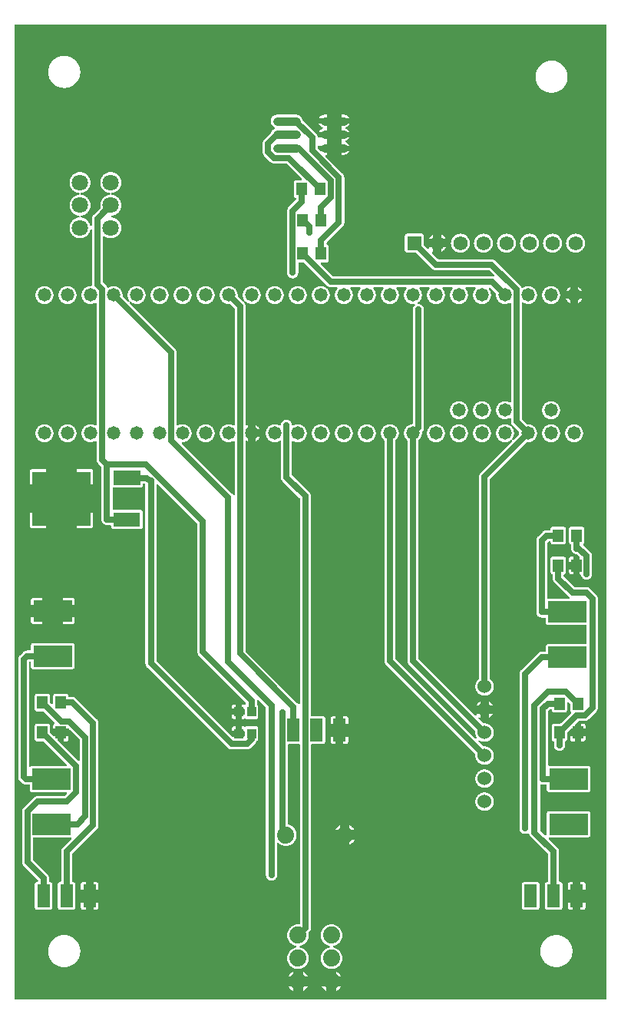
<source format=gtl>
G04 Layer: TopLayer*
G04 EasyEDA v6.2.46, 2019-12-15T16:49:01--8:00*
G04 3ed96cd0468347919694e972acbd498c,95dd31e7bbc04d03a1fa04b442bf807f,10*
G04 Gerber Generator version 0.2*
G04 Scale: 100 percent, Rotated: No, Reflected: No *
G04 Dimensions in millimeters *
G04 leading zeros omitted , absolute positions ,3 integer and 3 decimal *
%FSLAX33Y33*%
%MOMM*%
G90*
G71D02*

%ADD11C,0.699999*%
%ADD12C,0.899998*%
%ADD13C,0.610006*%
%ADD14R,0.999998X1.099998*%
%ADD15R,6.499987X6.000013*%
%ADD16R,2.999994X1.599997*%
%ADD17R,1.160018X1.450010*%
%ADD18C,1.473200*%
%ADD19C,1.879600*%
%ADD20C,1.524000*%
%ADD21R,1.574800X1.574800*%
%ADD22C,1.574800*%
%ADD23R,1.414780X2.547620*%
%ADD24R,4.284980X2.379980*%
%ADD25C,1.799996*%

%LPD*%
G36*
G01X65427Y107820D02*
G01X358Y107820D01*
G01X343Y107819D01*
G01X329Y107816D01*
G01X315Y107811D01*
G01X303Y107804D01*
G01X291Y107795D01*
G01X281Y107785D01*
G01X272Y107773D01*
G01X265Y107761D01*
G01X260Y107747D01*
G01X257Y107733D01*
G01X256Y107718D01*
G01X256Y358D01*
G01X257Y343D01*
G01X260Y329D01*
G01X265Y315D01*
G01X272Y303D01*
G01X281Y291D01*
G01X291Y281D01*
G01X303Y272D01*
G01X315Y265D01*
G01X329Y260D01*
G01X343Y257D01*
G01X358Y256D01*
G01X65427Y256D01*
G01X65442Y257D01*
G01X65456Y260D01*
G01X65470Y265D01*
G01X65482Y272D01*
G01X65494Y281D01*
G01X65504Y291D01*
G01X65513Y303D01*
G01X65520Y315D01*
G01X65525Y329D01*
G01X65528Y343D01*
G01X65529Y358D01*
G01X65529Y107718D01*
G01X65528Y107733D01*
G01X65525Y107747D01*
G01X65520Y107761D01*
G01X65513Y107773D01*
G01X65504Y107785D01*
G01X65494Y107795D01*
G01X65482Y107804D01*
G01X65470Y107811D01*
G01X65456Y107816D01*
G01X65442Y107819D01*
G01X65427Y107820D01*
G37*

%LPC*%
G36*
G01X7493Y91539D02*
G01X7443Y91540D01*
G01X7394Y91539D01*
G01X7345Y91536D01*
G01X7297Y91531D01*
G01X7248Y91523D01*
G01X7200Y91514D01*
G01X7152Y91503D01*
G01X7105Y91489D01*
G01X7058Y91474D01*
G01X7012Y91457D01*
G01X6967Y91437D01*
G01X6923Y91416D01*
G01X6879Y91393D01*
G01X6837Y91368D01*
G01X6796Y91342D01*
G01X6756Y91313D01*
G01X6717Y91283D01*
G01X6679Y91252D01*
G01X6643Y91218D01*
G01X6609Y91184D01*
G01X6575Y91147D01*
G01X6544Y91110D01*
G01X6514Y91071D01*
G01X6485Y91031D01*
G01X6459Y90990D01*
G01X6434Y90947D01*
G01X6411Y90904D01*
G01X6390Y90860D01*
G01X6370Y90815D01*
G01X6353Y90769D01*
G01X6338Y90722D01*
G01X6324Y90675D01*
G01X6313Y90627D01*
G01X6304Y90579D01*
G01X6296Y90530D01*
G01X6291Y90481D01*
G01X6288Y90432D01*
G01X6287Y90383D01*
G01X6288Y90334D01*
G01X6291Y90284D01*
G01X6296Y90235D01*
G01X6304Y90186D01*
G01X6313Y90138D01*
G01X6325Y90089D01*
G01X6339Y90042D01*
G01X6354Y89995D01*
G01X6372Y89948D01*
G01X6391Y89903D01*
G01X6413Y89858D01*
G01X6436Y89815D01*
G01X6462Y89772D01*
G01X6489Y89731D01*
G01X6518Y89690D01*
G01X6548Y89651D01*
G01X6580Y89614D01*
G01X6614Y89577D01*
G01X6649Y89543D01*
G01X6686Y89509D01*
G01X6724Y89478D01*
G01X6764Y89448D01*
G01X6804Y89419D01*
G01X6846Y89393D01*
G01X6889Y89368D01*
G01X6933Y89346D01*
G01X6978Y89325D01*
G01X7024Y89306D01*
G01X7070Y89289D01*
G01X7118Y89274D01*
G01X7165Y89261D01*
G01X7214Y89250D01*
G01X7263Y89241D01*
G01X7326Y89232D01*
G01X7340Y89227D01*
G01X7353Y89220D01*
G01X7365Y89211D01*
G01X7376Y89201D01*
G01X7385Y89189D01*
G01X7392Y89176D01*
G01X7397Y89163D01*
G01X7401Y89148D01*
G01X7402Y89133D01*
G01X7401Y89119D01*
G01X7397Y89104D01*
G01X7392Y89090D01*
G01X7385Y89078D01*
G01X7376Y89066D01*
G01X7365Y89056D01*
G01X7353Y89047D01*
G01X7340Y89040D01*
G01X7326Y89035D01*
G01X7312Y89032D01*
G01X7263Y89026D01*
G01X7214Y89017D01*
G01X7165Y89006D01*
G01X7118Y88993D01*
G01X7070Y88978D01*
G01X7024Y88961D01*
G01X6978Y88942D01*
G01X6933Y88921D01*
G01X6889Y88899D01*
G01X6846Y88874D01*
G01X6804Y88847D01*
G01X6764Y88819D01*
G01X6724Y88789D01*
G01X6686Y88758D01*
G01X6649Y88724D01*
G01X6614Y88690D01*
G01X6580Y88653D01*
G01X6548Y88616D01*
G01X6518Y88577D01*
G01X6489Y88536D01*
G01X6462Y88495D01*
G01X6436Y88452D01*
G01X6413Y88409D01*
G01X6391Y88364D01*
G01X6372Y88318D01*
G01X6354Y88272D01*
G01X6339Y88225D01*
G01X6325Y88178D01*
G01X6313Y88129D01*
G01X6304Y88081D01*
G01X6296Y88032D01*
G01X6291Y87982D01*
G01X6288Y87933D01*
G01X6287Y87883D01*
G01X6288Y87834D01*
G01X6291Y87785D01*
G01X6296Y87735D01*
G01X6304Y87686D01*
G01X6313Y87638D01*
G01X6325Y87589D01*
G01X6339Y87542D01*
G01X6354Y87495D01*
G01X6372Y87449D01*
G01X6391Y87403D01*
G01X6413Y87358D01*
G01X6436Y87315D01*
G01X6462Y87272D01*
G01X6489Y87231D01*
G01X6518Y87190D01*
G01X6548Y87151D01*
G01X6580Y87114D01*
G01X6614Y87077D01*
G01X6649Y87043D01*
G01X6686Y87009D01*
G01X6724Y86978D01*
G01X6764Y86948D01*
G01X6804Y86920D01*
G01X6846Y86893D01*
G01X6889Y86868D01*
G01X6933Y86846D01*
G01X6978Y86825D01*
G01X7024Y86806D01*
G01X7070Y86789D01*
G01X7118Y86774D01*
G01X7165Y86761D01*
G01X7214Y86750D01*
G01X7263Y86741D01*
G01X7312Y86735D01*
G01X7326Y86732D01*
G01X7340Y86727D01*
G01X7353Y86720D01*
G01X7365Y86711D01*
G01X7376Y86701D01*
G01X7385Y86689D01*
G01X7392Y86677D01*
G01X7397Y86663D01*
G01X7401Y86648D01*
G01X7402Y86634D01*
G01X7401Y86619D01*
G01X7397Y86604D01*
G01X7392Y86591D01*
G01X7385Y86578D01*
G01X7376Y86566D01*
G01X7365Y86556D01*
G01X7353Y86547D01*
G01X7340Y86540D01*
G01X7326Y86535D01*
G01X7263Y86526D01*
G01X7214Y86517D01*
G01X7165Y86506D01*
G01X7118Y86493D01*
G01X7070Y86478D01*
G01X7024Y86461D01*
G01X6978Y86442D01*
G01X6933Y86421D01*
G01X6889Y86399D01*
G01X6846Y86374D01*
G01X6804Y86348D01*
G01X6764Y86319D01*
G01X6724Y86289D01*
G01X6686Y86258D01*
G01X6649Y86224D01*
G01X6614Y86190D01*
G01X6580Y86153D01*
G01X6548Y86116D01*
G01X6518Y86077D01*
G01X6489Y86036D01*
G01X6462Y85995D01*
G01X6436Y85952D01*
G01X6413Y85909D01*
G01X6391Y85864D01*
G01X6372Y85819D01*
G01X6354Y85772D01*
G01X6339Y85725D01*
G01X6325Y85678D01*
G01X6313Y85629D01*
G01X6304Y85581D01*
G01X6296Y85532D01*
G01X6291Y85483D01*
G01X6288Y85433D01*
G01X6287Y85384D01*
G01X6288Y85335D01*
G01X6291Y85286D01*
G01X6296Y85237D01*
G01X6304Y85188D01*
G01X6313Y85140D01*
G01X6324Y85092D01*
G01X6338Y85045D01*
G01X6353Y84998D01*
G01X6370Y84952D01*
G01X6390Y84907D01*
G01X6411Y84863D01*
G01X6434Y84820D01*
G01X6459Y84777D01*
G01X6485Y84736D01*
G01X6514Y84696D01*
G01X6544Y84657D01*
G01X6575Y84620D01*
G01X6609Y84583D01*
G01X6643Y84549D01*
G01X6679Y84515D01*
G01X6717Y84484D01*
G01X6756Y84454D01*
G01X6796Y84425D01*
G01X6837Y84399D01*
G01X6879Y84374D01*
G01X6923Y84351D01*
G01X6967Y84330D01*
G01X7012Y84310D01*
G01X7058Y84293D01*
G01X7105Y84278D01*
G01X7152Y84264D01*
G01X7200Y84253D01*
G01X7248Y84244D01*
G01X7297Y84236D01*
G01X7345Y84231D01*
G01X7394Y84228D01*
G01X7443Y84227D01*
G01X7492Y84228D01*
G01X7541Y84231D01*
G01X7590Y84236D01*
G01X7638Y84244D01*
G01X7686Y84253D01*
G01X7733Y84264D01*
G01X7781Y84277D01*
G01X7827Y84293D01*
G01X7873Y84310D01*
G01X7918Y84329D01*
G01X7962Y84350D01*
G01X8005Y84373D01*
G01X8047Y84397D01*
G01X8088Y84424D01*
G01X8128Y84452D01*
G01X8167Y84481D01*
G01X8204Y84513D01*
G01X8241Y84546D01*
G01X8275Y84580D01*
G01X8308Y84616D01*
G01X8340Y84653D01*
G01X8370Y84692D01*
G01X8399Y84731D01*
G01X8425Y84772D01*
G01X8450Y84814D01*
G01X8473Y84857D01*
G01X8495Y84901D01*
G01X8514Y84946D01*
G01X8532Y84992D01*
G01X8547Y85038D01*
G01X8561Y85085D01*
G01X8572Y85132D01*
G01X8577Y85147D01*
G01X8583Y85161D01*
G01X8592Y85173D01*
G01X8602Y85185D01*
G01X8614Y85194D01*
G01X8627Y85202D01*
G01X8642Y85207D01*
G01X8656Y85211D01*
G01X8672Y85212D01*
G01X8686Y85211D01*
G01X8700Y85208D01*
G01X8714Y85203D01*
G01X8727Y85196D01*
G01X8738Y85187D01*
G01X8748Y85177D01*
G01X8757Y85165D01*
G01X8764Y85153D01*
G01X8769Y85139D01*
G01X8772Y85125D01*
G01X8773Y85110D01*
G01X8773Y79105D01*
G01X8774Y79076D01*
G01X8774Y79071D01*
G01X8773Y79057D01*
G01X8770Y79043D01*
G01X8765Y79029D01*
G01X8758Y79016D01*
G01X8749Y79005D01*
G01X8739Y78994D01*
G01X8727Y78986D01*
G01X8715Y78979D01*
G01X8701Y78974D01*
G01X8687Y78971D01*
G01X8672Y78970D01*
G01X8666Y78970D01*
G01X8607Y78972D01*
G01X8561Y78971D01*
G01X8515Y78967D01*
G01X8469Y78962D01*
G01X8424Y78955D01*
G01X8379Y78945D01*
G01X8335Y78934D01*
G01X8291Y78920D01*
G01X8248Y78905D01*
G01X8205Y78887D01*
G01X8164Y78868D01*
G01X8123Y78846D01*
G01X8084Y78823D01*
G01X8045Y78798D01*
G01X8008Y78771D01*
G01X7972Y78743D01*
G01X7937Y78712D01*
G01X7904Y78681D01*
G01X7873Y78648D01*
G01X7842Y78613D01*
G01X7814Y78577D01*
G01X7787Y78540D01*
G01X7762Y78501D01*
G01X7739Y78462D01*
G01X7718Y78421D01*
G01X7698Y78380D01*
G01X7680Y78337D01*
G01X7665Y78294D01*
G01X7651Y78250D01*
G01X7640Y78206D01*
G01X7630Y78161D01*
G01X7623Y78116D01*
G01X7618Y78070D01*
G01X7614Y78024D01*
G01X7613Y77979D01*
G01X7614Y77933D01*
G01X7618Y77887D01*
G01X7623Y77841D01*
G01X7630Y77796D01*
G01X7640Y77751D01*
G01X7651Y77707D01*
G01X7665Y77663D01*
G01X7680Y77620D01*
G01X7698Y77577D01*
G01X7718Y77536D01*
G01X7739Y77495D01*
G01X7762Y77456D01*
G01X7787Y77417D01*
G01X7814Y77380D01*
G01X7842Y77344D01*
G01X7873Y77309D01*
G01X7904Y77276D01*
G01X7937Y77245D01*
G01X7972Y77214D01*
G01X8008Y77186D01*
G01X8045Y77159D01*
G01X8084Y77134D01*
G01X8123Y77111D01*
G01X8164Y77089D01*
G01X8205Y77070D01*
G01X8248Y77052D01*
G01X8291Y77037D01*
G01X8335Y77023D01*
G01X8379Y77012D01*
G01X8424Y77002D01*
G01X8469Y76995D01*
G01X8515Y76990D01*
G01X8561Y76986D01*
G01X8607Y76985D01*
G01X8655Y76987D01*
G01X8704Y76990D01*
G01X8752Y76996D01*
G01X8800Y77004D01*
G01X8848Y77015D01*
G01X8895Y77028D01*
G01X8941Y77043D01*
G01X8987Y77061D01*
G01X9031Y77081D01*
G01X9075Y77103D01*
G01X9117Y77127D01*
G01X9134Y77135D01*
G01X9151Y77140D01*
G01X9169Y77141D01*
G01X9184Y77140D01*
G01X9198Y77137D01*
G01X9212Y77132D01*
G01X9224Y77125D01*
G01X9236Y77116D01*
G01X9246Y77106D01*
G01X9255Y77094D01*
G01X9262Y77082D01*
G01X9267Y77068D01*
G01X9270Y77054D01*
G01X9271Y77040D01*
G01X9271Y63677D01*
G01X9270Y63663D01*
G01X9267Y63649D01*
G01X9262Y63635D01*
G01X9255Y63623D01*
G01X9246Y63611D01*
G01X9236Y63601D01*
G01X9224Y63592D01*
G01X9212Y63585D01*
G01X9198Y63580D01*
G01X9184Y63577D01*
G01X9169Y63576D01*
G01X9151Y63578D01*
G01X9134Y63582D01*
G01X9117Y63590D01*
G01X9075Y63614D01*
G01X9031Y63636D01*
G01X8987Y63656D01*
G01X8941Y63674D01*
G01X8895Y63689D01*
G01X8848Y63702D01*
G01X8800Y63713D01*
G01X8752Y63721D01*
G01X8704Y63727D01*
G01X8655Y63730D01*
G01X8607Y63732D01*
G01X8561Y63731D01*
G01X8515Y63727D01*
G01X8469Y63722D01*
G01X8424Y63715D01*
G01X8379Y63705D01*
G01X8335Y63694D01*
G01X8291Y63680D01*
G01X8248Y63665D01*
G01X8205Y63647D01*
G01X8164Y63628D01*
G01X8123Y63606D01*
G01X8084Y63583D01*
G01X8045Y63558D01*
G01X8008Y63531D01*
G01X7972Y63503D01*
G01X7937Y63472D01*
G01X7904Y63441D01*
G01X7873Y63408D01*
G01X7842Y63373D01*
G01X7814Y63337D01*
G01X7787Y63300D01*
G01X7762Y63261D01*
G01X7739Y63222D01*
G01X7718Y63181D01*
G01X7698Y63140D01*
G01X7680Y63097D01*
G01X7665Y63054D01*
G01X7651Y63010D01*
G01X7640Y62966D01*
G01X7630Y62921D01*
G01X7623Y62876D01*
G01X7618Y62830D01*
G01X7614Y62784D01*
G01X7613Y62739D01*
G01X7614Y62693D01*
G01X7618Y62647D01*
G01X7623Y62601D01*
G01X7630Y62556D01*
G01X7640Y62511D01*
G01X7651Y62467D01*
G01X7665Y62423D01*
G01X7680Y62380D01*
G01X7698Y62337D01*
G01X7718Y62296D01*
G01X7739Y62255D01*
G01X7762Y62216D01*
G01X7787Y62177D01*
G01X7814Y62140D01*
G01X7842Y62104D01*
G01X7873Y62069D01*
G01X7904Y62036D01*
G01X7937Y62005D01*
G01X7972Y61974D01*
G01X8008Y61946D01*
G01X8045Y61919D01*
G01X8084Y61894D01*
G01X8123Y61871D01*
G01X8164Y61849D01*
G01X8205Y61830D01*
G01X8248Y61812D01*
G01X8291Y61797D01*
G01X8335Y61783D01*
G01X8379Y61772D01*
G01X8424Y61762D01*
G01X8469Y61755D01*
G01X8515Y61750D01*
G01X8561Y61746D01*
G01X8607Y61745D01*
G01X8655Y61747D01*
G01X8704Y61750D01*
G01X8752Y61756D01*
G01X8800Y61764D01*
G01X8848Y61775D01*
G01X8895Y61788D01*
G01X8941Y61803D01*
G01X8987Y61821D01*
G01X9031Y61841D01*
G01X9075Y61863D01*
G01X9117Y61887D01*
G01X9134Y61895D01*
G01X9151Y61900D01*
G01X9169Y61901D01*
G01X9184Y61900D01*
G01X9198Y61897D01*
G01X9212Y61892D01*
G01X9224Y61885D01*
G01X9236Y61876D01*
G01X9246Y61866D01*
G01X9255Y61854D01*
G01X9262Y61842D01*
G01X9267Y61828D01*
G01X9270Y61814D01*
G01X9271Y61800D01*
G01X9271Y59834D01*
G01X9272Y59798D01*
G01X9275Y59761D01*
G01X9281Y59725D01*
G01X9289Y59689D01*
G01X9298Y59654D01*
G01X9310Y59619D01*
G01X9324Y59585D01*
G01X9340Y59552D01*
G01X9358Y59520D01*
G01X9378Y59490D01*
G01X9400Y59460D01*
G01X9424Y59432D01*
G01X9449Y59405D01*
G01X9798Y59057D01*
G01X9808Y59044D01*
G01X9816Y59031D01*
G01X9822Y59016D01*
G01X9826Y59001D01*
G01X9827Y58985D01*
G01X9827Y53200D01*
G01X9828Y53165D01*
G01X9831Y53129D01*
G01X9836Y53094D01*
G01X9844Y53060D01*
G01X9853Y53026D01*
G01X9864Y52992D01*
G01X9877Y52960D01*
G01X9892Y52928D01*
G01X9909Y52897D01*
G01X9927Y52867D01*
G01X9947Y52838D01*
G01X9969Y52810D01*
G01X9993Y52784D01*
G01X10018Y52759D01*
G01X10044Y52735D01*
G01X10072Y52713D01*
G01X10101Y52693D01*
G01X10131Y52675D01*
G01X10162Y52658D01*
G01X10194Y52643D01*
G01X10226Y52630D01*
G01X10260Y52619D01*
G01X10294Y52610D01*
G01X10328Y52602D01*
G01X10363Y52597D01*
G01X10399Y52594D01*
G01X10434Y52593D01*
G01X10775Y52593D01*
G01X10790Y52592D01*
G01X10804Y52589D01*
G01X10818Y52584D01*
G01X10830Y52577D01*
G01X10842Y52568D01*
G01X10852Y52558D01*
G01X10861Y52547D01*
G01X10868Y52534D01*
G01X10873Y52520D01*
G01X10876Y52506D01*
G01X10877Y52492D01*
G01X10877Y52399D01*
G01X10878Y52375D01*
G01X10881Y52352D01*
G01X10887Y52329D01*
G01X10894Y52306D01*
G01X10904Y52285D01*
G01X10915Y52264D01*
G01X10929Y52244D01*
G01X10944Y52226D01*
G01X10961Y52209D01*
G01X10979Y52194D01*
G01X10999Y52181D01*
G01X11019Y52169D01*
G01X11041Y52160D01*
G01X11063Y52152D01*
G01X11086Y52147D01*
G01X11110Y52144D01*
G01X11134Y52142D01*
G01X14133Y52142D01*
G01X14157Y52144D01*
G01X14180Y52147D01*
G01X14204Y52152D01*
G01X14226Y52160D01*
G01X14248Y52169D01*
G01X14268Y52181D01*
G01X14288Y52194D01*
G01X14306Y52209D01*
G01X14323Y52226D01*
G01X14338Y52244D01*
G01X14351Y52264D01*
G01X14363Y52285D01*
G01X14373Y52306D01*
G01X14380Y52329D01*
G01X14386Y52352D01*
G01X14389Y52375D01*
G01X14390Y52399D01*
G01X14390Y53999D01*
G01X14389Y54023D01*
G01X14386Y54046D01*
G01X14380Y54069D01*
G01X14373Y54092D01*
G01X14363Y54114D01*
G01X14351Y54134D01*
G01X14338Y54154D01*
G01X14323Y54172D01*
G01X14306Y54189D01*
G01X14288Y54204D01*
G01X14268Y54217D01*
G01X14248Y54229D01*
G01X14226Y54238D01*
G01X14204Y54246D01*
G01X14180Y54251D01*
G01X14157Y54255D01*
G01X14133Y54256D01*
G01X11142Y54256D01*
G01X11128Y54257D01*
G01X11113Y54260D01*
G01X11100Y54265D01*
G01X11087Y54272D01*
G01X11075Y54281D01*
G01X11065Y54291D01*
G01X11056Y54302D01*
G01X11050Y54315D01*
G01X11044Y54329D01*
G01X11041Y54343D01*
G01X11040Y54357D01*
G01X11040Y56640D01*
G01X11041Y56654D01*
G01X11044Y56668D01*
G01X11050Y56682D01*
G01X11056Y56695D01*
G01X11065Y56706D01*
G01X11075Y56716D01*
G01X11087Y56725D01*
G01X11100Y56732D01*
G01X11113Y56737D01*
G01X11128Y56740D01*
G01X11142Y56741D01*
G01X14128Y56741D01*
G01X14152Y56742D01*
G01X14175Y56746D01*
G01X14198Y56751D01*
G01X14221Y56759D01*
G01X14243Y56768D01*
G01X14263Y56780D01*
G01X14283Y56793D01*
G01X14301Y56808D01*
G01X14318Y56825D01*
G01X14333Y56843D01*
G01X14346Y56863D01*
G01X14358Y56883D01*
G01X14367Y56905D01*
G01X14375Y56928D01*
G01X14380Y56951D01*
G01X14384Y56974D01*
G01X14385Y56998D01*
G01X14385Y57089D01*
G01X14386Y57104D01*
G01X14389Y57118D01*
G01X14394Y57131D01*
G01X14401Y57144D01*
G01X14410Y57156D01*
G01X14420Y57166D01*
G01X14431Y57175D01*
G01X14444Y57181D01*
G01X14458Y57187D01*
G01X14472Y57190D01*
G01X14486Y57191D01*
G01X14535Y57191D01*
G01X14551Y57189D01*
G01X14567Y57186D01*
G01X14582Y57179D01*
G01X14595Y57171D01*
G01X14608Y57161D01*
G01X14626Y57142D01*
G01X14637Y57130D01*
G01X14645Y57116D01*
G01X14651Y57101D01*
G01X14655Y57086D01*
G01X14656Y57070D01*
G01X14656Y37381D01*
G01X14657Y37344D01*
G01X14660Y37308D01*
G01X14666Y37271D01*
G01X14673Y37236D01*
G01X14683Y37200D01*
G01X14695Y37166D01*
G01X14709Y37132D01*
G01X14725Y37099D01*
G01X14743Y37067D01*
G01X14763Y37036D01*
G01X14785Y37007D01*
G01X14808Y36978D01*
G01X14833Y36952D01*
G01X23749Y28036D01*
G01X23776Y28011D01*
G01X23804Y27988D01*
G01X23833Y27966D01*
G01X23864Y27946D01*
G01X23896Y27928D01*
G01X23929Y27912D01*
G01X23963Y27898D01*
G01X23997Y27886D01*
G01X24033Y27876D01*
G01X24068Y27869D01*
G01X24105Y27863D01*
G01X24141Y27860D01*
G01X24178Y27859D01*
G01X25872Y27859D01*
G01X25909Y27860D01*
G01X25945Y27863D01*
G01X25981Y27869D01*
G01X26017Y27876D01*
G01X26052Y27886D01*
G01X26087Y27898D01*
G01X26121Y27912D01*
G01X26154Y27928D01*
G01X26186Y27946D01*
G01X26216Y27966D01*
G01X26246Y27988D01*
G01X26274Y28011D01*
G01X26301Y28036D01*
G01X26783Y28519D01*
G01X26808Y28545D01*
G01X26831Y28572D01*
G01X26852Y28601D01*
G01X26871Y28630D01*
G01X26889Y28661D01*
G01X26905Y28693D01*
G01X26919Y28726D01*
G01X26931Y28759D01*
G01X26937Y28773D01*
G01X26945Y28786D01*
G01X26954Y28798D01*
G01X26965Y28808D01*
G01X26978Y28816D01*
G01X26999Y28829D01*
G01X27019Y28844D01*
G01X27037Y28861D01*
G01X27053Y28880D01*
G01X27068Y28900D01*
G01X27081Y28921D01*
G01X27091Y28944D01*
G01X27099Y28967D01*
G01X27105Y28991D01*
G01X27109Y29016D01*
G01X27110Y29040D01*
G01X27110Y30140D01*
G01X27109Y30164D01*
G01X27106Y30188D01*
G01X27100Y30211D01*
G01X27093Y30233D01*
G01X27083Y30255D01*
G01X27072Y30276D01*
G01X27058Y30295D01*
G01X27043Y30313D01*
G01X27026Y30330D01*
G01X27008Y30345D01*
G01X26988Y30359D01*
G01X26968Y30370D01*
G01X26946Y30380D01*
G01X26924Y30387D01*
G01X26901Y30393D01*
G01X26877Y30396D01*
G01X26853Y30397D01*
G01X25853Y30397D01*
G01X25828Y30396D01*
G01X25803Y30392D01*
G01X25779Y30386D01*
G01X25755Y30377D01*
G01X25732Y30366D01*
G01X25710Y30353D01*
G01X25697Y30346D01*
G01X25683Y30340D01*
G01X25668Y30337D01*
G01X25653Y30336D01*
G01X25638Y30337D01*
G01X25624Y30340D01*
G01X25610Y30346D01*
G01X25597Y30353D01*
G01X25575Y30366D01*
G01X25552Y30377D01*
G01X25528Y30386D01*
G01X25504Y30392D01*
G01X25479Y30396D01*
G01X25453Y30397D01*
G01X25267Y30397D01*
G01X25267Y29929D01*
G01X25495Y29929D01*
G01X25510Y29928D01*
G01X25524Y29925D01*
G01X25537Y29920D01*
G01X25550Y29913D01*
G01X25562Y29904D01*
G01X25572Y29894D01*
G01X25581Y29882D01*
G01X25588Y29870D01*
G01X25593Y29856D01*
G01X25596Y29842D01*
G01X25597Y29827D01*
G01X25597Y29354D01*
G01X25596Y29339D01*
G01X25593Y29325D01*
G01X25588Y29311D01*
G01X25581Y29299D01*
G01X25572Y29287D01*
G01X25562Y29277D01*
G01X25550Y29268D01*
G01X25537Y29261D01*
G01X25524Y29256D01*
G01X25510Y29253D01*
G01X25495Y29252D01*
G01X25267Y29252D01*
G01X25267Y29173D01*
G01X25266Y29159D01*
G01X25263Y29145D01*
G01X25258Y29131D01*
G01X25251Y29118D01*
G01X25242Y29107D01*
G01X25232Y29097D01*
G01X25220Y29088D01*
G01X25208Y29081D01*
G01X25194Y29076D01*
G01X25180Y29073D01*
G01X25165Y29072D01*
G01X24742Y29072D01*
G01X24727Y29073D01*
G01X24713Y29076D01*
G01X24699Y29081D01*
G01X24687Y29088D01*
G01X24675Y29097D01*
G01X24665Y29107D01*
G01X24656Y29118D01*
G01X24649Y29131D01*
G01X24644Y29145D01*
G01X24641Y29159D01*
G01X24640Y29173D01*
G01X24640Y29252D01*
G01X24291Y29252D01*
G01X24275Y29253D01*
G01X24260Y29257D01*
G01X24245Y29263D01*
G01X24231Y29271D01*
G01X24219Y29282D01*
G01X24023Y29477D01*
G01X15899Y37602D01*
G01X15888Y37614D01*
G01X15880Y37628D01*
G01X15874Y37643D01*
G01X15870Y37658D01*
G01X15869Y37674D01*
G01X15869Y57047D01*
G01X15870Y57061D01*
G01X15873Y57076D01*
G01X15878Y57089D01*
G01X15885Y57102D01*
G01X15894Y57114D01*
G01X15904Y57124D01*
G01X15916Y57132D01*
G01X15928Y57139D01*
G01X15942Y57145D01*
G01X15956Y57148D01*
G01X15970Y57149D01*
G01X15986Y57147D01*
G01X16002Y57144D01*
G01X16017Y57138D01*
G01X16030Y57129D01*
G01X16042Y57119D01*
G01X20372Y52788D01*
G01X20382Y52776D01*
G01X20390Y52762D01*
G01X20396Y52747D01*
G01X20400Y52732D01*
G01X20401Y52716D01*
G01X20401Y38600D01*
G01X20402Y38563D01*
G01X20406Y38527D01*
G01X20411Y38491D01*
G01X20419Y38455D01*
G01X20429Y38419D01*
G01X20441Y38385D01*
G01X20455Y38351D01*
G01X20471Y38318D01*
G01X20489Y38286D01*
G01X20509Y38255D01*
G01X20530Y38226D01*
G01X20554Y38198D01*
G01X20579Y38171D01*
G01X25718Y33032D01*
G01X25729Y33020D01*
G01X25737Y33006D01*
G01X25743Y32991D01*
G01X25747Y32976D01*
G01X25748Y32960D01*
G01X25748Y32855D01*
G01X25747Y32841D01*
G01X25744Y32827D01*
G01X25739Y32813D01*
G01X25732Y32800D01*
G01X25723Y32789D01*
G01X25713Y32778D01*
G01X25701Y32770D01*
G01X25689Y32763D01*
G01X25675Y32758D01*
G01X25661Y32755D01*
G01X25646Y32754D01*
G01X25632Y32755D01*
G01X25618Y32758D01*
G01X25604Y32763D01*
G01X25592Y32770D01*
G01X25571Y32782D01*
G01X25548Y32792D01*
G01X25525Y32800D01*
G01X25502Y32805D01*
G01X25478Y32809D01*
G01X25453Y32810D01*
G01X25267Y32810D01*
G01X25267Y32342D01*
G01X25495Y32342D01*
G01X25510Y32341D01*
G01X25524Y32338D01*
G01X25537Y32333D01*
G01X25550Y32326D01*
G01X25562Y32317D01*
G01X25572Y32307D01*
G01X25581Y32295D01*
G01X25588Y32283D01*
G01X25593Y32269D01*
G01X25596Y32255D01*
G01X25597Y32240D01*
G01X25597Y31767D01*
G01X25596Y31752D01*
G01X25593Y31738D01*
G01X25588Y31724D01*
G01X25581Y31712D01*
G01X25572Y31700D01*
G01X25562Y31690D01*
G01X25550Y31681D01*
G01X25537Y31674D01*
G01X25524Y31669D01*
G01X25510Y31666D01*
G01X25495Y31665D01*
G01X25267Y31665D01*
G01X25267Y31197D01*
G01X25453Y31197D01*
G01X25479Y31198D01*
G01X25504Y31202D01*
G01X25528Y31208D01*
G01X25552Y31217D01*
G01X25575Y31228D01*
G01X25597Y31241D01*
G01X25610Y31248D01*
G01X25624Y31254D01*
G01X25638Y31257D01*
G01X25653Y31258D01*
G01X25668Y31257D01*
G01X25683Y31254D01*
G01X25697Y31248D01*
G01X25710Y31241D01*
G01X25732Y31228D01*
G01X25755Y31217D01*
G01X25779Y31208D01*
G01X25803Y31202D01*
G01X25828Y31198D01*
G01X25853Y31197D01*
G01X26853Y31197D01*
G01X26877Y31198D01*
G01X26901Y31201D01*
G01X26924Y31207D01*
G01X26946Y31214D01*
G01X26968Y31224D01*
G01X26988Y31235D01*
G01X27008Y31249D01*
G01X27026Y31264D01*
G01X27043Y31281D01*
G01X27058Y31299D01*
G01X27072Y31318D01*
G01X27083Y31339D01*
G01X27093Y31361D01*
G01X27100Y31383D01*
G01X27106Y31406D01*
G01X27109Y31430D01*
G01X27110Y31453D01*
G01X27110Y32553D01*
G01X27109Y32578D01*
G01X27105Y32602D01*
G01X27100Y32625D01*
G01X27092Y32648D01*
G01X27082Y32670D01*
G01X27070Y32691D01*
G01X27056Y32711D01*
G01X27040Y32730D01*
G01X27022Y32747D01*
G01X27003Y32762D01*
G01X26991Y32772D01*
G01X26981Y32784D01*
G01X26972Y32798D01*
G01X26966Y32813D01*
G01X26962Y32828D01*
G01X26961Y32844D01*
G01X26961Y33223D01*
G01X26962Y33237D01*
G01X26965Y33251D01*
G01X26970Y33265D01*
G01X26977Y33277D01*
G01X26986Y33289D01*
G01X26996Y33299D01*
G01X27008Y33308D01*
G01X27020Y33315D01*
G01X27034Y33320D01*
G01X27048Y33323D01*
G01X27063Y33324D01*
G01X27079Y33323D01*
G01X27094Y33319D01*
G01X27109Y33313D01*
G01X27122Y33305D01*
G01X27135Y33294D01*
G01X27931Y32498D01*
G01X27941Y32486D01*
G01X27949Y32473D01*
G01X27955Y32458D01*
G01X27959Y32442D01*
G01X27960Y32426D01*
G01X27960Y13977D01*
G01X27961Y13942D01*
G01X27964Y13907D01*
G01X27970Y13872D01*
G01X27977Y13837D01*
G01X27986Y13803D01*
G01X27997Y13770D01*
G01X28010Y13737D01*
G01X28025Y13705D01*
G01X28042Y13674D01*
G01X28060Y13644D01*
G01X28080Y13615D01*
G01X28102Y13587D01*
G01X28126Y13561D01*
G01X28151Y13536D01*
G01X28177Y13512D01*
G01X28205Y13491D01*
G01X28234Y13470D01*
G01X28264Y13452D01*
G01X28295Y13435D01*
G01X28327Y13420D01*
G01X28359Y13407D01*
G01X28393Y13396D01*
G01X28427Y13387D01*
G01X28462Y13380D01*
G01X28496Y13375D01*
G01X28532Y13372D01*
G01X28567Y13371D01*
G01X28602Y13372D01*
G01X28637Y13375D01*
G01X28672Y13380D01*
G01X28707Y13387D01*
G01X28741Y13396D01*
G01X28774Y13407D01*
G01X28807Y13420D01*
G01X28839Y13435D01*
G01X28870Y13452D01*
G01X28900Y13470D01*
G01X28929Y13491D01*
G01X28957Y13512D01*
G01X28983Y13536D01*
G01X29008Y13561D01*
G01X29032Y13587D01*
G01X29053Y13615D01*
G01X29074Y13644D01*
G01X29092Y13674D01*
G01X29109Y13705D01*
G01X29124Y13737D01*
G01X29137Y13770D01*
G01X29148Y13803D01*
G01X29157Y13837D01*
G01X29164Y13872D01*
G01X29169Y13907D01*
G01X29172Y13942D01*
G01X29173Y13977D01*
G01X29173Y17455D01*
G01X29174Y17470D01*
G01X29178Y17484D01*
G01X29183Y17497D01*
G01X29190Y17510D01*
G01X29198Y17522D01*
G01X29208Y17532D01*
G01X29220Y17541D01*
G01X29233Y17548D01*
G01X29246Y17553D01*
G01X29261Y17556D01*
G01X29275Y17557D01*
G01X29290Y17556D01*
G01X29305Y17552D01*
G01X29319Y17547D01*
G01X29332Y17540D01*
G01X29343Y17530D01*
G01X29383Y17496D01*
G01X29423Y17464D01*
G01X29465Y17433D01*
G01X29509Y17404D01*
G01X29553Y17377D01*
G01X29599Y17352D01*
G01X29645Y17329D01*
G01X29693Y17309D01*
G01X29742Y17290D01*
G01X29791Y17273D01*
G01X29841Y17259D01*
G01X29891Y17246D01*
G01X29942Y17236D01*
G01X29994Y17228D01*
G01X30045Y17223D01*
G01X30097Y17219D01*
G01X30149Y17218D01*
G01X30199Y17219D01*
G01X30248Y17222D01*
G01X30297Y17227D01*
G01X30346Y17234D01*
G01X30395Y17244D01*
G01X30443Y17255D01*
G01X30491Y17268D01*
G01X30538Y17283D01*
G01X30584Y17300D01*
G01X30630Y17319D01*
G01X30675Y17340D01*
G01X30719Y17362D01*
G01X30762Y17387D01*
G01X30804Y17413D01*
G01X30844Y17441D01*
G01X30884Y17470D01*
G01X30960Y17534D01*
G01X30995Y17569D01*
G01X31029Y17604D01*
G01X31062Y17641D01*
G01X31093Y17680D01*
G01X31123Y17719D01*
G01X31151Y17760D01*
G01X31177Y17802D01*
G01X31201Y17845D01*
G01X31224Y17889D01*
G01X31245Y17934D01*
G01X31264Y17980D01*
G01X31281Y18026D01*
G01X31296Y18073D01*
G01X31309Y18121D01*
G01X31320Y18169D01*
G01X31329Y18218D01*
G01X31336Y18267D01*
G01X31342Y18316D01*
G01X31345Y18365D01*
G01X31346Y18414D01*
G01X31345Y18465D01*
G01X31341Y18516D01*
G01X31336Y18566D01*
G01X31328Y18617D01*
G01X31319Y18667D01*
G01X31307Y18716D01*
G01X31293Y18765D01*
G01X31277Y18813D01*
G01X31259Y18861D01*
G01X31239Y18907D01*
G01X31218Y18953D01*
G01X31194Y18998D01*
G01X31168Y19042D01*
G01X31140Y19084D01*
G01X31111Y19126D01*
G01X31080Y19166D01*
G01X31047Y19205D01*
G01X31013Y19242D01*
G01X30977Y19278D01*
G01X30940Y19313D01*
G01X30901Y19345D01*
G01X30861Y19376D01*
G01X30819Y19406D01*
G01X30777Y19433D01*
G01X30733Y19459D01*
G01X30688Y19483D01*
G01X30642Y19505D01*
G01X30595Y19525D01*
G01X30548Y19542D01*
G01X30500Y19558D01*
G01X30451Y19572D01*
G01X30437Y19577D01*
G01X30424Y19584D01*
G01X30411Y19592D01*
G01X30401Y19603D01*
G01X30392Y19614D01*
G01X30384Y19627D01*
G01X30379Y19641D01*
G01X30376Y19656D01*
G01X30375Y19671D01*
G01X30375Y28340D01*
G01X30376Y28354D01*
G01X30379Y28368D01*
G01X30384Y28382D01*
G01X30391Y28394D01*
G01X30400Y28406D01*
G01X30410Y28416D01*
G01X30422Y28425D01*
G01X30434Y28432D01*
G01X30448Y28437D01*
G01X30462Y28440D01*
G01X30476Y28441D01*
G01X31600Y28441D01*
G01X31615Y28440D01*
G01X31629Y28437D01*
G01X31642Y28432D01*
G01X31655Y28425D01*
G01X31667Y28416D01*
G01X31677Y28406D01*
G01X31686Y28394D01*
G01X31693Y28382D01*
G01X31698Y28368D01*
G01X31701Y28354D01*
G01X31702Y28340D01*
G01X31702Y8659D01*
G01X31701Y8645D01*
G01X31698Y8631D01*
G01X31693Y8617D01*
G01X31686Y8604D01*
G01X31677Y8593D01*
G01X31667Y8582D01*
G01X31655Y8574D01*
G01X31642Y8567D01*
G01X31629Y8562D01*
G01X31615Y8559D01*
G01X31600Y8558D01*
G01X31592Y8558D01*
G01X31496Y8562D01*
G01X31446Y8561D01*
G01X31397Y8558D01*
G01X31348Y8553D01*
G01X31299Y8546D01*
G01X31250Y8536D01*
G01X31202Y8525D01*
G01X31154Y8512D01*
G01X31107Y8497D01*
G01X31061Y8480D01*
G01X31015Y8461D01*
G01X30970Y8440D01*
G01X30926Y8418D01*
G01X30883Y8393D01*
G01X30841Y8367D01*
G01X30800Y8339D01*
G01X30761Y8310D01*
G01X30722Y8278D01*
G01X30685Y8246D01*
G01X30615Y8176D01*
G01X30583Y8139D01*
G01X30551Y8100D01*
G01X30522Y8061D01*
G01X30494Y8020D01*
G01X30468Y7978D01*
G01X30443Y7935D01*
G01X30421Y7891D01*
G01X30400Y7846D01*
G01X30381Y7800D01*
G01X30364Y7754D01*
G01X30349Y7707D01*
G01X30336Y7659D01*
G01X30325Y7611D01*
G01X30315Y7562D01*
G01X30308Y7513D01*
G01X30303Y7464D01*
G01X30300Y7415D01*
G01X30299Y7365D01*
G01X30300Y7316D01*
G01X30303Y7267D01*
G01X30308Y7218D01*
G01X30315Y7169D01*
G01X30325Y7120D01*
G01X30336Y7072D01*
G01X30349Y7024D01*
G01X30364Y6977D01*
G01X30381Y6931D01*
G01X30400Y6885D01*
G01X30421Y6840D01*
G01X30443Y6797D01*
G01X30467Y6754D01*
G01X30494Y6712D01*
G01X30521Y6671D01*
G01X30551Y6631D01*
G01X30582Y6593D01*
G01X30615Y6556D01*
G01X30649Y6520D01*
G01X30685Y6486D01*
G01X30722Y6453D01*
G01X30760Y6422D01*
G01X30800Y6392D01*
G01X30840Y6365D01*
G01X30882Y6338D01*
G01X30925Y6314D01*
G01X30969Y6291D01*
G01X31014Y6270D01*
G01X31059Y6251D01*
G01X31106Y6234D01*
G01X31153Y6219D01*
G01X31200Y6206D01*
G01X31249Y6195D01*
G01X31263Y6191D01*
G01X31277Y6184D01*
G01X31290Y6176D01*
G01X31301Y6165D01*
G01X31311Y6153D01*
G01X31319Y6140D01*
G01X31325Y6126D01*
G01X31328Y6111D01*
G01X31329Y6095D01*
G01X31328Y6080D01*
G01X31325Y6065D01*
G01X31319Y6051D01*
G01X31311Y6038D01*
G01X31301Y6026D01*
G01X31290Y6015D01*
G01X31277Y6007D01*
G01X31263Y6000D01*
G01X31249Y5996D01*
G01X31200Y5985D01*
G01X31153Y5972D01*
G01X31106Y5957D01*
G01X31059Y5940D01*
G01X31014Y5921D01*
G01X30969Y5900D01*
G01X30925Y5877D01*
G01X30882Y5853D01*
G01X30840Y5826D01*
G01X30800Y5799D01*
G01X30760Y5769D01*
G01X30722Y5738D01*
G01X30685Y5705D01*
G01X30649Y5671D01*
G01X30615Y5635D01*
G01X30582Y5598D01*
G01X30551Y5560D01*
G01X30521Y5520D01*
G01X30494Y5479D01*
G01X30467Y5437D01*
G01X30443Y5394D01*
G01X30421Y5351D01*
G01X30400Y5306D01*
G01X30381Y5260D01*
G01X30364Y5214D01*
G01X30349Y5167D01*
G01X30336Y5119D01*
G01X30325Y5071D01*
G01X30315Y5022D01*
G01X30308Y4973D01*
G01X30303Y4924D01*
G01X30300Y4875D01*
G01X30299Y4825D01*
G01X30300Y4776D01*
G01X30303Y4727D01*
G01X30308Y4678D01*
G01X30315Y4629D01*
G01X30325Y4580D01*
G01X30336Y4532D01*
G01X30349Y4484D01*
G01X30364Y4437D01*
G01X30381Y4391D01*
G01X30400Y4345D01*
G01X30421Y4300D01*
G01X30443Y4257D01*
G01X30467Y4214D01*
G01X30494Y4172D01*
G01X30521Y4131D01*
G01X30551Y4091D01*
G01X30582Y4053D01*
G01X30615Y4016D01*
G01X30649Y3980D01*
G01X30685Y3946D01*
G01X30722Y3913D01*
G01X30760Y3882D01*
G01X30800Y3852D01*
G01X30840Y3825D01*
G01X30882Y3798D01*
G01X30925Y3774D01*
G01X30969Y3751D01*
G01X31014Y3730D01*
G01X31059Y3711D01*
G01X31106Y3694D01*
G01X31153Y3679D01*
G01X31200Y3666D01*
G01X31249Y3655D01*
G01X31297Y3646D01*
G01X31347Y3638D01*
G01X31396Y3633D01*
G01X31446Y3630D01*
G01X31496Y3629D01*
G01X31545Y3630D01*
G01X31595Y3633D01*
G01X31644Y3638D01*
G01X31694Y3646D01*
G01X31742Y3655D01*
G01X31791Y3666D01*
G01X31838Y3679D01*
G01X31885Y3694D01*
G01X31932Y3711D01*
G01X31977Y3730D01*
G01X32022Y3751D01*
G01X32066Y3774D01*
G01X32109Y3798D01*
G01X32151Y3825D01*
G01X32191Y3852D01*
G01X32231Y3882D01*
G01X32269Y3913D01*
G01X32306Y3946D01*
G01X32342Y3980D01*
G01X32376Y4016D01*
G01X32409Y4053D01*
G01X32440Y4091D01*
G01X32470Y4131D01*
G01X32497Y4172D01*
G01X32524Y4214D01*
G01X32548Y4257D01*
G01X32570Y4300D01*
G01X32591Y4345D01*
G01X32610Y4391D01*
G01X32627Y4437D01*
G01X32642Y4484D01*
G01X32655Y4532D01*
G01X32666Y4580D01*
G01X32676Y4629D01*
G01X32683Y4678D01*
G01X32688Y4727D01*
G01X32691Y4776D01*
G01X32692Y4826D01*
G01X32691Y4875D01*
G01X32688Y4924D01*
G01X32683Y4973D01*
G01X32676Y5022D01*
G01X32666Y5071D01*
G01X32655Y5119D01*
G01X32642Y5167D01*
G01X32627Y5214D01*
G01X32610Y5260D01*
G01X32591Y5306D01*
G01X32570Y5351D01*
G01X32548Y5394D01*
G01X32524Y5437D01*
G01X32497Y5479D01*
G01X32470Y5520D01*
G01X32440Y5560D01*
G01X32409Y5598D01*
G01X32376Y5635D01*
G01X32342Y5671D01*
G01X32306Y5705D01*
G01X32269Y5738D01*
G01X32231Y5769D01*
G01X32191Y5799D01*
G01X32151Y5826D01*
G01X32109Y5853D01*
G01X32066Y5877D01*
G01X32022Y5900D01*
G01X31977Y5921D01*
G01X31932Y5940D01*
G01X31885Y5957D01*
G01X31838Y5972D01*
G01X31791Y5985D01*
G01X31742Y5996D01*
G01X31728Y6000D01*
G01X31714Y6007D01*
G01X31701Y6015D01*
G01X31690Y6026D01*
G01X31680Y6038D01*
G01X31672Y6051D01*
G01X31666Y6065D01*
G01X31663Y6080D01*
G01X31662Y6096D01*
G01X31663Y6111D01*
G01X31666Y6126D01*
G01X31672Y6140D01*
G01X31680Y6153D01*
G01X31690Y6165D01*
G01X31701Y6176D01*
G01X31714Y6184D01*
G01X31728Y6191D01*
G01X31742Y6195D01*
G01X31791Y6206D01*
G01X31838Y6219D01*
G01X31885Y6234D01*
G01X31932Y6251D01*
G01X31977Y6270D01*
G01X32022Y6291D01*
G01X32066Y6314D01*
G01X32109Y6338D01*
G01X32151Y6365D01*
G01X32191Y6392D01*
G01X32231Y6422D01*
G01X32269Y6453D01*
G01X32306Y6486D01*
G01X32342Y6520D01*
G01X32376Y6556D01*
G01X32409Y6593D01*
G01X32440Y6631D01*
G01X32470Y6671D01*
G01X32497Y6712D01*
G01X32524Y6754D01*
G01X32548Y6797D01*
G01X32570Y6840D01*
G01X32591Y6885D01*
G01X32610Y6931D01*
G01X32627Y6977D01*
G01X32642Y7024D01*
G01X32655Y7072D01*
G01X32666Y7120D01*
G01X32676Y7169D01*
G01X32683Y7218D01*
G01X32688Y7267D01*
G01X32691Y7316D01*
G01X32692Y7365D01*
G01X32691Y7415D01*
G01X32688Y7465D01*
G01X32683Y7515D01*
G01X32675Y7564D01*
G01X32666Y7613D01*
G01X32664Y7634D01*
G01X32665Y7650D01*
G01X32669Y7665D01*
G01X32675Y7680D01*
G01X32683Y7694D01*
G01X32694Y7706D01*
G01X32737Y7749D01*
G01X32762Y7776D01*
G01X32786Y7804D01*
G01X32807Y7834D01*
G01X32827Y7865D01*
G01X32845Y7896D01*
G01X32861Y7929D01*
G01X32875Y7963D01*
G01X32887Y7998D01*
G01X32897Y8033D01*
G01X32905Y8069D01*
G01X32910Y8105D01*
G01X32914Y8142D01*
G01X32915Y8178D01*
G01X32915Y28340D01*
G01X32916Y28354D01*
G01X32919Y28368D01*
G01X32924Y28382D01*
G01X32931Y28394D01*
G01X32940Y28406D01*
G01X32950Y28416D01*
G01X32962Y28425D01*
G01X32974Y28432D01*
G01X32988Y28437D01*
G01X33002Y28440D01*
G01X33016Y28441D01*
G01X34235Y28441D01*
G01X34259Y28442D01*
G01X34282Y28446D01*
G01X34305Y28451D01*
G01X34328Y28458D01*
G01X34349Y28468D01*
G01X34370Y28480D01*
G01X34389Y28493D01*
G01X34408Y28508D01*
G01X34424Y28525D01*
G01X34440Y28543D01*
G01X34453Y28563D01*
G01X34465Y28583D01*
G01X34474Y28605D01*
G01X34482Y28627D01*
G01X34487Y28651D01*
G01X34490Y28674D01*
G01X34491Y28698D01*
G01X34491Y31245D01*
G01X34490Y31269D01*
G01X34487Y31292D01*
G01X34482Y31316D01*
G01X34474Y31338D01*
G01X34465Y31360D01*
G01X34453Y31380D01*
G01X34440Y31400D01*
G01X34424Y31418D01*
G01X34408Y31435D01*
G01X34389Y31450D01*
G01X34370Y31463D01*
G01X34349Y31475D01*
G01X34328Y31485D01*
G01X34305Y31492D01*
G01X34282Y31497D01*
G01X34259Y31501D01*
G01X34235Y31502D01*
G01X33016Y31502D01*
G01X33002Y31503D01*
G01X32988Y31506D01*
G01X32974Y31511D01*
G01X32962Y31518D01*
G01X32950Y31527D01*
G01X32940Y31537D01*
G01X32931Y31549D01*
G01X32924Y31561D01*
G01X32919Y31575D01*
G01X32916Y31589D01*
G01X32915Y31603D01*
G01X32915Y55786D01*
G01X32914Y55822D01*
G01X32910Y55859D01*
G01X32905Y55895D01*
G01X32897Y55931D01*
G01X32887Y55966D01*
G01X32875Y56001D01*
G01X32861Y56034D01*
G01X32845Y56067D01*
G01X32827Y56099D01*
G01X32807Y56130D01*
G01X32786Y56160D01*
G01X32762Y56188D01*
G01X32737Y56214D01*
G01X30854Y58097D01*
G01X30844Y58110D01*
G01X30835Y58123D01*
G01X30829Y58138D01*
G01X30826Y58153D01*
G01X30824Y58169D01*
G01X30824Y61787D01*
G01X30825Y61801D01*
G01X30829Y61815D01*
G01X30834Y61829D01*
G01X30841Y61841D01*
G01X30849Y61853D01*
G01X30859Y61863D01*
G01X30871Y61872D01*
G01X30884Y61879D01*
G01X30897Y61884D01*
G01X30912Y61887D01*
G01X30926Y61888D01*
G01X30943Y61887D01*
G01X30960Y61882D01*
G01X30976Y61875D01*
G01X31017Y61853D01*
G01X31059Y61833D01*
G01X31102Y61815D01*
G01X31146Y61799D01*
G01X31190Y61785D01*
G01X31236Y61773D01*
G01X31281Y61763D01*
G01X31327Y61755D01*
G01X31373Y61750D01*
G01X31420Y61746D01*
G01X31467Y61745D01*
G01X31512Y61746D01*
G01X31558Y61750D01*
G01X31604Y61755D01*
G01X31649Y61762D01*
G01X31694Y61772D01*
G01X31738Y61783D01*
G01X31782Y61797D01*
G01X31825Y61812D01*
G01X31868Y61830D01*
G01X31909Y61849D01*
G01X31950Y61871D01*
G01X31989Y61894D01*
G01X32028Y61919D01*
G01X32065Y61946D01*
G01X32101Y61974D01*
G01X32136Y62005D01*
G01X32169Y62036D01*
G01X32200Y62069D01*
G01X32231Y62104D01*
G01X32259Y62140D01*
G01X32286Y62177D01*
G01X32311Y62216D01*
G01X32334Y62255D01*
G01X32356Y62296D01*
G01X32375Y62337D01*
G01X32393Y62380D01*
G01X32408Y62423D01*
G01X32422Y62467D01*
G01X32433Y62511D01*
G01X32443Y62556D01*
G01X32450Y62601D01*
G01X32455Y62647D01*
G01X32459Y62693D01*
G01X32460Y62739D01*
G01X32459Y62784D01*
G01X32455Y62830D01*
G01X32450Y62876D01*
G01X32443Y62921D01*
G01X32433Y62966D01*
G01X32422Y63010D01*
G01X32408Y63054D01*
G01X32393Y63097D01*
G01X32375Y63140D01*
G01X32356Y63181D01*
G01X32334Y63222D01*
G01X32311Y63261D01*
G01X32286Y63300D01*
G01X32259Y63337D01*
G01X32231Y63373D01*
G01X32200Y63408D01*
G01X32169Y63441D01*
G01X32136Y63472D01*
G01X32101Y63503D01*
G01X32065Y63531D01*
G01X32028Y63558D01*
G01X31989Y63583D01*
G01X31950Y63606D01*
G01X31909Y63628D01*
G01X31868Y63647D01*
G01X31825Y63665D01*
G01X31782Y63680D01*
G01X31738Y63694D01*
G01X31694Y63705D01*
G01X31649Y63715D01*
G01X31604Y63722D01*
G01X31558Y63727D01*
G01X31512Y63731D01*
G01X31467Y63732D01*
G01X31420Y63731D01*
G01X31373Y63727D01*
G01X31326Y63722D01*
G01X31280Y63714D01*
G01X31234Y63704D01*
G01X31189Y63692D01*
G01X31144Y63678D01*
G01X31100Y63661D01*
G01X31057Y63643D01*
G01X31014Y63623D01*
G01X30973Y63600D01*
G01X30957Y63593D01*
G01X30940Y63588D01*
G01X30923Y63587D01*
G01X30908Y63588D01*
G01X30893Y63591D01*
G01X30879Y63597D01*
G01X30866Y63604D01*
G01X30854Y63613D01*
G01X30844Y63624D01*
G01X30835Y63636D01*
G01X30829Y63650D01*
G01X30824Y63664D01*
G01X30821Y63679D01*
G01X30817Y63714D01*
G01X30810Y63749D01*
G01X30802Y63784D01*
G01X30791Y63818D01*
G01X30778Y63851D01*
G01X30764Y63884D01*
G01X30747Y63915D01*
G01X30729Y63946D01*
G01X30708Y63976D01*
G01X30687Y64004D01*
G01X30663Y64031D01*
G01X30638Y64056D01*
G01X30612Y64080D01*
G01X30584Y64103D01*
G01X30555Y64123D01*
G01X30525Y64142D01*
G01X30493Y64159D01*
G01X30461Y64175D01*
G01X30428Y64188D01*
G01X30394Y64199D01*
G01X30359Y64209D01*
G01X30324Y64216D01*
G01X30289Y64221D01*
G01X30254Y64224D01*
G01X30218Y64225D01*
G01X30183Y64224D01*
G01X30148Y64221D01*
G01X30113Y64216D01*
G01X30079Y64209D01*
G01X30045Y64200D01*
G01X30011Y64189D01*
G01X29978Y64176D01*
G01X29947Y64161D01*
G01X29916Y64145D01*
G01X29886Y64126D01*
G01X29857Y64106D01*
G01X29829Y64085D01*
G01X29803Y64061D01*
G01X29778Y64036D01*
G01X29755Y64010D01*
G01X29733Y63983D01*
G01X29712Y63954D01*
G01X29694Y63924D01*
G01X29677Y63893D01*
G01X29662Y63862D01*
G01X29649Y63829D01*
G01X29638Y63796D01*
G01X29628Y63762D01*
G01X29621Y63727D01*
G01X29616Y63693D01*
G01X29613Y63658D01*
G01X29610Y63642D01*
G01X29606Y63628D01*
G01X29600Y63614D01*
G01X29591Y63601D01*
G01X29581Y63590D01*
G01X29569Y63580D01*
G01X29556Y63573D01*
G01X29541Y63567D01*
G01X29526Y63564D01*
G01X29511Y63562D01*
G01X29492Y63564D01*
G01X29474Y63570D01*
G01X29457Y63578D01*
G01X29417Y63602D01*
G01X29376Y63624D01*
G01X29334Y63644D01*
G01X29291Y63662D01*
G01X29247Y63679D01*
G01X29203Y63693D01*
G01X29158Y63704D01*
G01X29112Y63714D01*
G01X29066Y63722D01*
G01X29020Y63727D01*
G01X28973Y63731D01*
G01X28927Y63732D01*
G01X28881Y63731D01*
G01X28835Y63727D01*
G01X28789Y63722D01*
G01X28744Y63715D01*
G01X28699Y63705D01*
G01X28655Y63694D01*
G01X28611Y63680D01*
G01X28568Y63665D01*
G01X28525Y63647D01*
G01X28484Y63628D01*
G01X28443Y63606D01*
G01X28404Y63583D01*
G01X28365Y63558D01*
G01X28328Y63531D01*
G01X28292Y63503D01*
G01X28257Y63472D01*
G01X28224Y63441D01*
G01X28193Y63408D01*
G01X28162Y63373D01*
G01X28134Y63337D01*
G01X28107Y63300D01*
G01X28082Y63261D01*
G01X28059Y63222D01*
G01X28038Y63181D01*
G01X28018Y63140D01*
G01X28000Y63097D01*
G01X27985Y63054D01*
G01X27971Y63010D01*
G01X27960Y62966D01*
G01X27950Y62921D01*
G01X27943Y62876D01*
G01X27938Y62830D01*
G01X27934Y62784D01*
G01X27933Y62739D01*
G01X27934Y62693D01*
G01X27938Y62647D01*
G01X27943Y62601D01*
G01X27950Y62556D01*
G01X27960Y62511D01*
G01X27971Y62467D01*
G01X27985Y62423D01*
G01X28000Y62380D01*
G01X28018Y62337D01*
G01X28038Y62296D01*
G01X28059Y62255D01*
G01X28082Y62216D01*
G01X28107Y62177D01*
G01X28134Y62140D01*
G01X28162Y62104D01*
G01X28193Y62069D01*
G01X28224Y62036D01*
G01X28257Y62005D01*
G01X28292Y61974D01*
G01X28328Y61946D01*
G01X28365Y61919D01*
G01X28404Y61894D01*
G01X28443Y61871D01*
G01X28484Y61849D01*
G01X28525Y61830D01*
G01X28568Y61812D01*
G01X28611Y61797D01*
G01X28655Y61783D01*
G01X28699Y61772D01*
G01X28744Y61762D01*
G01X28789Y61755D01*
G01X28835Y61750D01*
G01X28881Y61746D01*
G01X28927Y61745D01*
G01X28973Y61746D01*
G01X29019Y61750D01*
G01X29066Y61755D01*
G01X29111Y61763D01*
G01X29157Y61772D01*
G01X29202Y61784D01*
G01X29246Y61798D01*
G01X29290Y61814D01*
G01X29333Y61832D01*
G01X29375Y61852D01*
G01X29416Y61874D01*
G01X29456Y61898D01*
G01X29473Y61907D01*
G01X29491Y61912D01*
G01X29510Y61914D01*
G01X29524Y61913D01*
G01X29538Y61910D01*
G01X29552Y61904D01*
G01X29565Y61898D01*
G01X29576Y61889D01*
G01X29587Y61879D01*
G01X29595Y61867D01*
G01X29602Y61854D01*
G01X29607Y61841D01*
G01X29610Y61827D01*
G01X29611Y61812D01*
G01X29611Y57876D01*
G01X29612Y57839D01*
G01X29616Y57803D01*
G01X29621Y57767D01*
G01X29629Y57731D01*
G01X29639Y57695D01*
G01X29651Y57661D01*
G01X29665Y57627D01*
G01X29681Y57594D01*
G01X29699Y57562D01*
G01X29719Y57531D01*
G01X29740Y57502D01*
G01X29764Y57474D01*
G01X29789Y57447D01*
G01X31672Y55564D01*
G01X31682Y55552D01*
G01X31691Y55538D01*
G01X31697Y55524D01*
G01X31701Y55508D01*
G01X31702Y55492D01*
G01X31702Y32910D01*
G01X31701Y32895D01*
G01X31698Y32881D01*
G01X31693Y32868D01*
G01X31686Y32855D01*
G01X31677Y32843D01*
G01X31667Y32833D01*
G01X31655Y32824D01*
G01X31642Y32817D01*
G01X31629Y32812D01*
G01X31615Y32809D01*
G01X31600Y32808D01*
G01X31585Y32809D01*
G01X31570Y32813D01*
G01X31556Y32818D01*
G01X31543Y32826D01*
G01X31531Y32835D01*
G01X31521Y32846D01*
G01X31512Y32859D01*
G01X31491Y32892D01*
G01X31468Y32924D01*
G01X31443Y32955D01*
G01X31416Y32984D01*
G01X25754Y38646D01*
G01X25744Y38658D01*
G01X25735Y38672D01*
G01X25729Y38687D01*
G01X25725Y38702D01*
G01X25724Y38718D01*
G01X25724Y61798D01*
G01X25725Y61813D01*
G01X25728Y61827D01*
G01X25733Y61841D01*
G01X25740Y61853D01*
G01X25749Y61865D01*
G01X25759Y61875D01*
G01X25771Y61884D01*
G01X25783Y61891D01*
G01X25797Y61896D01*
G01X25811Y61899D01*
G01X25826Y61900D01*
G01X25844Y61898D01*
G01X25861Y61893D01*
G01X25878Y61886D01*
G01X25955Y61844D01*
G01X25955Y62307D01*
G01X25826Y62307D01*
G01X25811Y62308D01*
G01X25797Y62311D01*
G01X25783Y62316D01*
G01X25771Y62323D01*
G01X25759Y62332D01*
G01X25749Y62342D01*
G01X25740Y62353D01*
G01X25733Y62366D01*
G01X25728Y62380D01*
G01X25725Y62394D01*
G01X25724Y62408D01*
G01X25724Y63069D01*
G01X25725Y63083D01*
G01X25728Y63097D01*
G01X25733Y63111D01*
G01X25740Y63124D01*
G01X25749Y63135D01*
G01X25759Y63146D01*
G01X25771Y63154D01*
G01X25783Y63161D01*
G01X25797Y63166D01*
G01X25811Y63169D01*
G01X25826Y63170D01*
G01X25955Y63170D01*
G01X25955Y63633D01*
G01X25878Y63591D01*
G01X25861Y63584D01*
G01X25844Y63579D01*
G01X25826Y63577D01*
G01X25811Y63578D01*
G01X25797Y63581D01*
G01X25783Y63586D01*
G01X25771Y63593D01*
G01X25759Y63602D01*
G01X25749Y63612D01*
G01X25740Y63624D01*
G01X25733Y63636D01*
G01X25728Y63650D01*
G01X25725Y63664D01*
G01X25724Y63679D01*
G01X25724Y76708D01*
G01X25723Y76745D01*
G01X25719Y76782D01*
G01X25714Y76819D01*
G01X25706Y76856D01*
G01X25696Y76891D01*
G01X25683Y76927D01*
G01X25669Y76961D01*
G01X25652Y76995D01*
G01X25633Y77027D01*
G01X25613Y77058D01*
G01X25590Y77088D01*
G01X25580Y77102D01*
G01X25573Y77118D01*
G01X25569Y77134D01*
G01X25568Y77152D01*
G01X25569Y77167D01*
G01X25572Y77182D01*
G01X25578Y77197D01*
G01X25586Y77210D01*
G01X25573Y77203D01*
G01X25560Y77198D01*
G01X25545Y77195D01*
G01X25531Y77194D01*
G01X25515Y77195D01*
G01X25500Y77199D01*
G01X25485Y77205D01*
G01X25471Y77213D01*
G01X25459Y77224D01*
G01X24866Y77817D01*
G01X24855Y77829D01*
G01X24847Y77843D01*
G01X24841Y77858D01*
G01X24837Y77873D01*
G01X24836Y77889D01*
G01X24836Y77897D01*
G01X24840Y77979D01*
G01X24839Y78024D01*
G01X24835Y78070D01*
G01X24830Y78116D01*
G01X24823Y78161D01*
G01X24813Y78206D01*
G01X24802Y78250D01*
G01X24788Y78294D01*
G01X24773Y78337D01*
G01X24755Y78380D01*
G01X24736Y78421D01*
G01X24714Y78462D01*
G01X24691Y78501D01*
G01X24666Y78540D01*
G01X24639Y78577D01*
G01X24611Y78613D01*
G01X24580Y78648D01*
G01X24549Y78681D01*
G01X24516Y78712D01*
G01X24481Y78743D01*
G01X24445Y78771D01*
G01X24408Y78798D01*
G01X24369Y78823D01*
G01X24330Y78846D01*
G01X24289Y78868D01*
G01X24248Y78887D01*
G01X24205Y78905D01*
G01X24162Y78920D01*
G01X24118Y78934D01*
G01X24074Y78945D01*
G01X24029Y78955D01*
G01X23984Y78962D01*
G01X23938Y78967D01*
G01X23892Y78971D01*
G01X23847Y78972D01*
G01X23801Y78971D01*
G01X23755Y78967D01*
G01X23709Y78962D01*
G01X23664Y78955D01*
G01X23619Y78945D01*
G01X23575Y78934D01*
G01X23531Y78920D01*
G01X23488Y78905D01*
G01X23445Y78887D01*
G01X23404Y78868D01*
G01X23363Y78846D01*
G01X23324Y78823D01*
G01X23285Y78798D01*
G01X23248Y78771D01*
G01X23212Y78743D01*
G01X23177Y78712D01*
G01X23144Y78681D01*
G01X23113Y78648D01*
G01X23082Y78613D01*
G01X23054Y78577D01*
G01X23027Y78540D01*
G01X23002Y78501D01*
G01X22979Y78462D01*
G01X22958Y78421D01*
G01X22938Y78380D01*
G01X22920Y78337D01*
G01X22905Y78294D01*
G01X22891Y78250D01*
G01X22880Y78206D01*
G01X22870Y78161D01*
G01X22863Y78116D01*
G01X22858Y78070D01*
G01X22854Y78024D01*
G01X22853Y77979D01*
G01X22854Y77933D01*
G01X22858Y77887D01*
G01X22863Y77841D01*
G01X22870Y77796D01*
G01X22880Y77751D01*
G01X22891Y77707D01*
G01X22905Y77663D01*
G01X22920Y77620D01*
G01X22938Y77577D01*
G01X22958Y77536D01*
G01X22979Y77495D01*
G01X23002Y77456D01*
G01X23027Y77417D01*
G01X23054Y77380D01*
G01X23082Y77344D01*
G01X23113Y77309D01*
G01X23144Y77276D01*
G01X23177Y77245D01*
G01X23212Y77214D01*
G01X23248Y77186D01*
G01X23285Y77159D01*
G01X23324Y77134D01*
G01X23363Y77111D01*
G01X23404Y77089D01*
G01X23445Y77070D01*
G01X23488Y77052D01*
G01X23531Y77037D01*
G01X23575Y77023D01*
G01X23619Y77012D01*
G01X23664Y77002D01*
G01X23709Y76995D01*
G01X23755Y76990D01*
G01X23801Y76986D01*
G01X23847Y76985D01*
G01X23928Y76989D01*
G01X23936Y76989D01*
G01X23952Y76988D01*
G01X23968Y76984D01*
G01X23982Y76978D01*
G01X23996Y76970D01*
G01X24008Y76959D01*
G01X24481Y76486D01*
G01X24492Y76474D01*
G01X24500Y76460D01*
G01X24506Y76446D01*
G01X24510Y76430D01*
G01X24511Y76414D01*
G01X24511Y63677D01*
G01X24510Y63663D01*
G01X24507Y63649D01*
G01X24502Y63635D01*
G01X24495Y63623D01*
G01X24486Y63611D01*
G01X24476Y63601D01*
G01X24464Y63592D01*
G01X24452Y63585D01*
G01X24438Y63580D01*
G01X24424Y63577D01*
G01X24409Y63576D01*
G01X24391Y63578D01*
G01X24374Y63582D01*
G01X24357Y63590D01*
G01X24315Y63614D01*
G01X24271Y63636D01*
G01X24227Y63656D01*
G01X24181Y63674D01*
G01X24135Y63689D01*
G01X24088Y63702D01*
G01X24040Y63713D01*
G01X23992Y63721D01*
G01X23944Y63727D01*
G01X23895Y63730D01*
G01X23847Y63732D01*
G01X23801Y63731D01*
G01X23755Y63727D01*
G01X23709Y63722D01*
G01X23664Y63715D01*
G01X23619Y63705D01*
G01X23575Y63694D01*
G01X23531Y63680D01*
G01X23488Y63665D01*
G01X23445Y63647D01*
G01X23404Y63628D01*
G01X23363Y63606D01*
G01X23324Y63583D01*
G01X23285Y63558D01*
G01X23248Y63531D01*
G01X23212Y63503D01*
G01X23177Y63472D01*
G01X23144Y63441D01*
G01X23113Y63408D01*
G01X23082Y63373D01*
G01X23054Y63337D01*
G01X23027Y63300D01*
G01X23002Y63261D01*
G01X22979Y63222D01*
G01X22958Y63181D01*
G01X22938Y63140D01*
G01X22920Y63097D01*
G01X22905Y63054D01*
G01X22891Y63010D01*
G01X22880Y62966D01*
G01X22870Y62921D01*
G01X22863Y62876D01*
G01X22858Y62830D01*
G01X22854Y62784D01*
G01X22853Y62739D01*
G01X22854Y62693D01*
G01X22858Y62647D01*
G01X22863Y62601D01*
G01X22870Y62556D01*
G01X22880Y62511D01*
G01X22891Y62467D01*
G01X22905Y62423D01*
G01X22920Y62380D01*
G01X22938Y62337D01*
G01X22958Y62296D01*
G01X22979Y62255D01*
G01X23002Y62216D01*
G01X23027Y62177D01*
G01X23054Y62140D01*
G01X23082Y62104D01*
G01X23113Y62069D01*
G01X23144Y62036D01*
G01X23177Y62005D01*
G01X23212Y61974D01*
G01X23248Y61946D01*
G01X23285Y61919D01*
G01X23324Y61894D01*
G01X23363Y61871D01*
G01X23404Y61849D01*
G01X23445Y61830D01*
G01X23488Y61812D01*
G01X23531Y61797D01*
G01X23575Y61783D01*
G01X23619Y61772D01*
G01X23664Y61762D01*
G01X23709Y61755D01*
G01X23755Y61750D01*
G01X23801Y61746D01*
G01X23847Y61745D01*
G01X23895Y61747D01*
G01X23944Y61750D01*
G01X23992Y61756D01*
G01X24040Y61764D01*
G01X24088Y61775D01*
G01X24135Y61788D01*
G01X24181Y61803D01*
G01X24227Y61821D01*
G01X24271Y61841D01*
G01X24315Y61863D01*
G01X24357Y61887D01*
G01X24374Y61895D01*
G01X24391Y61900D01*
G01X24409Y61901D01*
G01X24424Y61900D01*
G01X24438Y61897D01*
G01X24452Y61892D01*
G01X24464Y61885D01*
G01X24476Y61876D01*
G01X24486Y61866D01*
G01X24495Y61854D01*
G01X24502Y61842D01*
G01X24507Y61828D01*
G01X24510Y61814D01*
G01X24511Y61800D01*
G01X24511Y55998D01*
G01X24510Y55983D01*
G01X24507Y55969D01*
G01X24502Y55955D01*
G01X24495Y55943D01*
G01X24486Y55931D01*
G01X24476Y55921D01*
G01X24464Y55912D01*
G01X24452Y55905D01*
G01X24438Y55900D01*
G01X24424Y55897D01*
G01X24409Y55896D01*
G01X24394Y55897D01*
G01X24380Y55901D01*
G01X24366Y55906D01*
G01X24353Y55913D01*
G01X24341Y55923D01*
G01X24330Y55934D01*
G01X24322Y55946D01*
G01X24301Y55978D01*
G01X24279Y56010D01*
G01X24254Y56039D01*
G01X24228Y56067D01*
G01X18725Y61572D01*
G01X18715Y61584D01*
G01X18706Y61598D01*
G01X18700Y61613D01*
G01X18697Y61628D01*
G01X18695Y61644D01*
G01X18697Y61660D01*
G01X18700Y61675D01*
G01X18706Y61690D01*
G01X18714Y61703D01*
G01X18724Y61715D01*
G01X18736Y61725D01*
G01X18749Y61734D01*
G01X18763Y61740D01*
G01X18779Y61744D01*
G01X18794Y61746D01*
G01X18839Y61748D01*
G01X18884Y61752D01*
G01X18929Y61759D01*
G01X18973Y61767D01*
G01X19017Y61777D01*
G01X19060Y61790D01*
G01X19103Y61804D01*
G01X19145Y61820D01*
G01X19186Y61838D01*
G01X19227Y61858D01*
G01X19266Y61880D01*
G01X19304Y61904D01*
G01X19342Y61929D01*
G01X19378Y61956D01*
G01X19413Y61984D01*
G01X19446Y62015D01*
G01X19478Y62046D01*
G01X19509Y62079D01*
G01X19538Y62113D01*
G01X19566Y62149D01*
G01X19592Y62186D01*
G01X19616Y62224D01*
G01X19638Y62263D01*
G01X19659Y62303D01*
G01X19678Y62344D01*
G01X19695Y62386D01*
G01X19710Y62428D01*
G01X19723Y62471D01*
G01X19734Y62515D01*
G01X19743Y62559D01*
G01X19750Y62604D01*
G01X19756Y62648D01*
G01X19759Y62693D01*
G01X19760Y62739D01*
G01X19759Y62784D01*
G01X19755Y62830D01*
G01X19750Y62876D01*
G01X19743Y62921D01*
G01X19733Y62966D01*
G01X19722Y63010D01*
G01X19708Y63054D01*
G01X19693Y63097D01*
G01X19675Y63140D01*
G01X19656Y63181D01*
G01X19634Y63222D01*
G01X19611Y63261D01*
G01X19586Y63300D01*
G01X19559Y63337D01*
G01X19531Y63373D01*
G01X19500Y63408D01*
G01X19469Y63441D01*
G01X19436Y63472D01*
G01X19401Y63503D01*
G01X19365Y63531D01*
G01X19328Y63558D01*
G01X19289Y63583D01*
G01X19250Y63606D01*
G01X19209Y63628D01*
G01X19168Y63647D01*
G01X19125Y63665D01*
G01X19082Y63680D01*
G01X19038Y63694D01*
G01X18994Y63705D01*
G01X18949Y63715D01*
G01X18904Y63722D01*
G01X18858Y63727D01*
G01X18812Y63731D01*
G01X18767Y63732D01*
G01X18718Y63730D01*
G01X18670Y63727D01*
G01X18621Y63721D01*
G01X18574Y63713D01*
G01X18526Y63702D01*
G01X18479Y63689D01*
G01X18433Y63674D01*
G01X18388Y63657D01*
G01X18343Y63637D01*
G01X18300Y63615D01*
G01X18258Y63591D01*
G01X18241Y63584D01*
G01X18224Y63579D01*
G01X18206Y63577D01*
G01X18191Y63578D01*
G01X18177Y63581D01*
G01X18163Y63586D01*
G01X18151Y63593D01*
G01X18139Y63602D01*
G01X18129Y63612D01*
G01X18120Y63624D01*
G01X18113Y63636D01*
G01X18108Y63650D01*
G01X18105Y63664D01*
G01X18104Y63679D01*
G01X18104Y71628D01*
G01X18103Y71664D01*
G01X18100Y71701D01*
G01X18094Y71737D01*
G01X18086Y71773D01*
G01X18077Y71808D01*
G01X18065Y71843D01*
G01X18051Y71876D01*
G01X18035Y71909D01*
G01X18017Y71941D01*
G01X17997Y71972D01*
G01X17975Y72002D01*
G01X17952Y72030D01*
G01X17926Y72056D01*
G01X12932Y77051D01*
G01X12921Y77063D01*
G01X12913Y77077D01*
G01X12907Y77092D01*
G01X12903Y77107D01*
G01X12902Y77123D01*
G01X12903Y77137D01*
G01X12906Y77152D01*
G01X12911Y77165D01*
G01X12918Y77178D01*
G01X12927Y77189D01*
G01X12937Y77200D01*
G01X12949Y77208D01*
G01X12961Y77215D01*
G01X12975Y77220D01*
G01X12989Y77223D01*
G01X13004Y77225D01*
G01X13021Y77223D01*
G01X13037Y77219D01*
G01X13053Y77212D01*
G01X13067Y77202D01*
G01X13105Y77173D01*
G01X13144Y77146D01*
G01X13185Y77121D01*
G01X13227Y77098D01*
G01X13270Y77077D01*
G01X13314Y77058D01*
G01X13358Y77041D01*
G01X13404Y77026D01*
G01X13450Y77014D01*
G01X13497Y77004D01*
G01X13544Y76996D01*
G01X13591Y76990D01*
G01X13639Y76987D01*
G01X13687Y76985D01*
G01X13732Y76986D01*
G01X13778Y76990D01*
G01X13824Y76995D01*
G01X13869Y77002D01*
G01X13914Y77012D01*
G01X13958Y77023D01*
G01X14002Y77037D01*
G01X14045Y77052D01*
G01X14088Y77070D01*
G01X14129Y77089D01*
G01X14170Y77111D01*
G01X14209Y77134D01*
G01X14248Y77159D01*
G01X14285Y77186D01*
G01X14321Y77214D01*
G01X14356Y77245D01*
G01X14389Y77276D01*
G01X14420Y77309D01*
G01X14451Y77344D01*
G01X14479Y77380D01*
G01X14506Y77417D01*
G01X14531Y77456D01*
G01X14554Y77495D01*
G01X14576Y77536D01*
G01X14595Y77577D01*
G01X14613Y77620D01*
G01X14628Y77663D01*
G01X14642Y77707D01*
G01X14653Y77751D01*
G01X14663Y77796D01*
G01X14670Y77841D01*
G01X14675Y77887D01*
G01X14679Y77933D01*
G01X14680Y77979D01*
G01X14679Y78024D01*
G01X14675Y78070D01*
G01X14670Y78116D01*
G01X14663Y78161D01*
G01X14653Y78206D01*
G01X14642Y78250D01*
G01X14628Y78294D01*
G01X14613Y78337D01*
G01X14595Y78380D01*
G01X14576Y78421D01*
G01X14554Y78462D01*
G01X14531Y78501D01*
G01X14506Y78540D01*
G01X14479Y78577D01*
G01X14451Y78613D01*
G01X14420Y78648D01*
G01X14389Y78681D01*
G01X14356Y78712D01*
G01X14321Y78743D01*
G01X14285Y78771D01*
G01X14248Y78798D01*
G01X14209Y78823D01*
G01X14170Y78846D01*
G01X14129Y78868D01*
G01X14088Y78887D01*
G01X14045Y78905D01*
G01X14002Y78920D01*
G01X13958Y78934D01*
G01X13914Y78945D01*
G01X13869Y78955D01*
G01X13824Y78962D01*
G01X13778Y78967D01*
G01X13732Y78971D01*
G01X13687Y78972D01*
G01X13641Y78971D01*
G01X13595Y78967D01*
G01X13549Y78962D01*
G01X13504Y78955D01*
G01X13459Y78945D01*
G01X13415Y78934D01*
G01X13371Y78920D01*
G01X13328Y78905D01*
G01X13285Y78887D01*
G01X13244Y78868D01*
G01X13203Y78846D01*
G01X13164Y78823D01*
G01X13125Y78798D01*
G01X13088Y78771D01*
G01X13052Y78743D01*
G01X13017Y78712D01*
G01X12984Y78681D01*
G01X12953Y78648D01*
G01X12922Y78613D01*
G01X12894Y78577D01*
G01X12867Y78540D01*
G01X12842Y78501D01*
G01X12819Y78462D01*
G01X12798Y78421D01*
G01X12778Y78380D01*
G01X12760Y78337D01*
G01X12745Y78294D01*
G01X12731Y78250D01*
G01X12720Y78206D01*
G01X12710Y78161D01*
G01X12703Y78116D01*
G01X12698Y78070D01*
G01X12694Y78024D01*
G01X12693Y77979D01*
G01X12695Y77931D01*
G01X12698Y77883D01*
G01X12704Y77836D01*
G01X12712Y77789D01*
G01X12722Y77742D01*
G01X12735Y77696D01*
G01X12749Y77650D01*
G01X12766Y77606D01*
G01X12785Y77562D01*
G01X12806Y77519D01*
G01X12829Y77477D01*
G01X12854Y77436D01*
G01X12881Y77397D01*
G01X12910Y77359D01*
G01X12920Y77345D01*
G01X12927Y77329D01*
G01X12931Y77313D01*
G01X12933Y77296D01*
G01X12932Y77281D01*
G01X12928Y77267D01*
G01X12923Y77253D01*
G01X12916Y77241D01*
G01X12908Y77229D01*
G01X12897Y77219D01*
G01X12886Y77210D01*
G01X12873Y77203D01*
G01X12860Y77198D01*
G01X12845Y77195D01*
G01X12831Y77194D01*
G01X12815Y77195D01*
G01X12800Y77199D01*
G01X12785Y77205D01*
G01X12771Y77213D01*
G01X12759Y77224D01*
G01X12166Y77817D01*
G01X12155Y77829D01*
G01X12147Y77843D01*
G01X12141Y77858D01*
G01X12137Y77873D01*
G01X12136Y77889D01*
G01X12136Y77897D01*
G01X12140Y77979D01*
G01X12139Y78024D01*
G01X12135Y78070D01*
G01X12130Y78116D01*
G01X12123Y78161D01*
G01X12113Y78206D01*
G01X12102Y78250D01*
G01X12088Y78294D01*
G01X12073Y78337D01*
G01X12055Y78380D01*
G01X12036Y78421D01*
G01X12014Y78462D01*
G01X11991Y78501D01*
G01X11966Y78540D01*
G01X11939Y78577D01*
G01X11911Y78613D01*
G01X11880Y78648D01*
G01X11849Y78681D01*
G01X11816Y78712D01*
G01X11781Y78743D01*
G01X11745Y78771D01*
G01X11708Y78798D01*
G01X11669Y78823D01*
G01X11630Y78846D01*
G01X11589Y78868D01*
G01X11548Y78887D01*
G01X11505Y78905D01*
G01X11462Y78920D01*
G01X11418Y78934D01*
G01X11374Y78945D01*
G01X11329Y78955D01*
G01X11284Y78962D01*
G01X11238Y78967D01*
G01X11192Y78971D01*
G01X11147Y78972D01*
G01X11101Y78971D01*
G01X11055Y78967D01*
G01X11010Y78962D01*
G01X10965Y78955D01*
G01X10920Y78945D01*
G01X10876Y78934D01*
G01X10832Y78921D01*
G01X10789Y78905D01*
G01X10747Y78888D01*
G01X10705Y78868D01*
G01X10665Y78847D01*
G01X10625Y78824D01*
G01X10587Y78799D01*
G01X10574Y78791D01*
G01X10560Y78786D01*
G01X10545Y78783D01*
G01X10530Y78781D01*
G01X10515Y78783D01*
G01X10501Y78786D01*
G01X10487Y78791D01*
G01X10474Y78798D01*
G01X10462Y78807D01*
G01X10452Y78818D01*
G01X10443Y78830D01*
G01X10436Y78843D01*
G01X10420Y78879D01*
G01X10401Y78913D01*
G01X10381Y78946D01*
G01X10358Y78978D01*
G01X10333Y79008D01*
G01X10306Y79036D01*
G01X10016Y79327D01*
G01X10006Y79339D01*
G01X9997Y79352D01*
G01X9991Y79367D01*
G01X9988Y79383D01*
G01X9986Y79399D01*
G01X9986Y84378D01*
G01X9987Y84392D01*
G01X9990Y84406D01*
G01X9995Y84420D01*
G01X10002Y84433D01*
G01X10011Y84444D01*
G01X10021Y84454D01*
G01X10033Y84463D01*
G01X10046Y84470D01*
G01X10059Y84475D01*
G01X10073Y84478D01*
G01X10088Y84479D01*
G01X10104Y84478D01*
G01X10120Y84474D01*
G01X10135Y84468D01*
G01X10149Y84459D01*
G01X10189Y84430D01*
G01X10231Y84403D01*
G01X10273Y84377D01*
G01X10317Y84354D01*
G01X10362Y84332D01*
G01X10407Y84312D01*
G01X10454Y84295D01*
G01X10501Y84279D01*
G01X10549Y84265D01*
G01X10597Y84254D01*
G01X10646Y84244D01*
G01X10695Y84237D01*
G01X10744Y84231D01*
G01X10794Y84228D01*
G01X10844Y84227D01*
G01X10893Y84228D01*
G01X10942Y84231D01*
G01X10990Y84236D01*
G01X11039Y84244D01*
G01X11087Y84253D01*
G01X11135Y84264D01*
G01X11182Y84278D01*
G01X11229Y84293D01*
G01X11275Y84310D01*
G01X11320Y84330D01*
G01X11364Y84351D01*
G01X11408Y84374D01*
G01X11450Y84399D01*
G01X11491Y84425D01*
G01X11531Y84454D01*
G01X11570Y84484D01*
G01X11608Y84515D01*
G01X11644Y84549D01*
G01X11678Y84583D01*
G01X11712Y84620D01*
G01X11743Y84657D01*
G01X11773Y84696D01*
G01X11802Y84736D01*
G01X11828Y84777D01*
G01X11853Y84820D01*
G01X11876Y84863D01*
G01X11897Y84907D01*
G01X11917Y84952D01*
G01X11934Y84998D01*
G01X11949Y85045D01*
G01X11963Y85092D01*
G01X11974Y85140D01*
G01X11983Y85188D01*
G01X11991Y85237D01*
G01X11996Y85286D01*
G01X11999Y85335D01*
G01X12000Y85384D01*
G01X11999Y85433D01*
G01X11996Y85483D01*
G01X11991Y85532D01*
G01X11983Y85581D01*
G01X11974Y85629D01*
G01X11962Y85678D01*
G01X11948Y85725D01*
G01X11933Y85772D01*
G01X11915Y85819D01*
G01X11896Y85864D01*
G01X11874Y85909D01*
G01X11851Y85952D01*
G01X11825Y85995D01*
G01X11798Y86036D01*
G01X11769Y86077D01*
G01X11739Y86116D01*
G01X11707Y86153D01*
G01X11673Y86190D01*
G01X11638Y86224D01*
G01X11601Y86258D01*
G01X11563Y86289D01*
G01X11523Y86319D01*
G01X11483Y86348D01*
G01X11441Y86374D01*
G01X11398Y86399D01*
G01X11354Y86421D01*
G01X11309Y86442D01*
G01X11263Y86461D01*
G01X11217Y86478D01*
G01X11169Y86493D01*
G01X11122Y86506D01*
G01X11073Y86517D01*
G01X11024Y86526D01*
G01X10961Y86535D01*
G01X10947Y86540D01*
G01X10934Y86547D01*
G01X10922Y86556D01*
G01X10911Y86566D01*
G01X10902Y86578D01*
G01X10895Y86591D01*
G01X10890Y86604D01*
G01X10886Y86619D01*
G01X10885Y86634D01*
G01X10886Y86648D01*
G01X10890Y86663D01*
G01X10895Y86677D01*
G01X10902Y86689D01*
G01X10911Y86701D01*
G01X10922Y86711D01*
G01X10934Y86720D01*
G01X10947Y86727D01*
G01X10961Y86732D01*
G01X10975Y86735D01*
G01X11024Y86741D01*
G01X11073Y86750D01*
G01X11122Y86761D01*
G01X11169Y86774D01*
G01X11217Y86789D01*
G01X11263Y86806D01*
G01X11309Y86825D01*
G01X11354Y86846D01*
G01X11398Y86868D01*
G01X11441Y86893D01*
G01X11483Y86920D01*
G01X11523Y86948D01*
G01X11563Y86978D01*
G01X11601Y87009D01*
G01X11638Y87043D01*
G01X11673Y87077D01*
G01X11707Y87114D01*
G01X11739Y87151D01*
G01X11769Y87190D01*
G01X11798Y87231D01*
G01X11825Y87272D01*
G01X11851Y87315D01*
G01X11874Y87358D01*
G01X11896Y87403D01*
G01X11915Y87449D01*
G01X11933Y87495D01*
G01X11948Y87542D01*
G01X11962Y87589D01*
G01X11974Y87638D01*
G01X11983Y87686D01*
G01X11991Y87735D01*
G01X11996Y87785D01*
G01X11999Y87834D01*
G01X12000Y87884D01*
G01X11999Y87933D01*
G01X11996Y87982D01*
G01X11991Y88032D01*
G01X11983Y88081D01*
G01X11974Y88129D01*
G01X11962Y88178D01*
G01X11948Y88225D01*
G01X11933Y88272D01*
G01X11915Y88318D01*
G01X11896Y88364D01*
G01X11874Y88409D01*
G01X11851Y88452D01*
G01X11825Y88495D01*
G01X11798Y88536D01*
G01X11769Y88577D01*
G01X11739Y88616D01*
G01X11707Y88653D01*
G01X11673Y88690D01*
G01X11638Y88724D01*
G01X11601Y88758D01*
G01X11563Y88789D01*
G01X11523Y88819D01*
G01X11483Y88847D01*
G01X11441Y88874D01*
G01X11398Y88899D01*
G01X11354Y88921D01*
G01X11309Y88942D01*
G01X11263Y88961D01*
G01X11217Y88978D01*
G01X11169Y88993D01*
G01X11122Y89006D01*
G01X11073Y89017D01*
G01X11024Y89026D01*
G01X10975Y89032D01*
G01X10961Y89035D01*
G01X10947Y89040D01*
G01X10934Y89047D01*
G01X10922Y89056D01*
G01X10911Y89066D01*
G01X10902Y89078D01*
G01X10895Y89090D01*
G01X10890Y89104D01*
G01X10886Y89119D01*
G01X10885Y89133D01*
G01X10886Y89148D01*
G01X10890Y89163D01*
G01X10895Y89176D01*
G01X10902Y89189D01*
G01X10911Y89201D01*
G01X10922Y89211D01*
G01X10934Y89220D01*
G01X10947Y89227D01*
G01X10961Y89232D01*
G01X11024Y89241D01*
G01X11073Y89250D01*
G01X11122Y89261D01*
G01X11169Y89274D01*
G01X11217Y89289D01*
G01X11263Y89306D01*
G01X11309Y89325D01*
G01X11354Y89346D01*
G01X11398Y89368D01*
G01X11441Y89393D01*
G01X11483Y89419D01*
G01X11523Y89448D01*
G01X11563Y89478D01*
G01X11601Y89509D01*
G01X11638Y89543D01*
G01X11673Y89577D01*
G01X11707Y89614D01*
G01X11739Y89651D01*
G01X11769Y89690D01*
G01X11798Y89731D01*
G01X11825Y89772D01*
G01X11851Y89815D01*
G01X11874Y89858D01*
G01X11896Y89903D01*
G01X11915Y89948D01*
G01X11933Y89995D01*
G01X11948Y90042D01*
G01X11962Y90089D01*
G01X11974Y90138D01*
G01X11983Y90186D01*
G01X11991Y90235D01*
G01X11996Y90284D01*
G01X11999Y90334D01*
G01X12000Y90383D01*
G01X11999Y90432D01*
G01X11996Y90481D01*
G01X11991Y90530D01*
G01X11983Y90579D01*
G01X11974Y90627D01*
G01X11963Y90675D01*
G01X11949Y90722D01*
G01X11934Y90769D01*
G01X11917Y90815D01*
G01X11897Y90860D01*
G01X11876Y90904D01*
G01X11853Y90947D01*
G01X11828Y90990D01*
G01X11802Y91031D01*
G01X11773Y91071D01*
G01X11743Y91110D01*
G01X11712Y91147D01*
G01X11678Y91184D01*
G01X11644Y91218D01*
G01X11608Y91252D01*
G01X11570Y91283D01*
G01X11531Y91313D01*
G01X11491Y91342D01*
G01X11450Y91368D01*
G01X11408Y91393D01*
G01X11364Y91416D01*
G01X11320Y91437D01*
G01X11275Y91457D01*
G01X11229Y91474D01*
G01X11182Y91489D01*
G01X11135Y91503D01*
G01X11087Y91514D01*
G01X11039Y91523D01*
G01X10990Y91531D01*
G01X10942Y91536D01*
G01X10893Y91539D01*
G01X10844Y91540D01*
G01X10794Y91539D01*
G01X10745Y91536D01*
G01X10697Y91531D01*
G01X10648Y91523D01*
G01X10600Y91514D01*
G01X10552Y91503D01*
G01X10505Y91489D01*
G01X10458Y91474D01*
G01X10412Y91457D01*
G01X10367Y91437D01*
G01X10323Y91416D01*
G01X10279Y91393D01*
G01X10237Y91368D01*
G01X10196Y91342D01*
G01X10156Y91313D01*
G01X10117Y91283D01*
G01X10079Y91252D01*
G01X10043Y91218D01*
G01X10009Y91184D01*
G01X9975Y91147D01*
G01X9944Y91110D01*
G01X9914Y91071D01*
G01X9885Y91031D01*
G01X9859Y90990D01*
G01X9834Y90947D01*
G01X9811Y90904D01*
G01X9790Y90860D01*
G01X9770Y90815D01*
G01X9753Y90769D01*
G01X9738Y90722D01*
G01X9724Y90675D01*
G01X9713Y90627D01*
G01X9704Y90579D01*
G01X9696Y90530D01*
G01X9691Y90481D01*
G01X9688Y90432D01*
G01X9687Y90383D01*
G01X9688Y90334D01*
G01X9691Y90284D01*
G01X9697Y90235D01*
G01X9704Y90186D01*
G01X9713Y90138D01*
G01X9725Y90089D01*
G01X9739Y90042D01*
G01X9754Y89995D01*
G01X9772Y89948D01*
G01X9791Y89903D01*
G01X9813Y89858D01*
G01X9836Y89815D01*
G01X9862Y89772D01*
G01X9889Y89731D01*
G01X9918Y89690D01*
G01X9948Y89651D01*
G01X9980Y89614D01*
G01X10014Y89577D01*
G01X10049Y89543D01*
G01X10086Y89509D01*
G01X10124Y89478D01*
G01X10164Y89448D01*
G01X10204Y89419D01*
G01X10246Y89393D01*
G01X10289Y89368D01*
G01X10333Y89346D01*
G01X10378Y89325D01*
G01X10424Y89306D01*
G01X10470Y89289D01*
G01X10518Y89274D01*
G01X10565Y89261D01*
G01X10614Y89250D01*
G01X10663Y89241D01*
G01X10726Y89232D01*
G01X10740Y89227D01*
G01X10753Y89220D01*
G01X10765Y89211D01*
G01X10776Y89201D01*
G01X10785Y89189D01*
G01X10792Y89176D01*
G01X10797Y89163D01*
G01X10801Y89148D01*
G01X10802Y89133D01*
G01X10801Y89119D01*
G01X10797Y89104D01*
G01X10792Y89090D01*
G01X10785Y89078D01*
G01X10776Y89066D01*
G01X10765Y89056D01*
G01X10753Y89047D01*
G01X10740Y89040D01*
G01X10726Y89035D01*
G01X10712Y89032D01*
G01X10663Y89026D01*
G01X10614Y89017D01*
G01X10565Y89006D01*
G01X10518Y88993D01*
G01X10470Y88978D01*
G01X10424Y88961D01*
G01X10378Y88942D01*
G01X10333Y88921D01*
G01X10289Y88899D01*
G01X10246Y88874D01*
G01X10204Y88847D01*
G01X10164Y88819D01*
G01X10124Y88789D01*
G01X10086Y88758D01*
G01X10049Y88724D01*
G01X10014Y88690D01*
G01X9980Y88653D01*
G01X9948Y88616D01*
G01X9918Y88577D01*
G01X9889Y88536D01*
G01X9862Y88495D01*
G01X9836Y88452D01*
G01X9813Y88409D01*
G01X9791Y88364D01*
G01X9772Y88318D01*
G01X9754Y88272D01*
G01X9739Y88225D01*
G01X9725Y88178D01*
G01X9713Y88129D01*
G01X9704Y88081D01*
G01X9697Y88032D01*
G01X9691Y87982D01*
G01X9688Y87933D01*
G01X9687Y87883D01*
G01X9688Y87829D01*
G01X9692Y87775D01*
G01X9698Y87721D01*
G01X9707Y87667D01*
G01X9709Y87648D01*
G01X9708Y87633D01*
G01X9704Y87617D01*
G01X9698Y87602D01*
G01X9690Y87589D01*
G01X9679Y87577D01*
G01X8950Y86846D01*
G01X8925Y86820D01*
G01X8902Y86792D01*
G01X8880Y86762D01*
G01X8860Y86731D01*
G01X8843Y86700D01*
G01X8827Y86667D01*
G01X8813Y86633D01*
G01X8801Y86598D01*
G01X8791Y86563D01*
G01X8783Y86527D01*
G01X8778Y86491D01*
G01X8774Y86455D01*
G01X8773Y86418D01*
G01X8773Y85657D01*
G01X8772Y85642D01*
G01X8769Y85628D01*
G01X8764Y85615D01*
G01X8757Y85602D01*
G01X8748Y85590D01*
G01X8738Y85580D01*
G01X8727Y85571D01*
G01X8714Y85564D01*
G01X8700Y85559D01*
G01X8686Y85556D01*
G01X8672Y85555D01*
G01X8656Y85556D01*
G01X8642Y85560D01*
G01X8627Y85565D01*
G01X8614Y85573D01*
G01X8602Y85583D01*
G01X8592Y85594D01*
G01X8583Y85606D01*
G01X8577Y85620D01*
G01X8572Y85635D01*
G01X8561Y85683D01*
G01X8547Y85730D01*
G01X8531Y85777D01*
G01X8513Y85823D01*
G01X8494Y85868D01*
G01X8472Y85913D01*
G01X8448Y85956D01*
G01X8423Y85998D01*
G01X8396Y86040D01*
G01X8367Y86080D01*
G01X8337Y86118D01*
G01X8304Y86156D01*
G01X8271Y86192D01*
G01X8236Y86226D01*
G01X8199Y86259D01*
G01X8161Y86291D01*
G01X8121Y86321D01*
G01X8081Y86349D01*
G01X8039Y86375D01*
G01X7996Y86400D01*
G01X7952Y86422D01*
G01X7908Y86443D01*
G01X7862Y86462D01*
G01X7816Y86479D01*
G01X7769Y86494D01*
G01X7721Y86506D01*
G01X7673Y86517D01*
G01X7624Y86526D01*
G01X7561Y86535D01*
G01X7547Y86540D01*
G01X7534Y86547D01*
G01X7522Y86556D01*
G01X7511Y86566D01*
G01X7502Y86578D01*
G01X7495Y86591D01*
G01X7490Y86604D01*
G01X7486Y86619D01*
G01X7485Y86634D01*
G01X7486Y86648D01*
G01X7490Y86663D01*
G01X7495Y86677D01*
G01X7502Y86689D01*
G01X7511Y86701D01*
G01X7522Y86711D01*
G01X7534Y86720D01*
G01X7547Y86727D01*
G01X7561Y86732D01*
G01X7575Y86735D01*
G01X7624Y86741D01*
G01X7673Y86750D01*
G01X7722Y86761D01*
G01X7769Y86774D01*
G01X7817Y86789D01*
G01X7863Y86806D01*
G01X7909Y86825D01*
G01X7954Y86846D01*
G01X7998Y86868D01*
G01X8041Y86893D01*
G01X8083Y86920D01*
G01X8123Y86948D01*
G01X8163Y86978D01*
G01X8201Y87009D01*
G01X8238Y87043D01*
G01X8273Y87077D01*
G01X8307Y87114D01*
G01X8339Y87151D01*
G01X8369Y87190D01*
G01X8398Y87231D01*
G01X8425Y87272D01*
G01X8451Y87315D01*
G01X8474Y87358D01*
G01X8496Y87403D01*
G01X8515Y87449D01*
G01X8533Y87495D01*
G01X8548Y87542D01*
G01X8562Y87589D01*
G01X8574Y87638D01*
G01X8583Y87686D01*
G01X8590Y87735D01*
G01X8596Y87785D01*
G01X8599Y87834D01*
G01X8600Y87884D01*
G01X8599Y87933D01*
G01X8596Y87982D01*
G01X8590Y88032D01*
G01X8583Y88081D01*
G01X8574Y88129D01*
G01X8562Y88178D01*
G01X8548Y88225D01*
G01X8533Y88272D01*
G01X8515Y88318D01*
G01X8496Y88364D01*
G01X8474Y88409D01*
G01X8451Y88452D01*
G01X8425Y88495D01*
G01X8398Y88536D01*
G01X8369Y88577D01*
G01X8339Y88616D01*
G01X8307Y88653D01*
G01X8273Y88690D01*
G01X8238Y88724D01*
G01X8201Y88758D01*
G01X8163Y88789D01*
G01X8123Y88819D01*
G01X8083Y88847D01*
G01X8041Y88874D01*
G01X7998Y88899D01*
G01X7954Y88921D01*
G01X7909Y88942D01*
G01X7863Y88961D01*
G01X7817Y88978D01*
G01X7769Y88993D01*
G01X7722Y89006D01*
G01X7673Y89017D01*
G01X7624Y89026D01*
G01X7575Y89032D01*
G01X7561Y89035D01*
G01X7547Y89040D01*
G01X7534Y89047D01*
G01X7522Y89056D01*
G01X7511Y89066D01*
G01X7502Y89078D01*
G01X7495Y89090D01*
G01X7490Y89104D01*
G01X7486Y89119D01*
G01X7485Y89133D01*
G01X7486Y89148D01*
G01X7490Y89163D01*
G01X7495Y89176D01*
G01X7502Y89189D01*
G01X7511Y89201D01*
G01X7522Y89211D01*
G01X7534Y89220D01*
G01X7547Y89227D01*
G01X7561Y89232D01*
G01X7624Y89241D01*
G01X7673Y89250D01*
G01X7722Y89261D01*
G01X7769Y89274D01*
G01X7817Y89289D01*
G01X7863Y89306D01*
G01X7909Y89325D01*
G01X7954Y89346D01*
G01X7998Y89368D01*
G01X8041Y89393D01*
G01X8083Y89419D01*
G01X8123Y89448D01*
G01X8163Y89478D01*
G01X8201Y89509D01*
G01X8238Y89543D01*
G01X8273Y89577D01*
G01X8307Y89614D01*
G01X8339Y89651D01*
G01X8369Y89690D01*
G01X8398Y89731D01*
G01X8425Y89772D01*
G01X8451Y89815D01*
G01X8474Y89858D01*
G01X8496Y89903D01*
G01X8515Y89948D01*
G01X8533Y89995D01*
G01X8548Y90042D01*
G01X8562Y90089D01*
G01X8574Y90138D01*
G01X8583Y90186D01*
G01X8590Y90235D01*
G01X8596Y90284D01*
G01X8599Y90334D01*
G01X8600Y90383D01*
G01X8599Y90432D01*
G01X8596Y90481D01*
G01X8591Y90530D01*
G01X8583Y90579D01*
G01X8574Y90627D01*
G01X8563Y90675D01*
G01X8549Y90722D01*
G01X8534Y90769D01*
G01X8517Y90815D01*
G01X8497Y90860D01*
G01X8476Y90904D01*
G01X8453Y90947D01*
G01X8428Y90990D01*
G01X8402Y91031D01*
G01X8373Y91071D01*
G01X8343Y91110D01*
G01X8312Y91147D01*
G01X8278Y91184D01*
G01X8244Y91218D01*
G01X8208Y91252D01*
G01X8170Y91283D01*
G01X8131Y91313D01*
G01X8091Y91342D01*
G01X8050Y91368D01*
G01X8008Y91393D01*
G01X7964Y91416D01*
G01X7920Y91437D01*
G01X7875Y91457D01*
G01X7829Y91474D01*
G01X7782Y91489D01*
G01X7735Y91503D01*
G01X7687Y91514D01*
G01X7639Y91523D01*
G01X7590Y91531D01*
G01X7542Y91536D01*
G01X7493Y91539D01*
G37*
G36*
G01X31276Y97861D02*
G01X29176Y97861D01*
G01X29137Y97860D01*
G01X29099Y97857D01*
G01X29061Y97852D01*
G01X29024Y97845D01*
G01X28986Y97835D01*
G01X28950Y97824D01*
G01X28914Y97811D01*
G01X28879Y97796D01*
G01X28845Y97779D01*
G01X28811Y97760D01*
G01X28779Y97739D01*
G01X28748Y97717D01*
G01X28718Y97693D01*
G01X28690Y97667D01*
G01X28663Y97640D01*
G01X28637Y97612D01*
G01X28613Y97582D01*
G01X28591Y97551D01*
G01X28570Y97519D01*
G01X28551Y97485D01*
G01X28534Y97451D01*
G01X28519Y97416D01*
G01X28506Y97380D01*
G01X28495Y97344D01*
G01X28485Y97306D01*
G01X28478Y97269D01*
G01X28473Y97231D01*
G01X28470Y97193D01*
G01X28469Y97154D01*
G01X28470Y97116D01*
G01X28473Y97078D01*
G01X28478Y97040D01*
G01X28485Y97003D01*
G01X28495Y96966D01*
G01X28506Y96929D01*
G01X28519Y96893D01*
G01X28534Y96858D01*
G01X28551Y96824D01*
G01X28570Y96790D01*
G01X28591Y96758D01*
G01X28613Y96727D01*
G01X28637Y96697D01*
G01X28662Y96669D01*
G01X28689Y96642D01*
G01X28718Y96616D01*
G01X28748Y96592D01*
G01X28779Y96570D01*
G01X28811Y96549D01*
G01X28844Y96530D01*
G01X28878Y96513D01*
G01X28914Y96498D01*
G01X28927Y96492D01*
G01X28940Y96483D01*
G01X28951Y96473D01*
G01X28960Y96461D01*
G01X28968Y96448D01*
G01X28973Y96434D01*
G01X28976Y96419D01*
G01X28978Y96404D01*
G01X28976Y96389D01*
G01X28973Y96374D01*
G01X28968Y96360D01*
G01X28960Y96347D01*
G01X28951Y96335D01*
G01X28940Y96325D01*
G01X28927Y96316D01*
G01X28914Y96310D01*
G01X28878Y96294D01*
G01X28843Y96277D01*
G01X28809Y96258D01*
G01X28776Y96236D01*
G01X28745Y96214D01*
G01X28715Y96189D01*
G01X28686Y96163D01*
G01X28659Y96135D01*
G01X28633Y96106D01*
G01X28609Y96075D01*
G01X28586Y96043D01*
G01X28566Y96010D01*
G01X28547Y95976D01*
G01X28530Y95941D01*
G01X28515Y95905D01*
G01X28502Y95868D01*
G01X28492Y95831D01*
G01X28486Y95814D01*
G01X28477Y95798D01*
G01X28465Y95785D01*
G01X27772Y95092D01*
G01X27747Y95065D01*
G01X27724Y95037D01*
G01X27702Y95007D01*
G01X27682Y94977D01*
G01X27664Y94945D01*
G01X27648Y94912D01*
G01X27634Y94878D01*
G01X27622Y94843D01*
G01X27612Y94808D01*
G01X27605Y94772D01*
G01X27599Y94736D01*
G01X27596Y94699D01*
G01X27595Y94663D01*
G01X27595Y93751D01*
G01X27596Y93714D01*
G01X27599Y93678D01*
G01X27605Y93642D01*
G01X27612Y93606D01*
G01X27622Y93570D01*
G01X27634Y93536D01*
G01X27648Y93502D01*
G01X27664Y93469D01*
G01X27682Y93437D01*
G01X27702Y93406D01*
G01X27724Y93377D01*
G01X27747Y93349D01*
G01X27772Y93322D01*
G01X28433Y92662D01*
G01X28459Y92636D01*
G01X28487Y92613D01*
G01X28517Y92591D01*
G01X28548Y92571D01*
G01X28580Y92553D01*
G01X28613Y92537D01*
G01X28646Y92523D01*
G01X28681Y92511D01*
G01X28716Y92502D01*
G01X28752Y92494D01*
G01X28788Y92488D01*
G01X28825Y92485D01*
G01X28862Y92484D01*
G01X30186Y92484D01*
G01X30202Y92483D01*
G01X30218Y92479D01*
G01X30232Y92473D01*
G01X30246Y92465D01*
G01X30258Y92454D01*
G01X31896Y90816D01*
G01X31906Y90804D01*
G01X31914Y90791D01*
G01X31921Y90776D01*
G01X31924Y90761D01*
G01X31926Y90745D01*
G01X31924Y90730D01*
G01X31921Y90716D01*
G01X31916Y90702D01*
G01X31909Y90690D01*
G01X31901Y90678D01*
G01X31890Y90668D01*
G01X31879Y90659D01*
G01X31866Y90652D01*
G01X31853Y90647D01*
G01X31838Y90644D01*
G01X31824Y90643D01*
G01X31296Y90643D01*
G01X31273Y90642D01*
G01X31249Y90639D01*
G01X31226Y90633D01*
G01X31204Y90626D01*
G01X31182Y90616D01*
G01X31161Y90605D01*
G01X31142Y90591D01*
G01X31124Y90576D01*
G01X31107Y90559D01*
G01X31092Y90541D01*
G01X31078Y90522D01*
G01X31067Y90501D01*
G01X31057Y90479D01*
G01X31050Y90457D01*
G01X31044Y90434D01*
G01X31041Y90410D01*
G01X31040Y90386D01*
G01X31040Y88937D01*
G01X31041Y88913D01*
G01X31044Y88889D01*
G01X31050Y88866D01*
G01X31057Y88844D01*
G01X31067Y88822D01*
G01X31079Y88801D01*
G01X31092Y88781D01*
G01X31107Y88763D01*
G01X31124Y88746D01*
G01X31142Y88731D01*
G01X31162Y88718D01*
G01X31183Y88706D01*
G01X31205Y88697D01*
G01X31219Y88690D01*
G01X31231Y88682D01*
G01X31242Y88672D01*
G01X31252Y88660D01*
G01X31260Y88646D01*
G01X31265Y88632D01*
G01X31269Y88617D01*
G01X31270Y88602D01*
G01X31270Y88529D01*
G01X31269Y88513D01*
G01X31265Y88498D01*
G01X31259Y88483D01*
G01X31251Y88470D01*
G01X31240Y88458D01*
G01X30482Y87697D01*
G01X30457Y87670D01*
G01X30433Y87642D01*
G01X30412Y87613D01*
G01X30392Y87582D01*
G01X30374Y87550D01*
G01X30358Y87517D01*
G01X30344Y87484D01*
G01X30332Y87449D01*
G01X30322Y87414D01*
G01X30315Y87378D01*
G01X30309Y87342D01*
G01X30306Y87305D01*
G01X30305Y87269D01*
G01X30305Y80421D01*
G01X30306Y80386D01*
G01X30309Y80351D01*
G01X30314Y80316D01*
G01X30321Y80281D01*
G01X30330Y80247D01*
G01X30341Y80214D01*
G01X30354Y80181D01*
G01X30369Y80149D01*
G01X30386Y80118D01*
G01X30405Y80088D01*
G01X30425Y80059D01*
G01X30447Y80031D01*
G01X30470Y80005D01*
G01X30495Y79980D01*
G01X30521Y79956D01*
G01X30549Y79934D01*
G01X30578Y79914D01*
G01X30608Y79896D01*
G01X30639Y79879D01*
G01X30671Y79864D01*
G01X30704Y79851D01*
G01X30737Y79840D01*
G01X30771Y79831D01*
G01X30806Y79824D01*
G01X30841Y79819D01*
G01X30876Y79815D01*
G01X30911Y79814D01*
G01X30947Y79815D01*
G01X30982Y79819D01*
G01X31017Y79824D01*
G01X31051Y79831D01*
G01X31085Y79840D01*
G01X31119Y79851D01*
G01X31152Y79864D01*
G01X31184Y79879D01*
G01X31215Y79896D01*
G01X31245Y79914D01*
G01X31274Y79934D01*
G01X31301Y79956D01*
G01X31328Y79980D01*
G01X31352Y80005D01*
G01X31376Y80031D01*
G01X31398Y80059D01*
G01X31418Y80088D01*
G01X31437Y80118D01*
G01X31453Y80149D01*
G01X31468Y80181D01*
G01X31481Y80214D01*
G01X31492Y80247D01*
G01X31501Y80281D01*
G01X31509Y80316D01*
G01X31514Y80351D01*
G01X31517Y80386D01*
G01X31518Y80421D01*
G01X31518Y81466D01*
G01X31519Y81481D01*
G01X31522Y81495D01*
G01X31527Y81509D01*
G01X31534Y81521D01*
G01X31543Y81533D01*
G01X31553Y81543D01*
G01X31565Y81552D01*
G01X31577Y81559D01*
G01X31591Y81564D01*
G01X31605Y81567D01*
G01X31619Y81568D01*
G01X32085Y81568D01*
G01X32101Y81567D01*
G01X32117Y81563D01*
G01X32131Y81557D01*
G01X32145Y81549D01*
G01X32157Y81538D01*
G01X34694Y79001D01*
G01X34720Y78976D01*
G01X34749Y78953D01*
G01X34778Y78931D01*
G01X34809Y78911D01*
G01X34841Y78893D01*
G01X34874Y78877D01*
G01X34908Y78863D01*
G01X34942Y78851D01*
G01X34977Y78841D01*
G01X35013Y78834D01*
G01X35050Y78828D01*
G01X35086Y78825D01*
G01X35123Y78824D01*
G01X35743Y78824D01*
G01X35758Y78823D01*
G01X35772Y78820D01*
G01X35785Y78815D01*
G01X35798Y78808D01*
G01X35810Y78799D01*
G01X35820Y78789D01*
G01X35829Y78777D01*
G01X35836Y78764D01*
G01X35841Y78751D01*
G01X35844Y78737D01*
G01X35845Y78722D01*
G01X35844Y78707D01*
G01X35840Y78692D01*
G01X35835Y78678D01*
G01X35827Y78665D01*
G01X35818Y78653D01*
G01X35787Y78618D01*
G01X35758Y78582D01*
G01X35731Y78545D01*
G01X35705Y78506D01*
G01X35681Y78466D01*
G01X35660Y78425D01*
G01X35640Y78384D01*
G01X35622Y78341D01*
G01X35606Y78297D01*
G01X35592Y78253D01*
G01X35580Y78208D01*
G01X35571Y78163D01*
G01X35563Y78117D01*
G01X35558Y78071D01*
G01X35554Y78025D01*
G01X35553Y77979D01*
G01X35554Y77933D01*
G01X35558Y77887D01*
G01X35563Y77841D01*
G01X35570Y77796D01*
G01X35580Y77751D01*
G01X35591Y77707D01*
G01X35605Y77663D01*
G01X35620Y77620D01*
G01X35638Y77577D01*
G01X35658Y77536D01*
G01X35679Y77495D01*
G01X35702Y77456D01*
G01X35727Y77417D01*
G01X35754Y77380D01*
G01X35782Y77344D01*
G01X35813Y77309D01*
G01X35844Y77276D01*
G01X35877Y77245D01*
G01X35912Y77214D01*
G01X35948Y77186D01*
G01X35985Y77159D01*
G01X36024Y77134D01*
G01X36063Y77111D01*
G01X36104Y77089D01*
G01X36145Y77070D01*
G01X36188Y77052D01*
G01X36231Y77037D01*
G01X36275Y77023D01*
G01X36319Y77012D01*
G01X36364Y77002D01*
G01X36409Y76995D01*
G01X36455Y76990D01*
G01X36501Y76986D01*
G01X36547Y76985D01*
G01X36592Y76986D01*
G01X36638Y76990D01*
G01X36684Y76995D01*
G01X36729Y77002D01*
G01X36774Y77012D01*
G01X36818Y77023D01*
G01X36862Y77037D01*
G01X36905Y77052D01*
G01X36948Y77070D01*
G01X36989Y77089D01*
G01X37030Y77111D01*
G01X37069Y77134D01*
G01X37108Y77159D01*
G01X37145Y77186D01*
G01X37181Y77214D01*
G01X37216Y77245D01*
G01X37249Y77276D01*
G01X37280Y77309D01*
G01X37311Y77344D01*
G01X37339Y77380D01*
G01X37366Y77417D01*
G01X37391Y77456D01*
G01X37414Y77495D01*
G01X37436Y77536D01*
G01X37455Y77577D01*
G01X37473Y77620D01*
G01X37488Y77663D01*
G01X37502Y77707D01*
G01X37513Y77751D01*
G01X37523Y77796D01*
G01X37530Y77841D01*
G01X37535Y77887D01*
G01X37539Y77933D01*
G01X37540Y77979D01*
G01X37539Y78025D01*
G01X37535Y78071D01*
G01X37530Y78117D01*
G01X37522Y78163D01*
G01X37513Y78208D01*
G01X37501Y78253D01*
G01X37487Y78297D01*
G01X37471Y78341D01*
G01X37453Y78384D01*
G01X37433Y78425D01*
G01X37412Y78466D01*
G01X37388Y78506D01*
G01X37362Y78545D01*
G01X37335Y78582D01*
G01X37306Y78618D01*
G01X37275Y78653D01*
G01X37266Y78665D01*
G01X37258Y78678D01*
G01X37253Y78692D01*
G01X37249Y78707D01*
G01X37248Y78722D01*
G01X37249Y78737D01*
G01X37252Y78751D01*
G01X37257Y78764D01*
G01X37264Y78777D01*
G01X37273Y78789D01*
G01X37283Y78799D01*
G01X37295Y78808D01*
G01X37308Y78815D01*
G01X37321Y78820D01*
G01X37335Y78823D01*
G01X37350Y78824D01*
G01X38283Y78824D01*
G01X38298Y78823D01*
G01X38312Y78820D01*
G01X38325Y78815D01*
G01X38338Y78808D01*
G01X38350Y78799D01*
G01X38360Y78789D01*
G01X38369Y78777D01*
G01X38376Y78764D01*
G01X38381Y78751D01*
G01X38384Y78737D01*
G01X38385Y78722D01*
G01X38384Y78707D01*
G01X38380Y78692D01*
G01X38375Y78678D01*
G01X38367Y78665D01*
G01X38358Y78653D01*
G01X38327Y78618D01*
G01X38298Y78582D01*
G01X38271Y78545D01*
G01X38245Y78506D01*
G01X38221Y78466D01*
G01X38200Y78425D01*
G01X38180Y78384D01*
G01X38162Y78341D01*
G01X38146Y78297D01*
G01X38132Y78253D01*
G01X38120Y78208D01*
G01X38111Y78163D01*
G01X38103Y78117D01*
G01X38098Y78071D01*
G01X38094Y78025D01*
G01X38093Y77979D01*
G01X38094Y77933D01*
G01X38098Y77887D01*
G01X38103Y77841D01*
G01X38110Y77796D01*
G01X38120Y77751D01*
G01X38131Y77707D01*
G01X38145Y77663D01*
G01X38160Y77620D01*
G01X38178Y77577D01*
G01X38198Y77536D01*
G01X38219Y77495D01*
G01X38242Y77456D01*
G01X38267Y77417D01*
G01X38294Y77380D01*
G01X38322Y77344D01*
G01X38353Y77309D01*
G01X38384Y77276D01*
G01X38417Y77245D01*
G01X38452Y77214D01*
G01X38488Y77186D01*
G01X38525Y77159D01*
G01X38564Y77134D01*
G01X38603Y77111D01*
G01X38644Y77089D01*
G01X38685Y77070D01*
G01X38728Y77052D01*
G01X38771Y77037D01*
G01X38815Y77023D01*
G01X38859Y77012D01*
G01X38904Y77002D01*
G01X38949Y76995D01*
G01X38995Y76990D01*
G01X39041Y76986D01*
G01X39087Y76985D01*
G01X39132Y76986D01*
G01X39178Y76990D01*
G01X39224Y76995D01*
G01X39269Y77002D01*
G01X39314Y77012D01*
G01X39358Y77023D01*
G01X39402Y77037D01*
G01X39445Y77052D01*
G01X39488Y77070D01*
G01X39529Y77089D01*
G01X39570Y77111D01*
G01X39609Y77134D01*
G01X39648Y77159D01*
G01X39685Y77186D01*
G01X39721Y77214D01*
G01X39756Y77245D01*
G01X39789Y77276D01*
G01X39820Y77309D01*
G01X39851Y77344D01*
G01X39879Y77380D01*
G01X39906Y77417D01*
G01X39931Y77456D01*
G01X39954Y77495D01*
G01X39976Y77536D01*
G01X39995Y77577D01*
G01X40013Y77620D01*
G01X40028Y77663D01*
G01X40042Y77707D01*
G01X40053Y77751D01*
G01X40063Y77796D01*
G01X40070Y77841D01*
G01X40075Y77887D01*
G01X40079Y77933D01*
G01X40080Y77979D01*
G01X40079Y78025D01*
G01X40075Y78071D01*
G01X40070Y78117D01*
G01X40062Y78163D01*
G01X40053Y78208D01*
G01X40041Y78253D01*
G01X40027Y78297D01*
G01X40011Y78341D01*
G01X39993Y78384D01*
G01X39973Y78425D01*
G01X39952Y78466D01*
G01X39928Y78506D01*
G01X39902Y78545D01*
G01X39875Y78582D01*
G01X39846Y78618D01*
G01X39815Y78653D01*
G01X39806Y78665D01*
G01X39798Y78678D01*
G01X39793Y78692D01*
G01X39789Y78707D01*
G01X39788Y78722D01*
G01X39789Y78737D01*
G01X39792Y78751D01*
G01X39797Y78764D01*
G01X39804Y78777D01*
G01X39813Y78789D01*
G01X39823Y78799D01*
G01X39835Y78808D01*
G01X39848Y78815D01*
G01X39861Y78820D01*
G01X39875Y78823D01*
G01X39890Y78824D01*
G01X40823Y78824D01*
G01X40838Y78823D01*
G01X40852Y78820D01*
G01X40865Y78815D01*
G01X40878Y78808D01*
G01X40890Y78799D01*
G01X40900Y78789D01*
G01X40909Y78777D01*
G01X40916Y78764D01*
G01X40921Y78751D01*
G01X40924Y78737D01*
G01X40925Y78722D01*
G01X40924Y78707D01*
G01X40920Y78692D01*
G01X40915Y78678D01*
G01X40907Y78665D01*
G01X40898Y78653D01*
G01X40867Y78618D01*
G01X40838Y78582D01*
G01X40811Y78545D01*
G01X40785Y78506D01*
G01X40761Y78466D01*
G01X40740Y78425D01*
G01X40720Y78384D01*
G01X40702Y78341D01*
G01X40686Y78297D01*
G01X40672Y78253D01*
G01X40660Y78208D01*
G01X40651Y78163D01*
G01X40643Y78117D01*
G01X40638Y78071D01*
G01X40634Y78025D01*
G01X40633Y77979D01*
G01X40634Y77933D01*
G01X40638Y77887D01*
G01X40643Y77841D01*
G01X40650Y77796D01*
G01X40660Y77751D01*
G01X40671Y77707D01*
G01X40685Y77663D01*
G01X40700Y77620D01*
G01X40718Y77577D01*
G01X40738Y77536D01*
G01X40759Y77495D01*
G01X40782Y77456D01*
G01X40807Y77417D01*
G01X40834Y77380D01*
G01X40862Y77344D01*
G01X40893Y77309D01*
G01X40924Y77276D01*
G01X40957Y77245D01*
G01X40992Y77214D01*
G01X41028Y77186D01*
G01X41065Y77159D01*
G01X41104Y77134D01*
G01X41143Y77111D01*
G01X41184Y77089D01*
G01X41225Y77070D01*
G01X41268Y77052D01*
G01X41311Y77037D01*
G01X41355Y77023D01*
G01X41399Y77012D01*
G01X41444Y77002D01*
G01X41489Y76995D01*
G01X41535Y76990D01*
G01X41581Y76986D01*
G01X41627Y76985D01*
G01X41672Y76986D01*
G01X41718Y76990D01*
G01X41764Y76995D01*
G01X41809Y77002D01*
G01X41854Y77012D01*
G01X41898Y77023D01*
G01X41942Y77037D01*
G01X41985Y77052D01*
G01X42028Y77070D01*
G01X42069Y77089D01*
G01X42110Y77111D01*
G01X42149Y77134D01*
G01X42188Y77159D01*
G01X42225Y77186D01*
G01X42261Y77214D01*
G01X42296Y77245D01*
G01X42329Y77276D01*
G01X42360Y77309D01*
G01X42391Y77344D01*
G01X42419Y77380D01*
G01X42446Y77417D01*
G01X42471Y77456D01*
G01X42494Y77495D01*
G01X42516Y77536D01*
G01X42535Y77577D01*
G01X42553Y77620D01*
G01X42568Y77663D01*
G01X42582Y77707D01*
G01X42593Y77751D01*
G01X42603Y77796D01*
G01X42610Y77841D01*
G01X42615Y77887D01*
G01X42619Y77933D01*
G01X42620Y77979D01*
G01X42619Y78025D01*
G01X42615Y78071D01*
G01X42610Y78117D01*
G01X42602Y78163D01*
G01X42593Y78208D01*
G01X42581Y78253D01*
G01X42567Y78297D01*
G01X42551Y78341D01*
G01X42533Y78384D01*
G01X42513Y78425D01*
G01X42492Y78466D01*
G01X42468Y78506D01*
G01X42442Y78545D01*
G01X42415Y78582D01*
G01X42386Y78618D01*
G01X42355Y78653D01*
G01X42346Y78665D01*
G01X42338Y78678D01*
G01X42333Y78692D01*
G01X42329Y78707D01*
G01X42328Y78722D01*
G01X42329Y78737D01*
G01X42332Y78751D01*
G01X42337Y78764D01*
G01X42344Y78777D01*
G01X42353Y78789D01*
G01X42363Y78799D01*
G01X42375Y78808D01*
G01X42388Y78815D01*
G01X42401Y78820D01*
G01X42415Y78823D01*
G01X42430Y78824D01*
G01X43363Y78824D01*
G01X43378Y78823D01*
G01X43392Y78820D01*
G01X43405Y78815D01*
G01X43418Y78808D01*
G01X43430Y78799D01*
G01X43440Y78789D01*
G01X43449Y78777D01*
G01X43456Y78764D01*
G01X43461Y78751D01*
G01X43464Y78737D01*
G01X43465Y78722D01*
G01X43464Y78707D01*
G01X43460Y78692D01*
G01X43455Y78678D01*
G01X43447Y78665D01*
G01X43438Y78653D01*
G01X43407Y78618D01*
G01X43378Y78582D01*
G01X43351Y78545D01*
G01X43325Y78506D01*
G01X43301Y78466D01*
G01X43280Y78425D01*
G01X43260Y78384D01*
G01X43242Y78341D01*
G01X43226Y78297D01*
G01X43212Y78253D01*
G01X43200Y78208D01*
G01X43191Y78163D01*
G01X43183Y78117D01*
G01X43178Y78071D01*
G01X43174Y78025D01*
G01X43173Y77979D01*
G01X43174Y77933D01*
G01X43178Y77887D01*
G01X43183Y77841D01*
G01X43190Y77796D01*
G01X43200Y77751D01*
G01X43211Y77707D01*
G01X43225Y77663D01*
G01X43240Y77620D01*
G01X43258Y77577D01*
G01X43278Y77536D01*
G01X43299Y77495D01*
G01X43322Y77456D01*
G01X43347Y77417D01*
G01X43374Y77380D01*
G01X43402Y77344D01*
G01X43433Y77309D01*
G01X43464Y77276D01*
G01X43497Y77245D01*
G01X43532Y77214D01*
G01X43568Y77186D01*
G01X43605Y77159D01*
G01X43644Y77134D01*
G01X43683Y77111D01*
G01X43724Y77089D01*
G01X43765Y77070D01*
G01X43808Y77052D01*
G01X43851Y77037D01*
G01X43895Y77023D01*
G01X43939Y77012D01*
G01X43984Y77002D01*
G01X44029Y76995D01*
G01X44075Y76990D01*
G01X44121Y76986D01*
G01X44167Y76985D01*
G01X44226Y76987D01*
G01X44285Y76992D01*
G01X44297Y76993D01*
G01X44312Y76992D01*
G01X44326Y76989D01*
G01X44339Y76984D01*
G01X44352Y76977D01*
G01X44364Y76968D01*
G01X44374Y76958D01*
G01X44383Y76947D01*
G01X44390Y76934D01*
G01X44395Y76920D01*
G01X44398Y76906D01*
G01X44399Y76892D01*
G01X44398Y76877D01*
G01X44395Y76863D01*
G01X44390Y76850D01*
G01X44383Y76837D01*
G01X44374Y76825D01*
G01X44364Y76815D01*
G01X44337Y76790D01*
G01X44312Y76763D01*
G01X44288Y76735D01*
G01X44266Y76706D01*
G01X44246Y76675D01*
G01X44228Y76643D01*
G01X44212Y76610D01*
G01X44198Y76576D01*
G01X44186Y76541D01*
G01X44176Y76505D01*
G01X44168Y76469D01*
G01X44162Y76433D01*
G01X44159Y76396D01*
G01X44158Y76360D01*
G01X44158Y63828D01*
G01X44157Y63813D01*
G01X44154Y63798D01*
G01X44148Y63784D01*
G01X44141Y63771D01*
G01X44132Y63760D01*
G01X44121Y63749D01*
G01X44109Y63741D01*
G01X44095Y63734D01*
G01X44081Y63729D01*
G01X44067Y63727D01*
G01X44021Y63721D01*
G01X43976Y63713D01*
G01X43932Y63704D01*
G01X43888Y63692D01*
G01X43844Y63678D01*
G01X43801Y63662D01*
G01X43759Y63644D01*
G01X43718Y63625D01*
G01X43678Y63603D01*
G01X43639Y63580D01*
G01X43601Y63555D01*
G01X43564Y63528D01*
G01X43528Y63499D01*
G01X43494Y63469D01*
G01X43461Y63438D01*
G01X43430Y63404D01*
G01X43400Y63370D01*
G01X43372Y63334D01*
G01X43345Y63297D01*
G01X43321Y63259D01*
G01X43298Y63219D01*
G01X43276Y63179D01*
G01X43257Y63138D01*
G01X43240Y63095D01*
G01X43224Y63052D01*
G01X43211Y63009D01*
G01X43199Y62965D01*
G01X43190Y62920D01*
G01X43183Y62875D01*
G01X43178Y62830D01*
G01X43174Y62784D01*
G01X43173Y62739D01*
G01X43174Y62693D01*
G01X43178Y62648D01*
G01X43183Y62603D01*
G01X43190Y62558D01*
G01X43199Y62513D01*
G01X43211Y62470D01*
G01X43224Y62426D01*
G01X43239Y62383D01*
G01X43256Y62341D01*
G01X43275Y62300D01*
G01X43296Y62260D01*
G01X43319Y62221D01*
G01X43344Y62182D01*
G01X43370Y62145D01*
G01X43398Y62110D01*
G01X43427Y62075D01*
G01X43459Y62042D01*
G01X43491Y62010D01*
G01X43525Y61980D01*
G01X43536Y61970D01*
G01X43552Y61946D01*
G01X43557Y61932D01*
G01X43560Y61917D01*
G01X43561Y61903D01*
G01X43561Y37619D01*
G01X43562Y37583D01*
G01X43565Y37546D01*
G01X43571Y37510D01*
G01X43579Y37474D01*
G01X43588Y37439D01*
G01X43600Y37404D01*
G01X43614Y37371D01*
G01X43630Y37338D01*
G01X43648Y37306D01*
G01X43668Y37275D01*
G01X43690Y37245D01*
G01X43714Y37217D01*
G01X43739Y37191D01*
G01X51027Y29902D01*
G01X51037Y29890D01*
G01X51046Y29877D01*
G01X51052Y29862D01*
G01X51055Y29846D01*
G01X51057Y29830D01*
G01X51056Y29820D01*
G01X51052Y29769D01*
G01X51051Y29718D01*
G01X51052Y29671D01*
G01X51055Y29625D01*
G01X51060Y29579D01*
G01X51068Y29534D01*
G01X51077Y29488D01*
G01X51089Y29443D01*
G01X51102Y29399D01*
G01X51117Y29356D01*
G01X51135Y29313D01*
G01X51154Y29271D01*
G01X51175Y29230D01*
G01X51198Y29190D01*
G01X51207Y29173D01*
G01X51212Y29155D01*
G01X51213Y29137D01*
G01X51212Y29122D01*
G01X51209Y29108D01*
G01X51204Y29095D01*
G01X51197Y29082D01*
G01X51188Y29070D01*
G01X51178Y29060D01*
G01X51167Y29051D01*
G01X51154Y29044D01*
G01X51140Y29039D01*
G01X51126Y29036D01*
G01X51112Y29035D01*
G01X51096Y29037D01*
G01X51080Y29040D01*
G01X51065Y29046D01*
G01X51052Y29055D01*
G01X51040Y29065D01*
G01X42264Y37841D01*
G01X42254Y37853D01*
G01X42245Y37867D01*
G01X42239Y37881D01*
G01X42235Y37897D01*
G01X42234Y37913D01*
G01X42234Y61905D01*
G01X42235Y61919D01*
G01X42238Y61933D01*
G01X42243Y61947D01*
G01X42251Y61960D01*
G01X42259Y61972D01*
G01X42270Y61982D01*
G01X42304Y62012D01*
G01X42336Y62044D01*
G01X42367Y62077D01*
G01X42396Y62111D01*
G01X42424Y62147D01*
G01X42450Y62184D01*
G01X42475Y62222D01*
G01X42497Y62261D01*
G01X42518Y62301D01*
G01X42537Y62342D01*
G01X42554Y62384D01*
G01X42570Y62427D01*
G01X42583Y62470D01*
G01X42594Y62514D01*
G01X42603Y62558D01*
G01X42610Y62603D01*
G01X42616Y62648D01*
G01X42619Y62693D01*
G01X42620Y62739D01*
G01X42619Y62784D01*
G01X42615Y62830D01*
G01X42610Y62876D01*
G01X42603Y62921D01*
G01X42593Y62966D01*
G01X42582Y63010D01*
G01X42568Y63054D01*
G01X42553Y63097D01*
G01X42535Y63140D01*
G01X42516Y63181D01*
G01X42494Y63222D01*
G01X42471Y63261D01*
G01X42446Y63300D01*
G01X42419Y63337D01*
G01X42391Y63373D01*
G01X42360Y63408D01*
G01X42329Y63441D01*
G01X42296Y63472D01*
G01X42261Y63503D01*
G01X42225Y63531D01*
G01X42188Y63558D01*
G01X42149Y63583D01*
G01X42110Y63606D01*
G01X42069Y63628D01*
G01X42028Y63647D01*
G01X41985Y63665D01*
G01X41942Y63680D01*
G01X41898Y63694D01*
G01X41854Y63705D01*
G01X41809Y63715D01*
G01X41764Y63722D01*
G01X41718Y63727D01*
G01X41672Y63731D01*
G01X41627Y63732D01*
G01X41581Y63731D01*
G01X41535Y63727D01*
G01X41489Y63722D01*
G01X41444Y63715D01*
G01X41399Y63705D01*
G01X41355Y63694D01*
G01X41311Y63680D01*
G01X41268Y63665D01*
G01X41225Y63647D01*
G01X41184Y63628D01*
G01X41143Y63606D01*
G01X41104Y63583D01*
G01X41065Y63558D01*
G01X41028Y63531D01*
G01X40992Y63503D01*
G01X40957Y63472D01*
G01X40924Y63441D01*
G01X40893Y63408D01*
G01X40862Y63373D01*
G01X40834Y63337D01*
G01X40807Y63300D01*
G01X40782Y63261D01*
G01X40759Y63222D01*
G01X40738Y63181D01*
G01X40718Y63140D01*
G01X40700Y63097D01*
G01X40685Y63054D01*
G01X40671Y63010D01*
G01X40660Y62966D01*
G01X40650Y62921D01*
G01X40643Y62876D01*
G01X40638Y62830D01*
G01X40634Y62784D01*
G01X40633Y62739D01*
G01X40634Y62693D01*
G01X40638Y62648D01*
G01X40643Y62603D01*
G01X40650Y62558D01*
G01X40659Y62513D01*
G01X40671Y62470D01*
G01X40684Y62426D01*
G01X40699Y62383D01*
G01X40716Y62341D01*
G01X40735Y62300D01*
G01X40756Y62260D01*
G01X40779Y62221D01*
G01X40804Y62182D01*
G01X40830Y62145D01*
G01X40858Y62110D01*
G01X40887Y62075D01*
G01X40919Y62042D01*
G01X40951Y62010D01*
G01X40985Y61980D01*
G01X40996Y61970D01*
G01X41012Y61946D01*
G01X41017Y61932D01*
G01X41020Y61917D01*
G01X41021Y61903D01*
G01X41021Y37619D01*
G01X41022Y37583D01*
G01X41025Y37546D01*
G01X41031Y37510D01*
G01X41039Y37474D01*
G01X41048Y37439D01*
G01X41060Y37404D01*
G01X41074Y37371D01*
G01X41090Y37338D01*
G01X41108Y37306D01*
G01X41128Y37275D01*
G01X41150Y37245D01*
G01X41174Y37217D01*
G01X41199Y37191D01*
G01X51027Y27362D01*
G01X51037Y27350D01*
G01X51046Y27337D01*
G01X51052Y27322D01*
G01X51055Y27306D01*
G01X51057Y27290D01*
G01X51056Y27280D01*
G01X51052Y27229D01*
G01X51051Y27178D01*
G01X51052Y27132D01*
G01X51055Y27086D01*
G01X51060Y27041D01*
G01X51067Y26996D01*
G01X51076Y26951D01*
G01X51088Y26907D01*
G01X51101Y26863D01*
G01X51116Y26820D01*
G01X51133Y26777D01*
G01X51152Y26736D01*
G01X51173Y26695D01*
G01X51195Y26655D01*
G01X51219Y26616D01*
G01X51245Y26579D01*
G01X51273Y26542D01*
G01X51302Y26507D01*
G01X51333Y26474D01*
G01X51366Y26441D01*
G01X51399Y26410D01*
G01X51434Y26381D01*
G01X51471Y26353D01*
G01X51508Y26327D01*
G01X51547Y26303D01*
G01X51587Y26281D01*
G01X51628Y26260D01*
G01X51669Y26241D01*
G01X51712Y26224D01*
G01X51755Y26209D01*
G01X51799Y26196D01*
G01X51843Y26184D01*
G01X51888Y26175D01*
G01X51933Y26168D01*
G01X51978Y26163D01*
G01X52024Y26160D01*
G01X52070Y26159D01*
G01X52115Y26160D01*
G01X52161Y26163D01*
G01X52206Y26168D01*
G01X52251Y26175D01*
G01X52296Y26184D01*
G01X52340Y26196D01*
G01X52384Y26209D01*
G01X52427Y26224D01*
G01X52470Y26241D01*
G01X52511Y26260D01*
G01X52552Y26281D01*
G01X52592Y26303D01*
G01X52631Y26327D01*
G01X52668Y26353D01*
G01X52705Y26381D01*
G01X52740Y26410D01*
G01X52773Y26441D01*
G01X52806Y26474D01*
G01X52837Y26507D01*
G01X52866Y26542D01*
G01X52894Y26579D01*
G01X52920Y26616D01*
G01X52944Y26655D01*
G01X52966Y26695D01*
G01X52987Y26736D01*
G01X53006Y26777D01*
G01X53023Y26820D01*
G01X53038Y26863D01*
G01X53051Y26907D01*
G01X53063Y26951D01*
G01X53072Y26996D01*
G01X53079Y27041D01*
G01X53084Y27086D01*
G01X53087Y27132D01*
G01X53088Y27178D01*
G01X53087Y27223D01*
G01X53084Y27269D01*
G01X53079Y27314D01*
G01X53072Y27359D01*
G01X53063Y27404D01*
G01X53051Y27448D01*
G01X53038Y27492D01*
G01X53023Y27535D01*
G01X53006Y27578D01*
G01X52987Y27619D01*
G01X52966Y27660D01*
G01X52944Y27700D01*
G01X52920Y27739D01*
G01X52894Y27776D01*
G01X52866Y27813D01*
G01X52837Y27848D01*
G01X52806Y27881D01*
G01X52773Y27914D01*
G01X52740Y27945D01*
G01X52705Y27974D01*
G01X52668Y28002D01*
G01X52631Y28028D01*
G01X52592Y28052D01*
G01X52552Y28074D01*
G01X52511Y28095D01*
G01X52470Y28114D01*
G01X52427Y28131D01*
G01X52384Y28146D01*
G01X52340Y28159D01*
G01X52296Y28171D01*
G01X52251Y28180D01*
G01X52206Y28187D01*
G01X52161Y28192D01*
G01X52115Y28195D01*
G01X52070Y28196D01*
G01X52018Y28195D01*
G01X51967Y28191D01*
G01X51957Y28190D01*
G01X51941Y28192D01*
G01X51925Y28195D01*
G01X51910Y28201D01*
G01X51897Y28210D01*
G01X51885Y28220D01*
G01X51417Y28688D01*
G01X51407Y28700D01*
G01X51398Y28713D01*
G01X51392Y28728D01*
G01X51389Y28744D01*
G01X51387Y28760D01*
G01X51388Y28774D01*
G01X51391Y28788D01*
G01X51396Y28802D01*
G01X51403Y28815D01*
G01X51412Y28826D01*
G01X51422Y28836D01*
G01X51434Y28845D01*
G01X51447Y28852D01*
G01X51460Y28857D01*
G01X51474Y28860D01*
G01X51489Y28861D01*
G01X51507Y28860D01*
G01X51525Y28855D01*
G01X51542Y28846D01*
G01X51582Y28823D01*
G01X51623Y28802D01*
G01X51665Y28783D01*
G01X51708Y28765D01*
G01X51751Y28750D01*
G01X51795Y28737D01*
G01X51840Y28725D01*
G01X51886Y28716D01*
G01X51931Y28708D01*
G01X51977Y28703D01*
G01X52023Y28700D01*
G01X52070Y28699D01*
G01X52115Y28700D01*
G01X52161Y28703D01*
G01X52206Y28708D01*
G01X52251Y28715D01*
G01X52296Y28724D01*
G01X52340Y28736D01*
G01X52384Y28749D01*
G01X52427Y28764D01*
G01X52470Y28781D01*
G01X52511Y28800D01*
G01X52552Y28821D01*
G01X52592Y28843D01*
G01X52631Y28867D01*
G01X52668Y28893D01*
G01X52705Y28921D01*
G01X52740Y28950D01*
G01X52773Y28981D01*
G01X52806Y29014D01*
G01X52837Y29047D01*
G01X52866Y29082D01*
G01X52894Y29119D01*
G01X52920Y29156D01*
G01X52944Y29195D01*
G01X52966Y29235D01*
G01X52987Y29276D01*
G01X53006Y29317D01*
G01X53023Y29360D01*
G01X53038Y29403D01*
G01X53051Y29447D01*
G01X53063Y29491D01*
G01X53072Y29536D01*
G01X53079Y29581D01*
G01X53084Y29626D01*
G01X53087Y29672D01*
G01X53088Y29718D01*
G01X53087Y29763D01*
G01X53084Y29809D01*
G01X53079Y29854D01*
G01X53072Y29899D01*
G01X53063Y29944D01*
G01X53051Y29988D01*
G01X53038Y30032D01*
G01X53023Y30075D01*
G01X53006Y30118D01*
G01X52987Y30159D01*
G01X52966Y30200D01*
G01X52944Y30240D01*
G01X52920Y30279D01*
G01X52894Y30316D01*
G01X52866Y30353D01*
G01X52837Y30388D01*
G01X52806Y30421D01*
G01X52773Y30454D01*
G01X52740Y30485D01*
G01X52705Y30514D01*
G01X52668Y30542D01*
G01X52631Y30568D01*
G01X52592Y30592D01*
G01X52552Y30614D01*
G01X52511Y30635D01*
G01X52470Y30654D01*
G01X52427Y30671D01*
G01X52384Y30686D01*
G01X52340Y30699D01*
G01X52296Y30711D01*
G01X52251Y30720D01*
G01X52206Y30727D01*
G01X52161Y30732D01*
G01X52115Y30735D01*
G01X52070Y30736D01*
G01X52018Y30735D01*
G01X51967Y30731D01*
G01X51957Y30730D01*
G01X51941Y30732D01*
G01X51925Y30735D01*
G01X51910Y30741D01*
G01X51897Y30750D01*
G01X51885Y30760D01*
G01X51417Y31228D01*
G01X51407Y31240D01*
G01X51398Y31253D01*
G01X51392Y31268D01*
G01X51389Y31284D01*
G01X51387Y31300D01*
G01X51388Y31314D01*
G01X51391Y31328D01*
G01X51396Y31342D01*
G01X51403Y31355D01*
G01X51412Y31366D01*
G01X51422Y31376D01*
G01X51434Y31385D01*
G01X51447Y31392D01*
G01X51460Y31397D01*
G01X51474Y31400D01*
G01X51489Y31401D01*
G01X51507Y31400D01*
G01X51525Y31395D01*
G01X51542Y31386D01*
G01X51583Y31363D01*
G01X51625Y31341D01*
G01X51625Y31813D01*
G01X51153Y31813D01*
G01X51175Y31771D01*
G01X51198Y31730D01*
G01X51207Y31713D01*
G01X51212Y31695D01*
G01X51213Y31677D01*
G01X51212Y31662D01*
G01X51209Y31648D01*
G01X51204Y31635D01*
G01X51197Y31622D01*
G01X51188Y31610D01*
G01X51178Y31600D01*
G01X51167Y31591D01*
G01X51154Y31584D01*
G01X51140Y31579D01*
G01X51126Y31576D01*
G01X51112Y31575D01*
G01X51096Y31577D01*
G01X51080Y31580D01*
G01X51065Y31586D01*
G01X51052Y31595D01*
G01X51040Y31605D01*
G01X44804Y37841D01*
G01X44794Y37853D01*
G01X44785Y37867D01*
G01X44779Y37881D01*
G01X44775Y37897D01*
G01X44774Y37913D01*
G01X44774Y61905D01*
G01X44775Y61919D01*
G01X44778Y61933D01*
G01X44783Y61947D01*
G01X44791Y61960D01*
G01X44799Y61972D01*
G01X44810Y61982D01*
G01X44844Y62012D01*
G01X44876Y62044D01*
G01X44907Y62077D01*
G01X44936Y62111D01*
G01X44964Y62147D01*
G01X44990Y62184D01*
G01X45015Y62222D01*
G01X45037Y62261D01*
G01X45058Y62301D01*
G01X45077Y62342D01*
G01X45094Y62384D01*
G01X45110Y62427D01*
G01X45123Y62470D01*
G01X45134Y62514D01*
G01X45143Y62558D01*
G01X45150Y62603D01*
G01X45156Y62648D01*
G01X45159Y62693D01*
G01X45160Y62739D01*
G01X45156Y62818D01*
G01X45156Y62826D01*
G01X45157Y62842D01*
G01X45161Y62858D01*
G01X45167Y62872D01*
G01X45176Y62886D01*
G01X45186Y62898D01*
G01X45193Y62906D01*
G01X45218Y62932D01*
G01X45242Y62960D01*
G01X45264Y62990D01*
G01X45284Y63021D01*
G01X45302Y63053D01*
G01X45318Y63085D01*
G01X45332Y63119D01*
G01X45344Y63154D01*
G01X45353Y63189D01*
G01X45361Y63225D01*
G01X45367Y63261D01*
G01X45370Y63298D01*
G01X45371Y63334D01*
G01X45371Y76360D01*
G01X45370Y76396D01*
G01X45367Y76432D01*
G01X45361Y76468D01*
G01X45354Y76503D01*
G01X45344Y76539D01*
G01X45332Y76573D01*
G01X45318Y76606D01*
G01X45303Y76639D01*
G01X45285Y76671D01*
G01X45265Y76702D01*
G01X45244Y76731D01*
G01X45221Y76759D01*
G01X45196Y76786D01*
G01X45170Y76811D01*
G01X45142Y76834D01*
G01X45113Y76856D01*
G01X45083Y76876D01*
G01X45051Y76894D01*
G01X45019Y76910D01*
G01X44985Y76924D01*
G01X44951Y76937D01*
G01X44916Y76947D01*
G01X44881Y76955D01*
G01X44845Y76961D01*
G01X44809Y76964D01*
G01X44772Y76966D01*
G01X44758Y76967D01*
G01X44744Y76970D01*
G01X44731Y76976D01*
G01X44718Y76983D01*
G01X44707Y76991D01*
G01X44697Y77002D01*
G01X44688Y77013D01*
G01X44681Y77026D01*
G01X44676Y77039D01*
G01X44673Y77053D01*
G01X44672Y77068D01*
G01X44673Y77084D01*
G01X44678Y77100D01*
G01X44684Y77116D01*
G01X44693Y77130D01*
G01X44704Y77142D01*
G01X44717Y77152D01*
G01X44755Y77179D01*
G01X44792Y77207D01*
G01X44828Y77237D01*
G01X44862Y77269D01*
G01X44894Y77302D01*
G01X44925Y77337D01*
G01X44954Y77373D01*
G01X44981Y77411D01*
G01X45007Y77450D01*
G01X45031Y77490D01*
G01X45053Y77530D01*
G01X45073Y77572D01*
G01X45091Y77615D01*
G01X45107Y77659D01*
G01X45121Y77703D01*
G01X45133Y77748D01*
G01X45142Y77794D01*
G01X45150Y77840D01*
G01X45155Y77886D01*
G01X45159Y77932D01*
G01X45160Y77979D01*
G01X45159Y78025D01*
G01X45155Y78071D01*
G01X45150Y78117D01*
G01X45142Y78163D01*
G01X45133Y78208D01*
G01X45121Y78253D01*
G01X45107Y78297D01*
G01X45091Y78341D01*
G01X45073Y78384D01*
G01X45053Y78425D01*
G01X45032Y78466D01*
G01X45008Y78506D01*
G01X44982Y78545D01*
G01X44955Y78582D01*
G01X44926Y78618D01*
G01X44895Y78653D01*
G01X44886Y78665D01*
G01X44878Y78678D01*
G01X44873Y78692D01*
G01X44869Y78707D01*
G01X44868Y78722D01*
G01X44869Y78737D01*
G01X44872Y78751D01*
G01X44877Y78764D01*
G01X44884Y78777D01*
G01X44893Y78789D01*
G01X44903Y78799D01*
G01X44915Y78808D01*
G01X44928Y78815D01*
G01X44941Y78820D01*
G01X44955Y78823D01*
G01X44970Y78824D01*
G01X45903Y78824D01*
G01X45918Y78823D01*
G01X45932Y78820D01*
G01X45945Y78815D01*
G01X45958Y78808D01*
G01X45970Y78799D01*
G01X45980Y78789D01*
G01X45989Y78777D01*
G01X45996Y78764D01*
G01X46001Y78751D01*
G01X46004Y78737D01*
G01X46005Y78722D01*
G01X46004Y78707D01*
G01X46000Y78692D01*
G01X45995Y78678D01*
G01X45987Y78665D01*
G01X45978Y78653D01*
G01X45947Y78618D01*
G01X45918Y78582D01*
G01X45891Y78545D01*
G01X45865Y78506D01*
G01X45841Y78466D01*
G01X45820Y78425D01*
G01X45800Y78384D01*
G01X45782Y78341D01*
G01X45766Y78297D01*
G01X45752Y78253D01*
G01X45740Y78208D01*
G01X45731Y78163D01*
G01X45723Y78117D01*
G01X45718Y78071D01*
G01X45714Y78025D01*
G01X45713Y77979D01*
G01X45714Y77933D01*
G01X45718Y77887D01*
G01X45723Y77841D01*
G01X45730Y77796D01*
G01X45740Y77751D01*
G01X45751Y77707D01*
G01X45765Y77663D01*
G01X45780Y77620D01*
G01X45798Y77577D01*
G01X45818Y77536D01*
G01X45839Y77495D01*
G01X45862Y77456D01*
G01X45887Y77417D01*
G01X45914Y77380D01*
G01X45942Y77344D01*
G01X45973Y77309D01*
G01X46004Y77276D01*
G01X46037Y77245D01*
G01X46072Y77214D01*
G01X46108Y77186D01*
G01X46145Y77159D01*
G01X46184Y77134D01*
G01X46223Y77111D01*
G01X46264Y77089D01*
G01X46305Y77070D01*
G01X46348Y77052D01*
G01X46391Y77037D01*
G01X46435Y77023D01*
G01X46479Y77012D01*
G01X46524Y77002D01*
G01X46569Y76995D01*
G01X46615Y76990D01*
G01X46661Y76986D01*
G01X46707Y76985D01*
G01X46752Y76986D01*
G01X46798Y76990D01*
G01X46844Y76995D01*
G01X46889Y77002D01*
G01X46934Y77012D01*
G01X46978Y77023D01*
G01X47022Y77037D01*
G01X47065Y77052D01*
G01X47108Y77070D01*
G01X47149Y77089D01*
G01X47190Y77111D01*
G01X47229Y77134D01*
G01X47268Y77159D01*
G01X47305Y77186D01*
G01X47341Y77214D01*
G01X47376Y77245D01*
G01X47409Y77276D01*
G01X47440Y77309D01*
G01X47471Y77344D01*
G01X47499Y77380D01*
G01X47526Y77417D01*
G01X47551Y77456D01*
G01X47574Y77495D01*
G01X47596Y77536D01*
G01X47615Y77577D01*
G01X47633Y77620D01*
G01X47648Y77663D01*
G01X47662Y77707D01*
G01X47673Y77751D01*
G01X47683Y77796D01*
G01X47690Y77841D01*
G01X47695Y77887D01*
G01X47699Y77933D01*
G01X47700Y77979D01*
G01X47699Y78025D01*
G01X47695Y78071D01*
G01X47690Y78117D01*
G01X47682Y78163D01*
G01X47673Y78208D01*
G01X47661Y78253D01*
G01X47647Y78297D01*
G01X47631Y78341D01*
G01X47613Y78384D01*
G01X47593Y78425D01*
G01X47572Y78466D01*
G01X47548Y78506D01*
G01X47522Y78545D01*
G01X47495Y78582D01*
G01X47466Y78618D01*
G01X47435Y78653D01*
G01X47426Y78665D01*
G01X47418Y78678D01*
G01X47413Y78692D01*
G01X47409Y78707D01*
G01X47408Y78722D01*
G01X47409Y78737D01*
G01X47412Y78751D01*
G01X47417Y78764D01*
G01X47424Y78777D01*
G01X47433Y78789D01*
G01X47443Y78799D01*
G01X47455Y78808D01*
G01X47468Y78815D01*
G01X47481Y78820D01*
G01X47495Y78823D01*
G01X47510Y78824D01*
G01X48443Y78824D01*
G01X48458Y78823D01*
G01X48472Y78820D01*
G01X48485Y78815D01*
G01X48498Y78808D01*
G01X48510Y78799D01*
G01X48520Y78789D01*
G01X48529Y78777D01*
G01X48536Y78764D01*
G01X48541Y78751D01*
G01X48544Y78737D01*
G01X48545Y78722D01*
G01X48544Y78707D01*
G01X48540Y78692D01*
G01X48535Y78678D01*
G01X48527Y78665D01*
G01X48518Y78653D01*
G01X48487Y78618D01*
G01X48458Y78582D01*
G01X48431Y78545D01*
G01X48405Y78506D01*
G01X48381Y78466D01*
G01X48360Y78425D01*
G01X48340Y78384D01*
G01X48322Y78341D01*
G01X48306Y78297D01*
G01X48292Y78253D01*
G01X48280Y78208D01*
G01X48271Y78163D01*
G01X48263Y78117D01*
G01X48258Y78071D01*
G01X48254Y78025D01*
G01X48253Y77979D01*
G01X48254Y77933D01*
G01X48258Y77887D01*
G01X48263Y77841D01*
G01X48270Y77796D01*
G01X48280Y77751D01*
G01X48291Y77707D01*
G01X48305Y77663D01*
G01X48320Y77620D01*
G01X48338Y77577D01*
G01X48358Y77536D01*
G01X48379Y77495D01*
G01X48402Y77456D01*
G01X48427Y77417D01*
G01X48454Y77380D01*
G01X48482Y77344D01*
G01X48513Y77309D01*
G01X48544Y77276D01*
G01X48577Y77245D01*
G01X48612Y77214D01*
G01X48648Y77186D01*
G01X48685Y77159D01*
G01X48724Y77134D01*
G01X48763Y77111D01*
G01X48804Y77089D01*
G01X48845Y77070D01*
G01X48888Y77052D01*
G01X48931Y77037D01*
G01X48975Y77023D01*
G01X49019Y77012D01*
G01X49064Y77002D01*
G01X49109Y76995D01*
G01X49155Y76990D01*
G01X49201Y76986D01*
G01X49247Y76985D01*
G01X49292Y76986D01*
G01X49338Y76990D01*
G01X49384Y76995D01*
G01X49429Y77002D01*
G01X49474Y77012D01*
G01X49518Y77023D01*
G01X49562Y77037D01*
G01X49605Y77052D01*
G01X49648Y77070D01*
G01X49689Y77089D01*
G01X49730Y77111D01*
G01X49769Y77134D01*
G01X49808Y77159D01*
G01X49845Y77186D01*
G01X49881Y77214D01*
G01X49916Y77245D01*
G01X49949Y77276D01*
G01X49980Y77309D01*
G01X50011Y77344D01*
G01X50039Y77380D01*
G01X50066Y77417D01*
G01X50091Y77456D01*
G01X50114Y77495D01*
G01X50136Y77536D01*
G01X50155Y77577D01*
G01X50173Y77620D01*
G01X50188Y77663D01*
G01X50202Y77707D01*
G01X50213Y77751D01*
G01X50223Y77796D01*
G01X50230Y77841D01*
G01X50235Y77887D01*
G01X50239Y77933D01*
G01X50240Y77979D01*
G01X50239Y78025D01*
G01X50235Y78071D01*
G01X50230Y78117D01*
G01X50222Y78163D01*
G01X50213Y78208D01*
G01X50201Y78253D01*
G01X50187Y78297D01*
G01X50171Y78341D01*
G01X50153Y78384D01*
G01X50133Y78425D01*
G01X50112Y78466D01*
G01X50088Y78506D01*
G01X50062Y78545D01*
G01X50035Y78582D01*
G01X50006Y78618D01*
G01X49975Y78653D01*
G01X49966Y78665D01*
G01X49958Y78678D01*
G01X49953Y78692D01*
G01X49949Y78707D01*
G01X49948Y78722D01*
G01X49949Y78737D01*
G01X49952Y78751D01*
G01X49957Y78764D01*
G01X49964Y78777D01*
G01X49973Y78789D01*
G01X49983Y78799D01*
G01X49995Y78808D01*
G01X50008Y78815D01*
G01X50021Y78820D01*
G01X50035Y78823D01*
G01X50050Y78824D01*
G01X50983Y78824D01*
G01X50998Y78823D01*
G01X51012Y78820D01*
G01X51025Y78815D01*
G01X51038Y78808D01*
G01X51050Y78799D01*
G01X51060Y78789D01*
G01X51069Y78777D01*
G01X51076Y78764D01*
G01X51081Y78751D01*
G01X51084Y78737D01*
G01X51085Y78722D01*
G01X51084Y78707D01*
G01X51080Y78692D01*
G01X51075Y78678D01*
G01X51067Y78665D01*
G01X51058Y78653D01*
G01X51027Y78618D01*
G01X50998Y78582D01*
G01X50971Y78545D01*
G01X50945Y78506D01*
G01X50921Y78466D01*
G01X50900Y78425D01*
G01X50880Y78384D01*
G01X50862Y78341D01*
G01X50846Y78297D01*
G01X50832Y78253D01*
G01X50820Y78208D01*
G01X50811Y78163D01*
G01X50803Y78117D01*
G01X50798Y78071D01*
G01X50794Y78025D01*
G01X50793Y77979D01*
G01X50794Y77933D01*
G01X50798Y77887D01*
G01X50803Y77841D01*
G01X50810Y77796D01*
G01X50820Y77751D01*
G01X50831Y77707D01*
G01X50845Y77663D01*
G01X50860Y77620D01*
G01X50878Y77577D01*
G01X50898Y77536D01*
G01X50919Y77495D01*
G01X50942Y77456D01*
G01X50967Y77417D01*
G01X50994Y77380D01*
G01X51022Y77344D01*
G01X51053Y77309D01*
G01X51084Y77276D01*
G01X51117Y77245D01*
G01X51152Y77214D01*
G01X51188Y77186D01*
G01X51225Y77159D01*
G01X51264Y77134D01*
G01X51303Y77111D01*
G01X51344Y77089D01*
G01X51385Y77070D01*
G01X51428Y77052D01*
G01X51471Y77037D01*
G01X51515Y77023D01*
G01X51559Y77012D01*
G01X51604Y77002D01*
G01X51649Y76995D01*
G01X51695Y76990D01*
G01X51741Y76986D01*
G01X51787Y76985D01*
G01X51832Y76986D01*
G01X51878Y76990D01*
G01X51924Y76995D01*
G01X51969Y77002D01*
G01X52014Y77012D01*
G01X52058Y77023D01*
G01X52102Y77037D01*
G01X52145Y77052D01*
G01X52188Y77070D01*
G01X52229Y77089D01*
G01X52270Y77111D01*
G01X52309Y77134D01*
G01X52348Y77159D01*
G01X52385Y77186D01*
G01X52421Y77214D01*
G01X52456Y77245D01*
G01X52489Y77276D01*
G01X52520Y77309D01*
G01X52551Y77344D01*
G01X52579Y77380D01*
G01X52606Y77417D01*
G01X52631Y77456D01*
G01X52654Y77495D01*
G01X52676Y77536D01*
G01X52695Y77577D01*
G01X52713Y77620D01*
G01X52728Y77663D01*
G01X52742Y77707D01*
G01X52753Y77751D01*
G01X52763Y77796D01*
G01X52770Y77841D01*
G01X52775Y77887D01*
G01X52779Y77933D01*
G01X52780Y77979D01*
G01X52779Y78026D01*
G01X52775Y78074D01*
G01X52769Y78121D01*
G01X52761Y78168D01*
G01X52751Y78215D01*
G01X52739Y78261D01*
G01X52724Y78307D01*
G01X52707Y78351D01*
G01X52688Y78395D01*
G01X52667Y78438D01*
G01X52644Y78480D01*
G01X52619Y78521D01*
G01X52592Y78560D01*
G01X52563Y78598D01*
G01X52553Y78612D01*
G01X52546Y78628D01*
G01X52542Y78644D01*
G01X52541Y78661D01*
G01X52542Y78676D01*
G01X52545Y78690D01*
G01X52550Y78704D01*
G01X52557Y78716D01*
G01X52565Y78728D01*
G01X52576Y78738D01*
G01X52587Y78747D01*
G01X52600Y78754D01*
G01X52614Y78759D01*
G01X52628Y78762D01*
G01X52642Y78763D01*
G01X52658Y78762D01*
G01X52674Y78758D01*
G01X52688Y78752D01*
G01X52702Y78744D01*
G01X52714Y78733D01*
G01X53307Y78140D01*
G01X53318Y78128D01*
G01X53326Y78114D01*
G01X53332Y78100D01*
G01X53336Y78084D01*
G01X53337Y78068D01*
G01X53337Y78060D01*
G01X53333Y77979D01*
G01X53334Y77933D01*
G01X53338Y77887D01*
G01X53343Y77841D01*
G01X53350Y77796D01*
G01X53360Y77751D01*
G01X53371Y77707D01*
G01X53385Y77663D01*
G01X53400Y77620D01*
G01X53418Y77577D01*
G01X53438Y77536D01*
G01X53459Y77495D01*
G01X53482Y77456D01*
G01X53507Y77417D01*
G01X53534Y77380D01*
G01X53562Y77344D01*
G01X53593Y77309D01*
G01X53624Y77276D01*
G01X53657Y77245D01*
G01X53692Y77214D01*
G01X53728Y77186D01*
G01X53765Y77159D01*
G01X53804Y77134D01*
G01X53843Y77111D01*
G01X53884Y77089D01*
G01X53925Y77070D01*
G01X53968Y77052D01*
G01X54011Y77037D01*
G01X54055Y77023D01*
G01X54099Y77012D01*
G01X54144Y77002D01*
G01X54189Y76995D01*
G01X54235Y76990D01*
G01X54281Y76986D01*
G01X54327Y76985D01*
G01X54375Y76987D01*
G01X54424Y76990D01*
G01X54472Y76996D01*
G01X54520Y77004D01*
G01X54568Y77015D01*
G01X54615Y77028D01*
G01X54661Y77043D01*
G01X54707Y77061D01*
G01X54751Y77081D01*
G01X54795Y77103D01*
G01X54837Y77127D01*
G01X54854Y77135D01*
G01X54871Y77140D01*
G01X54889Y77141D01*
G01X54904Y77140D01*
G01X54918Y77137D01*
G01X54932Y77132D01*
G01X54944Y77125D01*
G01X54956Y77116D01*
G01X54966Y77106D01*
G01X54975Y77094D01*
G01X54982Y77082D01*
G01X54987Y77068D01*
G01X54990Y77054D01*
G01X54991Y77040D01*
G01X54991Y66217D01*
G01X54990Y66203D01*
G01X54987Y66189D01*
G01X54982Y66175D01*
G01X54975Y66163D01*
G01X54966Y66151D01*
G01X54956Y66141D01*
G01X54944Y66132D01*
G01X54932Y66125D01*
G01X54918Y66120D01*
G01X54904Y66117D01*
G01X54889Y66116D01*
G01X54871Y66118D01*
G01X54854Y66122D01*
G01X54837Y66130D01*
G01X54795Y66154D01*
G01X54751Y66176D01*
G01X54707Y66196D01*
G01X54661Y66214D01*
G01X54615Y66229D01*
G01X54568Y66242D01*
G01X54520Y66253D01*
G01X54472Y66261D01*
G01X54424Y66267D01*
G01X54375Y66270D01*
G01X54327Y66272D01*
G01X54281Y66271D01*
G01X54235Y66267D01*
G01X54189Y66262D01*
G01X54144Y66255D01*
G01X54099Y66245D01*
G01X54055Y66234D01*
G01X54011Y66220D01*
G01X53968Y66205D01*
G01X53925Y66187D01*
G01X53884Y66168D01*
G01X53843Y66146D01*
G01X53804Y66123D01*
G01X53765Y66098D01*
G01X53728Y66071D01*
G01X53692Y66043D01*
G01X53657Y66012D01*
G01X53624Y65981D01*
G01X53593Y65948D01*
G01X53562Y65913D01*
G01X53534Y65877D01*
G01X53507Y65840D01*
G01X53482Y65801D01*
G01X53459Y65762D01*
G01X53438Y65721D01*
G01X53418Y65680D01*
G01X53400Y65637D01*
G01X53385Y65594D01*
G01X53371Y65550D01*
G01X53360Y65506D01*
G01X53350Y65461D01*
G01X53343Y65416D01*
G01X53338Y65370D01*
G01X53334Y65324D01*
G01X53333Y65279D01*
G01X53334Y65233D01*
G01X53338Y65187D01*
G01X53343Y65141D01*
G01X53350Y65096D01*
G01X53360Y65051D01*
G01X53371Y65007D01*
G01X53385Y64963D01*
G01X53400Y64920D01*
G01X53418Y64877D01*
G01X53438Y64836D01*
G01X53459Y64795D01*
G01X53482Y64756D01*
G01X53507Y64717D01*
G01X53534Y64680D01*
G01X53562Y64644D01*
G01X53593Y64609D01*
G01X53624Y64576D01*
G01X53657Y64545D01*
G01X53692Y64514D01*
G01X53728Y64486D01*
G01X53765Y64459D01*
G01X53804Y64434D01*
G01X53843Y64411D01*
G01X53884Y64389D01*
G01X53925Y64370D01*
G01X53968Y64352D01*
G01X54011Y64337D01*
G01X54055Y64323D01*
G01X54099Y64312D01*
G01X54144Y64302D01*
G01X54189Y64295D01*
G01X54235Y64290D01*
G01X54281Y64286D01*
G01X54327Y64285D01*
G01X54375Y64287D01*
G01X54424Y64290D01*
G01X54472Y64296D01*
G01X54520Y64304D01*
G01X54568Y64315D01*
G01X54615Y64328D01*
G01X54661Y64343D01*
G01X54707Y64361D01*
G01X54751Y64381D01*
G01X54795Y64403D01*
G01X54837Y64427D01*
G01X54854Y64435D01*
G01X54871Y64440D01*
G01X54889Y64441D01*
G01X54904Y64440D01*
G01X54918Y64437D01*
G01X54932Y64432D01*
G01X54944Y64425D01*
G01X54956Y64416D01*
G01X54966Y64406D01*
G01X54975Y64394D01*
G01X54982Y64382D01*
G01X54987Y64368D01*
G01X54990Y64354D01*
G01X54991Y64340D01*
G01X54991Y64008D01*
G01X54992Y63970D01*
G01X54996Y63933D01*
G01X55001Y63896D01*
G01X55009Y63860D01*
G01X55019Y63824D01*
G01X55032Y63789D01*
G01X55046Y63754D01*
G01X55063Y63721D01*
G01X55082Y63689D01*
G01X55102Y63658D01*
G01X55125Y63628D01*
G01X55134Y63614D01*
G01X55141Y63598D01*
G01X55145Y63581D01*
G01X55147Y63564D01*
G01X55146Y63550D01*
G01X55143Y63535D01*
G01X55138Y63522D01*
G01X55131Y63509D01*
G01X55147Y63517D01*
G01X55164Y63521D01*
G01X55182Y63523D01*
G01X55198Y63522D01*
G01X55214Y63518D01*
G01X55228Y63512D01*
G01X55242Y63504D01*
G01X55254Y63493D01*
G01X55847Y62900D01*
G01X55858Y62888D01*
G01X55866Y62874D01*
G01X55872Y62860D01*
G01X55876Y62844D01*
G01X55877Y62828D01*
G01X55877Y62820D01*
G01X55873Y62739D01*
G01X55877Y62656D01*
G01X55877Y62647D01*
G01X55876Y62631D01*
G01X55872Y62616D01*
G01X55866Y62601D01*
G01X55858Y62588D01*
G01X55847Y62575D01*
G01X55248Y61977D01*
G01X55236Y61966D01*
G01X55222Y61958D01*
G01X55208Y61952D01*
G01X55192Y61948D01*
G01X55176Y61947D01*
G01X55162Y61948D01*
G01X55148Y61951D01*
G01X55134Y61956D01*
G01X55121Y61963D01*
G01X55110Y61972D01*
G01X55100Y61982D01*
G01X55091Y61993D01*
G01X55084Y62006D01*
G01X55079Y62020D01*
G01X55076Y62034D01*
G01X55075Y62048D01*
G01X55076Y62066D01*
G01X55081Y62082D01*
G01X55088Y62098D01*
G01X55097Y62112D01*
G01X55125Y62148D01*
G01X55151Y62185D01*
G01X55175Y62223D01*
G01X55198Y62262D01*
G01X55219Y62302D01*
G01X55238Y62343D01*
G01X55255Y62385D01*
G01X55270Y62428D01*
G01X55283Y62471D01*
G01X55294Y62515D01*
G01X55303Y62559D01*
G01X55310Y62603D01*
G01X55316Y62648D01*
G01X55319Y62693D01*
G01X55320Y62739D01*
G01X55319Y62786D01*
G01X55315Y62834D01*
G01X55309Y62881D01*
G01X55301Y62928D01*
G01X55291Y62975D01*
G01X55279Y63021D01*
G01X55264Y63067D01*
G01X55247Y63111D01*
G01X55228Y63155D01*
G01X55207Y63198D01*
G01X55184Y63240D01*
G01X55159Y63281D01*
G01X55132Y63320D01*
G01X55103Y63358D01*
G01X55093Y63372D01*
G01X55086Y63388D01*
G01X55082Y63404D01*
G01X55081Y63421D01*
G01X55082Y63436D01*
G01X55085Y63450D01*
G01X55090Y63464D01*
G01X55097Y63477D01*
G01X55081Y63469D01*
G01X55063Y63464D01*
G01X55045Y63463D01*
G01X55031Y63464D01*
G01X55017Y63467D01*
G01X55003Y63472D01*
G01X54990Y63479D01*
G01X54979Y63488D01*
G01X54942Y63518D01*
G01X54904Y63546D01*
G01X54865Y63573D01*
G01X54825Y63598D01*
G01X54783Y63621D01*
G01X54740Y63641D01*
G01X54697Y63660D01*
G01X54652Y63677D01*
G01X54607Y63691D01*
G01X54561Y63703D01*
G01X54515Y63714D01*
G01X54468Y63721D01*
G01X54421Y63727D01*
G01X54374Y63731D01*
G01X54327Y63732D01*
G01X54281Y63731D01*
G01X54235Y63727D01*
G01X54189Y63722D01*
G01X54144Y63715D01*
G01X54099Y63705D01*
G01X54055Y63694D01*
G01X54011Y63680D01*
G01X53968Y63665D01*
G01X53925Y63647D01*
G01X53884Y63628D01*
G01X53843Y63606D01*
G01X53804Y63583D01*
G01X53765Y63558D01*
G01X53728Y63531D01*
G01X53692Y63503D01*
G01X53657Y63472D01*
G01X53624Y63441D01*
G01X53593Y63408D01*
G01X53562Y63373D01*
G01X53534Y63337D01*
G01X53507Y63300D01*
G01X53482Y63261D01*
G01X53459Y63222D01*
G01X53438Y63181D01*
G01X53418Y63140D01*
G01X53400Y63097D01*
G01X53385Y63054D01*
G01X53371Y63010D01*
G01X53360Y62966D01*
G01X53350Y62921D01*
G01X53343Y62876D01*
G01X53338Y62830D01*
G01X53334Y62784D01*
G01X53333Y62739D01*
G01X53334Y62693D01*
G01X53338Y62647D01*
G01X53343Y62601D01*
G01X53350Y62556D01*
G01X53360Y62511D01*
G01X53371Y62467D01*
G01X53385Y62423D01*
G01X53400Y62380D01*
G01X53418Y62337D01*
G01X53438Y62296D01*
G01X53459Y62255D01*
G01X53482Y62216D01*
G01X53507Y62177D01*
G01X53534Y62140D01*
G01X53562Y62104D01*
G01X53593Y62069D01*
G01X53624Y62036D01*
G01X53657Y62005D01*
G01X53692Y61974D01*
G01X53728Y61946D01*
G01X53765Y61919D01*
G01X53804Y61894D01*
G01X53843Y61871D01*
G01X53884Y61849D01*
G01X53925Y61830D01*
G01X53968Y61812D01*
G01X54011Y61797D01*
G01X54055Y61783D01*
G01X54099Y61772D01*
G01X54144Y61762D01*
G01X54189Y61755D01*
G01X54235Y61750D01*
G01X54281Y61746D01*
G01X54327Y61745D01*
G01X54372Y61746D01*
G01X54417Y61749D01*
G01X54462Y61755D01*
G01X54506Y61762D01*
G01X54550Y61771D01*
G01X54594Y61782D01*
G01X54637Y61795D01*
G01X54680Y61810D01*
G01X54721Y61827D01*
G01X54762Y61846D01*
G01X54803Y61867D01*
G01X54842Y61889D01*
G01X54880Y61914D01*
G01X54917Y61940D01*
G01X54952Y61967D01*
G01X54967Y61977D01*
G01X54982Y61984D01*
G01X54999Y61988D01*
G01X55016Y61990D01*
G01X55031Y61989D01*
G01X55045Y61986D01*
G01X55058Y61981D01*
G01X55071Y61974D01*
G01X55083Y61965D01*
G01X55093Y61955D01*
G01X55102Y61943D01*
G01X55109Y61931D01*
G01X55114Y61917D01*
G01X55117Y61903D01*
G01X55118Y61888D01*
G01X55117Y61872D01*
G01X55113Y61857D01*
G01X55107Y61842D01*
G01X55098Y61829D01*
G01X55088Y61816D01*
G01X51641Y58371D01*
G01X51616Y58344D01*
G01X51592Y58316D01*
G01X51570Y58287D01*
G01X51550Y58256D01*
G01X51532Y58224D01*
G01X51516Y58191D01*
G01X51502Y58157D01*
G01X51490Y58122D01*
G01X51481Y58087D01*
G01X51473Y58051D01*
G01X51467Y58015D01*
G01X51464Y57979D01*
G01X51463Y57942D01*
G01X51463Y35665D01*
G01X51462Y35650D01*
G01X51459Y35636D01*
G01X51453Y35622D01*
G01X51446Y35609D01*
G01X51436Y35597D01*
G01X51426Y35587D01*
G01X51389Y35556D01*
G01X51355Y35523D01*
G01X51322Y35489D01*
G01X51290Y35454D01*
G01X51261Y35416D01*
G01X51233Y35378D01*
G01X51206Y35338D01*
G01X51182Y35298D01*
G01X51160Y35256D01*
G01X51139Y35213D01*
G01X51121Y35169D01*
G01X51105Y35124D01*
G01X51091Y35079D01*
G01X51079Y35033D01*
G01X51069Y34986D01*
G01X51061Y34940D01*
G01X51055Y34892D01*
G01X51052Y34845D01*
G01X51051Y34798D01*
G01X51052Y34752D01*
G01X51055Y34706D01*
G01X51060Y34661D01*
G01X51067Y34616D01*
G01X51076Y34571D01*
G01X51088Y34527D01*
G01X51101Y34483D01*
G01X51116Y34440D01*
G01X51133Y34397D01*
G01X51152Y34356D01*
G01X51173Y34315D01*
G01X51195Y34275D01*
G01X51219Y34236D01*
G01X51245Y34199D01*
G01X51273Y34162D01*
G01X51302Y34127D01*
G01X51333Y34094D01*
G01X51366Y34061D01*
G01X51399Y34030D01*
G01X51434Y34001D01*
G01X51471Y33973D01*
G01X51508Y33947D01*
G01X51547Y33923D01*
G01X51587Y33901D01*
G01X51628Y33880D01*
G01X51669Y33861D01*
G01X51712Y33844D01*
G01X51755Y33829D01*
G01X51799Y33816D01*
G01X51843Y33804D01*
G01X51888Y33795D01*
G01X51933Y33788D01*
G01X51978Y33783D01*
G01X52024Y33780D01*
G01X52070Y33779D01*
G01X52115Y33780D01*
G01X52161Y33783D01*
G01X52206Y33788D01*
G01X52251Y33795D01*
G01X52296Y33804D01*
G01X52340Y33816D01*
G01X52384Y33829D01*
G01X52427Y33844D01*
G01X52470Y33861D01*
G01X52511Y33880D01*
G01X52552Y33901D01*
G01X52592Y33923D01*
G01X52631Y33947D01*
G01X52668Y33973D01*
G01X52705Y34001D01*
G01X52740Y34030D01*
G01X52773Y34061D01*
G01X52806Y34094D01*
G01X52837Y34127D01*
G01X52866Y34162D01*
G01X52894Y34199D01*
G01X52920Y34236D01*
G01X52944Y34275D01*
G01X52966Y34315D01*
G01X52987Y34356D01*
G01X53006Y34397D01*
G01X53023Y34440D01*
G01X53038Y34483D01*
G01X53051Y34527D01*
G01X53063Y34571D01*
G01X53072Y34616D01*
G01X53079Y34661D01*
G01X53084Y34706D01*
G01X53087Y34752D01*
G01X53088Y34797D01*
G01X53087Y34845D01*
G01X53084Y34892D01*
G01X53078Y34940D01*
G01X53070Y34986D01*
G01X53060Y35033D01*
G01X53048Y35079D01*
G01X53034Y35124D01*
G01X53018Y35169D01*
G01X53000Y35213D01*
G01X52979Y35256D01*
G01X52957Y35298D01*
G01X52933Y35338D01*
G01X52906Y35378D01*
G01X52878Y35416D01*
G01X52849Y35454D01*
G01X52817Y35489D01*
G01X52784Y35523D01*
G01X52750Y35556D01*
G01X52713Y35587D01*
G01X52703Y35597D01*
G01X52693Y35609D01*
G01X52686Y35622D01*
G01X52680Y35636D01*
G01X52677Y35650D01*
G01X52676Y35665D01*
G01X52676Y57649D01*
G01X52677Y57664D01*
G01X52681Y57680D01*
G01X52687Y57695D01*
G01X52695Y57708D01*
G01X52706Y57720D01*
G01X56707Y61719D01*
G01X56719Y61730D01*
G01X56732Y61738D01*
G01X56747Y61744D01*
G01X56763Y61748D01*
G01X56779Y61749D01*
G01X56787Y61749D01*
G01X56867Y61745D01*
G01X56912Y61746D01*
G01X56958Y61750D01*
G01X57004Y61755D01*
G01X57049Y61762D01*
G01X57094Y61772D01*
G01X57138Y61783D01*
G01X57182Y61797D01*
G01X57225Y61812D01*
G01X57268Y61830D01*
G01X57309Y61849D01*
G01X57350Y61871D01*
G01X57389Y61894D01*
G01X57428Y61919D01*
G01X57465Y61946D01*
G01X57501Y61974D01*
G01X57536Y62005D01*
G01X57569Y62036D01*
G01X57600Y62069D01*
G01X57631Y62104D01*
G01X57659Y62140D01*
G01X57686Y62177D01*
G01X57711Y62216D01*
G01X57734Y62255D01*
G01X57756Y62296D01*
G01X57775Y62337D01*
G01X57793Y62380D01*
G01X57808Y62423D01*
G01X57822Y62467D01*
G01X57833Y62511D01*
G01X57843Y62556D01*
G01X57850Y62601D01*
G01X57855Y62647D01*
G01X57859Y62693D01*
G01X57860Y62739D01*
G01X57859Y62784D01*
G01X57855Y62830D01*
G01X57850Y62876D01*
G01X57843Y62921D01*
G01X57833Y62966D01*
G01X57822Y63010D01*
G01X57808Y63054D01*
G01X57793Y63097D01*
G01X57775Y63140D01*
G01X57756Y63181D01*
G01X57734Y63222D01*
G01X57711Y63261D01*
G01X57686Y63300D01*
G01X57659Y63337D01*
G01X57631Y63373D01*
G01X57600Y63408D01*
G01X57569Y63441D01*
G01X57536Y63472D01*
G01X57501Y63503D01*
G01X57465Y63531D01*
G01X57428Y63558D01*
G01X57389Y63583D01*
G01X57350Y63606D01*
G01X57309Y63628D01*
G01X57268Y63647D01*
G01X57225Y63665D01*
G01X57182Y63680D01*
G01X57138Y63694D01*
G01X57094Y63705D01*
G01X57049Y63715D01*
G01X57004Y63722D01*
G01X56958Y63727D01*
G01X56912Y63731D01*
G01X56867Y63732D01*
G01X56785Y63728D01*
G01X56777Y63728D01*
G01X56761Y63729D01*
G01X56746Y63733D01*
G01X56731Y63739D01*
G01X56717Y63747D01*
G01X56705Y63758D01*
G01X56234Y64229D01*
G01X56224Y64241D01*
G01X56215Y64255D01*
G01X56209Y64269D01*
G01X56205Y64285D01*
G01X56204Y64301D01*
G01X56204Y77038D01*
G01X56205Y77053D01*
G01X56208Y77067D01*
G01X56213Y77081D01*
G01X56220Y77093D01*
G01X56229Y77105D01*
G01X56239Y77115D01*
G01X56251Y77124D01*
G01X56263Y77131D01*
G01X56277Y77136D01*
G01X56291Y77139D01*
G01X56306Y77140D01*
G01X56324Y77138D01*
G01X56341Y77133D01*
G01X56358Y77126D01*
G01X56400Y77102D01*
G01X56443Y77080D01*
G01X56488Y77060D01*
G01X56533Y77043D01*
G01X56579Y77028D01*
G01X56626Y77015D01*
G01X56674Y77004D01*
G01X56721Y76996D01*
G01X56770Y76990D01*
G01X56818Y76987D01*
G01X56867Y76985D01*
G01X56912Y76986D01*
G01X56958Y76990D01*
G01X57004Y76995D01*
G01X57049Y77002D01*
G01X57094Y77012D01*
G01X57138Y77023D01*
G01X57182Y77037D01*
G01X57225Y77052D01*
G01X57268Y77070D01*
G01X57309Y77089D01*
G01X57350Y77111D01*
G01X57389Y77134D01*
G01X57428Y77159D01*
G01X57465Y77186D01*
G01X57501Y77214D01*
G01X57536Y77245D01*
G01X57569Y77276D01*
G01X57600Y77309D01*
G01X57631Y77344D01*
G01X57659Y77380D01*
G01X57686Y77417D01*
G01X57711Y77456D01*
G01X57734Y77495D01*
G01X57756Y77536D01*
G01X57775Y77577D01*
G01X57793Y77620D01*
G01X57808Y77663D01*
G01X57822Y77707D01*
G01X57833Y77751D01*
G01X57843Y77796D01*
G01X57850Y77841D01*
G01X57855Y77887D01*
G01X57859Y77933D01*
G01X57860Y77979D01*
G01X57859Y78024D01*
G01X57855Y78070D01*
G01X57850Y78116D01*
G01X57843Y78161D01*
G01X57833Y78206D01*
G01X57822Y78250D01*
G01X57808Y78294D01*
G01X57793Y78337D01*
G01X57775Y78380D01*
G01X57756Y78421D01*
G01X57734Y78462D01*
G01X57711Y78501D01*
G01X57686Y78540D01*
G01X57659Y78577D01*
G01X57631Y78613D01*
G01X57600Y78648D01*
G01X57569Y78681D01*
G01X57536Y78712D01*
G01X57501Y78743D01*
G01X57465Y78771D01*
G01X57428Y78798D01*
G01X57389Y78823D01*
G01X57350Y78846D01*
G01X57309Y78868D01*
G01X57268Y78887D01*
G01X57225Y78905D01*
G01X57182Y78920D01*
G01X57138Y78934D01*
G01X57094Y78945D01*
G01X57049Y78955D01*
G01X57004Y78962D01*
G01X56958Y78967D01*
G01X56912Y78971D01*
G01X56867Y78972D01*
G01X56819Y78971D01*
G01X56772Y78967D01*
G01X56726Y78962D01*
G01X56679Y78954D01*
G01X56633Y78944D01*
G01X56588Y78932D01*
G01X56543Y78917D01*
G01X56498Y78901D01*
G01X56455Y78882D01*
G01X56413Y78862D01*
G01X56371Y78839D01*
G01X56331Y78815D01*
G01X56292Y78789D01*
G01X56278Y78780D01*
G01X56264Y78775D01*
G01X56249Y78771D01*
G01X56233Y78770D01*
G01X56217Y78771D01*
G01X56201Y78775D01*
G01X56186Y78781D01*
G01X56173Y78790D01*
G01X56161Y78800D01*
G01X56150Y78813D01*
G01X56142Y78827D01*
G01X56123Y78862D01*
G01X56102Y78896D01*
G01X56079Y78928D01*
G01X56054Y78959D01*
G01X56026Y78988D01*
G01X53273Y81741D01*
G01X53246Y81767D01*
G01X53218Y81790D01*
G01X53189Y81812D01*
G01X53158Y81832D01*
G01X53126Y81850D01*
G01X53093Y81866D01*
G01X53059Y81880D01*
G01X53025Y81892D01*
G01X52989Y81901D01*
G01X52954Y81909D01*
G01X52917Y81915D01*
G01X52881Y81918D01*
G01X52844Y81919D01*
G01X46996Y81919D01*
G01X46980Y81920D01*
G01X46964Y81924D01*
G01X46950Y81930D01*
G01X46936Y81938D01*
G01X46924Y81949D01*
G01X46275Y82598D01*
G01X46265Y82610D01*
G01X46256Y82623D01*
G01X46250Y82638D01*
G01X46247Y82654D01*
G01X46245Y82670D01*
G01X46246Y82684D01*
G01X46249Y82698D01*
G01X46254Y82712D01*
G01X46261Y82724D01*
G01X46270Y82736D01*
G01X46280Y82746D01*
G01X46292Y82755D01*
G01X46305Y82762D01*
G01X46318Y82767D01*
G01X46332Y82770D01*
G01X46347Y82771D01*
G01X46363Y82770D01*
G01X46378Y82766D01*
G01X46393Y82760D01*
G01X46405Y82754D01*
G01X46405Y83235D01*
G01X45924Y83235D01*
G01X45930Y83223D01*
G01X45936Y83208D01*
G01X45940Y83193D01*
G01X45941Y83177D01*
G01X45940Y83162D01*
G01X45937Y83148D01*
G01X45932Y83135D01*
G01X45925Y83122D01*
G01X45916Y83110D01*
G01X45906Y83100D01*
G01X45894Y83091D01*
G01X45882Y83084D01*
G01X45868Y83079D01*
G01X45854Y83076D01*
G01X45840Y83075D01*
G01X45824Y83077D01*
G01X45808Y83080D01*
G01X45793Y83086D01*
G01X45780Y83095D01*
G01X45768Y83105D01*
G01X45396Y83477D01*
G01X45386Y83489D01*
G01X45378Y83502D01*
G01X45371Y83517D01*
G01X45368Y83533D01*
G01X45366Y83548D01*
G01X45366Y84480D01*
G01X45365Y84504D01*
G01X45362Y84527D01*
G01X45357Y84550D01*
G01X45349Y84573D01*
G01X45340Y84594D01*
G01X45328Y84615D01*
G01X45315Y84634D01*
G01X45299Y84653D01*
G01X45283Y84669D01*
G01X45264Y84685D01*
G01X45245Y84698D01*
G01X45224Y84710D01*
G01X45203Y84719D01*
G01X45180Y84727D01*
G01X45157Y84732D01*
G01X45134Y84735D01*
G01X45110Y84736D01*
G01X43535Y84736D01*
G01X43511Y84735D01*
G01X43488Y84732D01*
G01X43465Y84727D01*
G01X43442Y84719D01*
G01X43421Y84710D01*
G01X43400Y84698D01*
G01X43381Y84685D01*
G01X43362Y84669D01*
G01X43346Y84653D01*
G01X43330Y84634D01*
G01X43317Y84615D01*
G01X43305Y84594D01*
G01X43296Y84573D01*
G01X43288Y84550D01*
G01X43283Y84527D01*
G01X43280Y84504D01*
G01X43279Y84480D01*
G01X43279Y82905D01*
G01X43280Y82881D01*
G01X43283Y82858D01*
G01X43288Y82835D01*
G01X43296Y82812D01*
G01X43305Y82791D01*
G01X43317Y82770D01*
G01X43330Y82751D01*
G01X43346Y82732D01*
G01X43362Y82716D01*
G01X43381Y82700D01*
G01X43400Y82687D01*
G01X43421Y82675D01*
G01X43442Y82666D01*
G01X43465Y82658D01*
G01X43488Y82653D01*
G01X43511Y82650D01*
G01X43535Y82649D01*
G01X44467Y82649D01*
G01X44482Y82647D01*
G01X44498Y82644D01*
G01X44513Y82637D01*
G01X44526Y82629D01*
G01X44538Y82619D01*
G01X46274Y80884D01*
G01X46300Y80859D01*
G01X46328Y80835D01*
G01X46358Y80813D01*
G01X46389Y80793D01*
G01X46421Y80775D01*
G01X46454Y80759D01*
G01X46487Y80745D01*
G01X46522Y80733D01*
G01X46557Y80724D01*
G01X46593Y80716D01*
G01X46629Y80710D01*
G01X46666Y80707D01*
G01X46702Y80706D01*
G01X52551Y80706D01*
G01X52567Y80705D01*
G01X52582Y80701D01*
G01X52597Y80695D01*
G01X52611Y80687D01*
G01X52623Y80676D01*
G01X53107Y80192D01*
G01X53117Y80180D01*
G01X53126Y80166D01*
G01X53132Y80151D01*
G01X53136Y80136D01*
G01X53137Y80120D01*
G01X53136Y80106D01*
G01X53133Y80091D01*
G01X53128Y80078D01*
G01X53121Y80065D01*
G01X53112Y80054D01*
G01X53102Y80043D01*
G01X53090Y80035D01*
G01X53077Y80028D01*
G01X53064Y80023D01*
G01X53050Y80020D01*
G01X53035Y80018D01*
G01X53012Y80021D01*
G01X52967Y80030D01*
G01X52921Y80035D01*
G01X52875Y80037D01*
G01X35416Y80037D01*
G01X35400Y80038D01*
G01X35385Y80042D01*
G01X35370Y80048D01*
G01X35356Y80056D01*
G01X35344Y80067D01*
G01X34016Y81395D01*
G01X34006Y81407D01*
G01X33998Y81420D01*
G01X33991Y81435D01*
G01X33988Y81450D01*
G01X33986Y81466D01*
G01X33988Y81481D01*
G01X33991Y81495D01*
G01X33996Y81509D01*
G01X34003Y81521D01*
G01X34011Y81533D01*
G01X34022Y81543D01*
G01X34033Y81552D01*
G01X34046Y81559D01*
G01X34059Y81564D01*
G01X34074Y81567D01*
G01X34088Y81568D01*
G01X34616Y81568D01*
G01X34639Y81569D01*
G01X34663Y81572D01*
G01X34686Y81578D01*
G01X34708Y81585D01*
G01X34730Y81595D01*
G01X34751Y81606D01*
G01X34770Y81620D01*
G01X34788Y81635D01*
G01X34805Y81652D01*
G01X34820Y81670D01*
G01X34834Y81689D01*
G01X34845Y81710D01*
G01X34855Y81732D01*
G01X34862Y81754D01*
G01X34868Y81777D01*
G01X34871Y81801D01*
G01X34872Y81825D01*
G01X34872Y83274D01*
G01X34871Y83298D01*
G01X34868Y83322D01*
G01X34862Y83345D01*
G01X34855Y83367D01*
G01X34845Y83389D01*
G01X34833Y83410D01*
G01X34820Y83430D01*
G01X34805Y83448D01*
G01X34788Y83465D01*
G01X34770Y83480D01*
G01X34750Y83493D01*
G01X34729Y83505D01*
G01X34707Y83514D01*
G01X34693Y83521D01*
G01X34681Y83529D01*
G01X34670Y83539D01*
G01X34660Y83551D01*
G01X34652Y83565D01*
G01X34647Y83579D01*
G01X34643Y83594D01*
G01X34642Y83609D01*
G01X34642Y83681D01*
G01X34643Y83697D01*
G01X34647Y83713D01*
G01X34653Y83727D01*
G01X34661Y83741D01*
G01X34672Y83753D01*
G01X36420Y85501D01*
G01X36445Y85528D01*
G01X36469Y85556D01*
G01X36490Y85586D01*
G01X36510Y85616D01*
G01X36528Y85648D01*
G01X36544Y85681D01*
G01X36558Y85715D01*
G01X36570Y85750D01*
G01X36580Y85785D01*
G01X36588Y85821D01*
G01X36593Y85857D01*
G01X36597Y85894D01*
G01X36598Y85930D01*
G01X36598Y90949D01*
G01X36597Y90986D01*
G01X36593Y91022D01*
G01X36588Y91059D01*
G01X36580Y91095D01*
G01X36570Y91130D01*
G01X36558Y91164D01*
G01X36544Y91198D01*
G01X36528Y91231D01*
G01X36510Y91263D01*
G01X36490Y91294D01*
G01X36469Y91324D01*
G01X36445Y91352D01*
G01X36420Y91378D01*
G01X34522Y93275D01*
G01X34512Y93287D01*
G01X34503Y93300D01*
G01X34497Y93315D01*
G01X34493Y93331D01*
G01X34492Y93347D01*
G01X34493Y93361D01*
G01X34496Y93375D01*
G01X34501Y93389D01*
G01X34508Y93402D01*
G01X34517Y93413D01*
G01X34527Y93423D01*
G01X34539Y93432D01*
G01X34552Y93439D01*
G01X34565Y93444D01*
G01X34579Y93447D01*
G01X34594Y93448D01*
G01X34673Y93448D01*
G01X34673Y93866D01*
G01X33972Y93866D01*
G01X33956Y93868D01*
G01X33941Y93871D01*
G01X33926Y93877D01*
G01X33912Y93886D01*
G01X33900Y93896D01*
G01X33696Y94100D01*
G01X33686Y94112D01*
G01X33678Y94125D01*
G01X33672Y94140D01*
G01X33668Y94155D01*
G01X33667Y94171D01*
G01X33667Y94342D01*
G01X33668Y94356D01*
G01X33671Y94370D01*
G01X33676Y94384D01*
G01X33683Y94397D01*
G01X33691Y94408D01*
G01X33702Y94418D01*
G01X33713Y94427D01*
G01X33726Y94434D01*
G01X33740Y94439D01*
G01X33754Y94442D01*
G01X33768Y94443D01*
G01X34673Y94443D01*
G01X34673Y95365D01*
G01X33756Y95365D01*
G01X33740Y95366D01*
G01X33725Y95370D01*
G01X33710Y95375D01*
G01X33697Y95383D01*
G01X33685Y95393D01*
G01X33675Y95405D01*
G01X33666Y95418D01*
G01X33660Y95432D01*
G01X33656Y95447D01*
G01X33647Y95486D01*
G01X33636Y95524D01*
G01X33622Y95562D01*
G01X33606Y95598D01*
G01X33587Y95633D01*
G01X33567Y95667D01*
G01X33544Y95699D01*
G01X33517Y95732D01*
G01X33489Y95762D01*
G01X31992Y97259D01*
G01X31983Y97270D01*
G01X31975Y97282D01*
G01X31969Y97295D01*
G01X31965Y97309D01*
G01X31956Y97346D01*
G01X31944Y97382D01*
G01X31931Y97418D01*
G01X31916Y97453D01*
G01X31899Y97487D01*
G01X31880Y97520D01*
G01X31859Y97552D01*
G01X31837Y97583D01*
G01X31813Y97613D01*
G01X31788Y97641D01*
G01X31760Y97668D01*
G01X31732Y97694D01*
G01X31702Y97718D01*
G01X31671Y97740D01*
G01X31639Y97760D01*
G01X31606Y97779D01*
G01X31572Y97796D01*
G01X31536Y97811D01*
G01X31501Y97824D01*
G01X31464Y97835D01*
G01X31427Y97845D01*
G01X31390Y97852D01*
G01X31352Y97857D01*
G01X31314Y97860D01*
G01X31276Y97861D01*
G37*
G36*
G01X60778Y52416D02*
G01X59617Y52416D01*
G01X59594Y52415D01*
G01X59570Y52412D01*
G01X59547Y52406D01*
G01X59525Y52399D01*
G01X59503Y52389D01*
G01X59482Y52378D01*
G01X59463Y52364D01*
G01X59445Y52349D01*
G01X59428Y52332D01*
G01X59413Y52314D01*
G01X59399Y52295D01*
G01X59388Y52274D01*
G01X59378Y52252D01*
G01X59371Y52230D01*
G01X59365Y52207D01*
G01X59362Y52183D01*
G01X59361Y52159D01*
G01X59361Y52143D01*
G01X59360Y52128D01*
G01X59357Y52114D01*
G01X59352Y52100D01*
G01X59345Y52088D01*
G01X59336Y52076D01*
G01X59326Y52066D01*
G01X59314Y52057D01*
G01X59302Y52050D01*
G01X59288Y52045D01*
G01X59274Y52042D01*
G01X59259Y52041D01*
G01X58917Y52041D01*
G01X58881Y52040D01*
G01X58844Y52037D01*
G01X58808Y52031D01*
G01X58772Y52023D01*
G01X58737Y52014D01*
G01X58702Y52002D01*
G01X58668Y51988D01*
G01X58635Y51972D01*
G01X58604Y51954D01*
G01X58573Y51934D01*
G01X58543Y51912D01*
G01X58515Y51889D01*
G01X58488Y51863D01*
G01X57942Y51317D01*
G01X57917Y51291D01*
G01X57894Y51262D01*
G01X57872Y51233D01*
G01X57852Y51202D01*
G01X57834Y51170D01*
G01X57818Y51137D01*
G01X57804Y51103D01*
G01X57792Y51069D01*
G01X57782Y51034D01*
G01X57775Y50998D01*
G01X57769Y50962D01*
G01X57766Y50925D01*
G01X57765Y50888D01*
G01X57765Y43002D01*
G01X57766Y42966D01*
G01X57769Y42931D01*
G01X57774Y42896D01*
G01X57781Y42862D01*
G01X57790Y42828D01*
G01X57801Y42794D01*
G01X57814Y42761D01*
G01X57829Y42729D01*
G01X57846Y42698D01*
G01X57864Y42668D01*
G01X57885Y42639D01*
G01X57907Y42612D01*
G01X57930Y42585D01*
G01X57955Y42561D01*
G01X57981Y42537D01*
G01X58009Y42515D01*
G01X58038Y42495D01*
G01X58068Y42476D01*
G01X58099Y42460D01*
G01X58131Y42445D01*
G01X58164Y42432D01*
G01X58197Y42421D01*
G01X58231Y42412D01*
G01X58266Y42404D01*
G01X58301Y42399D01*
G01X58336Y42396D01*
G01X58371Y42395D01*
G01X58713Y42395D01*
G01X58727Y42394D01*
G01X58741Y42391D01*
G01X58755Y42386D01*
G01X58768Y42379D01*
G01X58779Y42370D01*
G01X58790Y42360D01*
G01X58798Y42348D01*
G01X58805Y42336D01*
G01X58810Y42322D01*
G01X58813Y42308D01*
G01X58814Y42294D01*
G01X58814Y41812D01*
G01X58816Y41788D01*
G01X58819Y41765D01*
G01X58824Y41742D01*
G01X58832Y41719D01*
G01X58841Y41697D01*
G01X58853Y41677D01*
G01X58866Y41657D01*
G01X58881Y41639D01*
G01X58898Y41622D01*
G01X58916Y41607D01*
G01X58936Y41594D01*
G01X58957Y41582D01*
G01X58978Y41572D01*
G01X59001Y41565D01*
G01X59024Y41560D01*
G01X59047Y41556D01*
G01X59071Y41555D01*
G01X63246Y41555D01*
G01X63260Y41554D01*
G01X63275Y41551D01*
G01X63288Y41546D01*
G01X63301Y41539D01*
G01X63313Y41530D01*
G01X63323Y41520D01*
G01X63331Y41508D01*
G01X63338Y41496D01*
G01X63344Y41482D01*
G01X63347Y41468D01*
G01X63348Y41454D01*
G01X63348Y39571D01*
G01X63347Y39557D01*
G01X63344Y39543D01*
G01X63338Y39529D01*
G01X63331Y39517D01*
G01X63323Y39505D01*
G01X63313Y39495D01*
G01X63301Y39486D01*
G01X63288Y39479D01*
G01X63275Y39474D01*
G01X63260Y39471D01*
G01X63246Y39470D01*
G01X59071Y39470D01*
G01X59047Y39469D01*
G01X59024Y39465D01*
G01X59001Y39460D01*
G01X58978Y39453D01*
G01X58957Y39443D01*
G01X58936Y39431D01*
G01X58916Y39418D01*
G01X58898Y39403D01*
G01X58881Y39386D01*
G01X58866Y39368D01*
G01X58853Y39348D01*
G01X58841Y39328D01*
G01X58832Y39306D01*
G01X58824Y39283D01*
G01X58819Y39260D01*
G01X58816Y39237D01*
G01X58814Y39213D01*
G01X58814Y38731D01*
G01X58813Y38717D01*
G01X58810Y38703D01*
G01X58805Y38689D01*
G01X58798Y38677D01*
G01X58790Y38665D01*
G01X58779Y38655D01*
G01X58768Y38646D01*
G01X58755Y38639D01*
G01X58741Y38634D01*
G01X58727Y38631D01*
G01X58713Y38630D01*
G01X58371Y38630D01*
G01X58335Y38629D01*
G01X58298Y38625D01*
G01X58262Y38620D01*
G01X58226Y38612D01*
G01X58191Y38602D01*
G01X58156Y38590D01*
G01X58123Y38576D01*
G01X58090Y38560D01*
G01X58058Y38543D01*
G01X58027Y38523D01*
G01X57997Y38501D01*
G01X57969Y38478D01*
G01X57943Y38452D01*
G01X56099Y36611D01*
G01X56073Y36584D01*
G01X56050Y36556D01*
G01X56028Y36527D01*
G01X56008Y36496D01*
G01X55990Y36464D01*
G01X55974Y36431D01*
G01X55960Y36397D01*
G01X55948Y36362D01*
G01X55938Y36327D01*
G01X55931Y36291D01*
G01X55925Y36255D01*
G01X55922Y36218D01*
G01X55921Y36182D01*
G01X55921Y19133D01*
G01X55922Y19098D01*
G01X55925Y19063D01*
G01X55930Y19028D01*
G01X55937Y18993D01*
G01X55946Y18959D01*
G01X55957Y18926D01*
G01X55970Y18893D01*
G01X55985Y18861D01*
G01X56002Y18830D01*
G01X56020Y18800D01*
G01X56041Y18771D01*
G01X56063Y18743D01*
G01X56086Y18717D01*
G01X56111Y18692D01*
G01X56137Y18669D01*
G01X56165Y18647D01*
G01X56194Y18627D01*
G01X56224Y18608D01*
G01X56255Y18591D01*
G01X56287Y18576D01*
G01X56320Y18563D01*
G01X56353Y18552D01*
G01X56387Y18543D01*
G01X56422Y18536D01*
G01X56457Y18531D01*
G01X56492Y18528D01*
G01X56527Y18527D01*
G01X56565Y18528D01*
G01X56602Y18531D01*
G01X56639Y18537D01*
G01X56675Y18545D01*
G01X56711Y18555D01*
G01X56746Y18568D01*
G01X56781Y18582D01*
G01X56814Y18599D01*
G01X56846Y18618D01*
G01X56863Y18626D01*
G01X56881Y18631D01*
G01X56900Y18633D01*
G01X56915Y18632D01*
G01X56930Y18628D01*
G01X56944Y18623D01*
G01X56957Y18615D01*
G01X56969Y18605D01*
G01X56980Y18594D01*
G01X56988Y18582D01*
G01X56995Y18568D01*
G01X56999Y18553D01*
G01X57009Y18516D01*
G01X57020Y18480D01*
G01X57034Y18444D01*
G01X57051Y18409D01*
G01X57069Y18376D01*
G01X57089Y18343D01*
G01X57112Y18312D01*
G01X57136Y18283D01*
G01X57163Y18255D01*
G01X59053Y16364D01*
G01X59064Y16352D01*
G01X59072Y16339D01*
G01X59078Y16324D01*
G01X59082Y16308D01*
G01X59083Y16292D01*
G01X59083Y13315D01*
G01X59082Y13301D01*
G01X59079Y13287D01*
G01X59074Y13273D01*
G01X59067Y13261D01*
G01X59058Y13249D01*
G01X59048Y13239D01*
G01X59036Y13230D01*
G01X59024Y13223D01*
G01X59010Y13218D01*
G01X58996Y13215D01*
G01X58982Y13214D01*
G01X58958Y13213D01*
G01X58935Y13209D01*
G01X58911Y13204D01*
G01X58889Y13196D01*
G01X58867Y13187D01*
G01X58847Y13175D01*
G01X58827Y13162D01*
G01X58809Y13147D01*
G01X58792Y13130D01*
G01X58777Y13112D01*
G01X58764Y13092D01*
G01X58752Y13072D01*
G01X58743Y13050D01*
G01X58735Y13027D01*
G01X58730Y13004D01*
G01X58727Y12981D01*
G01X58726Y12957D01*
G01X58726Y10410D01*
G01X58727Y10386D01*
G01X58730Y10363D01*
G01X58735Y10339D01*
G01X58743Y10317D01*
G01X58752Y10295D01*
G01X58764Y10275D01*
G01X58777Y10255D01*
G01X58793Y10237D01*
G01X58809Y10220D01*
G01X58828Y10205D01*
G01X58847Y10192D01*
G01X58868Y10180D01*
G01X58889Y10170D01*
G01X58912Y10163D01*
G01X58935Y10158D01*
G01X58958Y10154D01*
G01X58982Y10153D01*
G01X60397Y10153D01*
G01X60421Y10154D01*
G01X60444Y10158D01*
G01X60467Y10163D01*
G01X60490Y10170D01*
G01X60511Y10180D01*
G01X60532Y10192D01*
G01X60551Y10205D01*
G01X60570Y10220D01*
G01X60586Y10237D01*
G01X60602Y10255D01*
G01X60615Y10275D01*
G01X60627Y10295D01*
G01X60636Y10317D01*
G01X60644Y10339D01*
G01X60649Y10363D01*
G01X60652Y10386D01*
G01X60653Y10410D01*
G01X60653Y12957D01*
G01X60652Y12981D01*
G01X60649Y13004D01*
G01X60644Y13027D01*
G01X60636Y13050D01*
G01X60627Y13072D01*
G01X60615Y13092D01*
G01X60602Y13112D01*
G01X60587Y13130D01*
G01X60570Y13147D01*
G01X60552Y13162D01*
G01X60532Y13175D01*
G01X60512Y13187D01*
G01X60490Y13196D01*
G01X60468Y13204D01*
G01X60444Y13209D01*
G01X60421Y13213D01*
G01X60397Y13214D01*
G01X60383Y13215D01*
G01X60369Y13218D01*
G01X60355Y13223D01*
G01X60343Y13230D01*
G01X60331Y13239D01*
G01X60321Y13249D01*
G01X60312Y13261D01*
G01X60305Y13273D01*
G01X60300Y13287D01*
G01X60297Y13301D01*
G01X60296Y13315D01*
G01X60296Y16586D01*
G01X60295Y16622D01*
G01X60292Y16659D01*
G01X60286Y16695D01*
G01X60278Y16731D01*
G01X60269Y16766D01*
G01X60257Y16801D01*
G01X60243Y16835D01*
G01X60227Y16868D01*
G01X60209Y16899D01*
G01X60189Y16930D01*
G01X60167Y16960D01*
G01X60144Y16988D01*
G01X60118Y17015D01*
G01X59145Y17988D01*
G01X59134Y18000D01*
G01X59126Y18014D01*
G01X59120Y18029D01*
G01X59116Y18044D01*
G01X59115Y18060D01*
G01X59116Y18075D01*
G01X59119Y18089D01*
G01X59124Y18102D01*
G01X59131Y18115D01*
G01X59140Y18127D01*
G01X59150Y18137D01*
G01X59162Y18146D01*
G01X59174Y18153D01*
G01X59188Y18158D01*
G01X59202Y18161D01*
G01X59216Y18162D01*
G01X63483Y18162D01*
G01X63507Y18163D01*
G01X63530Y18166D01*
G01X63553Y18172D01*
G01X63576Y18179D01*
G01X63597Y18189D01*
G01X63618Y18200D01*
G01X63638Y18214D01*
G01X63656Y18229D01*
G01X63673Y18245D01*
G01X63688Y18264D01*
G01X63701Y18283D01*
G01X63713Y18304D01*
G01X63722Y18326D01*
G01X63730Y18348D01*
G01X63735Y18371D01*
G01X63738Y18395D01*
G01X63740Y18418D01*
G01X63740Y20798D01*
G01X63738Y20822D01*
G01X63735Y20845D01*
G01X63730Y20868D01*
G01X63722Y20891D01*
G01X63713Y20913D01*
G01X63701Y20933D01*
G01X63688Y20953D01*
G01X63673Y20971D01*
G01X63656Y20988D01*
G01X63638Y21003D01*
G01X63618Y21016D01*
G01X63597Y21028D01*
G01X63576Y21038D01*
G01X63553Y21045D01*
G01X63530Y21050D01*
G01X63507Y21054D01*
G01X63483Y21055D01*
G01X59198Y21055D01*
G01X59174Y21054D01*
G01X59151Y21050D01*
G01X59128Y21045D01*
G01X59105Y21038D01*
G01X59084Y21028D01*
G01X59063Y21016D01*
G01X59043Y21003D01*
G01X59025Y20988D01*
G01X59008Y20971D01*
G01X58993Y20953D01*
G01X58980Y20933D01*
G01X58968Y20913D01*
G01X58959Y20891D01*
G01X58951Y20868D01*
G01X58946Y20845D01*
G01X58943Y20822D01*
G01X58941Y20798D01*
G01X58941Y18437D01*
G01X58940Y18422D01*
G01X58937Y18408D01*
G01X58932Y18395D01*
G01X58925Y18382D01*
G01X58917Y18370D01*
G01X58906Y18360D01*
G01X58895Y18351D01*
G01X58882Y18344D01*
G01X58868Y18339D01*
G01X58854Y18336D01*
G01X58840Y18335D01*
G01X58824Y18336D01*
G01X58808Y18340D01*
G01X58794Y18346D01*
G01X58780Y18355D01*
G01X58768Y18365D01*
G01X58228Y18905D01*
G01X58217Y18917D01*
G01X58209Y18931D01*
G01X58203Y18946D01*
G01X58199Y18961D01*
G01X58198Y18977D01*
G01X58198Y23907D01*
G01X58199Y23921D01*
G01X58202Y23936D01*
G01X58207Y23949D01*
G01X58214Y23962D01*
G01X58223Y23974D01*
G01X58233Y23984D01*
G01X58245Y23992D01*
G01X58257Y23999D01*
G01X58271Y24004D01*
G01X58285Y24008D01*
G01X58300Y24009D01*
G01X58314Y24008D01*
G01X58328Y24005D01*
G01X58370Y23994D01*
G01X58412Y23986D01*
G01X58455Y23982D01*
G01X58498Y23980D01*
G01X58840Y23980D01*
G01X58854Y23979D01*
G01X58868Y23976D01*
G01X58882Y23971D01*
G01X58895Y23964D01*
G01X58906Y23955D01*
G01X58917Y23945D01*
G01X58925Y23933D01*
G01X58932Y23921D01*
G01X58937Y23907D01*
G01X58940Y23893D01*
G01X58941Y23879D01*
G01X58941Y23397D01*
G01X58943Y23373D01*
G01X58946Y23350D01*
G01X58951Y23327D01*
G01X58959Y23304D01*
G01X58968Y23282D01*
G01X58980Y23262D01*
G01X58993Y23242D01*
G01X59008Y23224D01*
G01X59025Y23207D01*
G01X59043Y23192D01*
G01X59063Y23179D01*
G01X59084Y23167D01*
G01X59105Y23157D01*
G01X59128Y23150D01*
G01X59151Y23145D01*
G01X59174Y23141D01*
G01X59198Y23140D01*
G01X63483Y23140D01*
G01X63507Y23141D01*
G01X63530Y23145D01*
G01X63553Y23150D01*
G01X63576Y23157D01*
G01X63597Y23167D01*
G01X63618Y23179D01*
G01X63638Y23192D01*
G01X63656Y23207D01*
G01X63673Y23224D01*
G01X63688Y23242D01*
G01X63701Y23262D01*
G01X63713Y23282D01*
G01X63722Y23304D01*
G01X63730Y23327D01*
G01X63735Y23350D01*
G01X63738Y23373D01*
G01X63740Y23397D01*
G01X63740Y25777D01*
G01X63738Y25800D01*
G01X63735Y25824D01*
G01X63730Y25847D01*
G01X63722Y25869D01*
G01X63713Y25891D01*
G01X63701Y25912D01*
G01X63688Y25931D01*
G01X63673Y25950D01*
G01X63656Y25966D01*
G01X63638Y25981D01*
G01X63618Y25995D01*
G01X63597Y26006D01*
G01X63576Y26016D01*
G01X63553Y26023D01*
G01X63530Y26029D01*
G01X63507Y26032D01*
G01X63483Y26033D01*
G01X59206Y26033D01*
G01X59192Y26034D01*
G01X59178Y26037D01*
G01X59164Y26042D01*
G01X59151Y26049D01*
G01X59140Y26058D01*
G01X59130Y26068D01*
G01X59121Y26080D01*
G01X59114Y26093D01*
G01X59109Y26106D01*
G01X59106Y26120D01*
G01X59105Y26135D01*
G01X59105Y32053D01*
G01X59106Y32069D01*
G01X59110Y32084D01*
G01X59116Y32099D01*
G01X59124Y32113D01*
G01X59135Y32125D01*
G01X59266Y32256D01*
G01X59278Y32267D01*
G01X59292Y32275D01*
G01X59306Y32281D01*
G01X59322Y32285D01*
G01X59338Y32286D01*
G01X59386Y32286D01*
G01X59401Y32285D01*
G01X59415Y32282D01*
G01X59429Y32277D01*
G01X59441Y32270D01*
G01X59453Y32261D01*
G01X59463Y32251D01*
G01X59472Y32239D01*
G01X59479Y32227D01*
G01X59484Y32213D01*
G01X59487Y32199D01*
G01X59488Y32184D01*
G01X59488Y32168D01*
G01X59489Y32144D01*
G01X59492Y32120D01*
G01X59498Y32097D01*
G01X59505Y32075D01*
G01X59515Y32053D01*
G01X59526Y32032D01*
G01X59540Y32013D01*
G01X59555Y31995D01*
G01X59572Y31978D01*
G01X59590Y31963D01*
G01X59609Y31949D01*
G01X59630Y31938D01*
G01X59652Y31928D01*
G01X59674Y31921D01*
G01X59697Y31915D01*
G01X59721Y31912D01*
G01X59744Y31911D01*
G01X60905Y31911D01*
G01X60928Y31912D01*
G01X60952Y31915D01*
G01X60975Y31921D01*
G01X60997Y31928D01*
G01X61019Y31938D01*
G01X61040Y31949D01*
G01X61059Y31963D01*
G01X61077Y31978D01*
G01X61094Y31995D01*
G01X61109Y32013D01*
G01X61123Y32032D01*
G01X61134Y32053D01*
G01X61144Y32075D01*
G01X61151Y32097D01*
G01X61157Y32120D01*
G01X61160Y32144D01*
G01X61161Y32168D01*
G01X61161Y32985D01*
G01X61162Y32999D01*
G01X61165Y33014D01*
G01X61170Y33027D01*
G01X61177Y33040D01*
G01X61186Y33051D01*
G01X61196Y33062D01*
G01X61208Y33070D01*
G01X61220Y33077D01*
G01X61234Y33082D01*
G01X61248Y33085D01*
G01X61263Y33086D01*
G01X61279Y33085D01*
G01X61294Y33082D01*
G01X61309Y33075D01*
G01X61322Y33067D01*
G01X61334Y33057D01*
G01X61490Y32901D01*
G01X61501Y32889D01*
G01X61509Y32875D01*
G01X61515Y32861D01*
G01X61519Y32845D01*
G01X61520Y32829D01*
G01X61520Y32168D01*
G01X61521Y32143D01*
G01X61525Y32118D01*
G01X61531Y32094D01*
G01X61539Y32070D01*
G01X61550Y32048D01*
G01X61562Y32026D01*
G01X61577Y32006D01*
G01X61594Y31987D01*
G01X61604Y31975D01*
G01X61612Y31962D01*
G01X61618Y31947D01*
G01X61622Y31932D01*
G01X61623Y31916D01*
G01X61622Y31900D01*
G01X61618Y31885D01*
G01X61612Y31870D01*
G01X61604Y31856D01*
G01X61593Y31844D01*
G01X60478Y30729D01*
G01X60466Y30718D01*
G01X60452Y30710D01*
G01X60438Y30704D01*
G01X60422Y30700D01*
G01X60406Y30699D01*
G01X59744Y30699D01*
G01X59721Y30698D01*
G01X59697Y30695D01*
G01X59674Y30689D01*
G01X59652Y30682D01*
G01X59630Y30672D01*
G01X59609Y30661D01*
G01X59590Y30647D01*
G01X59572Y30632D01*
G01X59555Y30615D01*
G01X59540Y30597D01*
G01X59526Y30578D01*
G01X59515Y30557D01*
G01X59505Y30535D01*
G01X59498Y30513D01*
G01X59492Y30490D01*
G01X59489Y30466D01*
G01X59488Y30442D01*
G01X59488Y28993D01*
G01X59489Y28969D01*
G01X59492Y28945D01*
G01X59498Y28922D01*
G01X59505Y28900D01*
G01X59515Y28878D01*
G01X59527Y28857D01*
G01X59540Y28837D01*
G01X59555Y28819D01*
G01X59572Y28802D01*
G01X59590Y28787D01*
G01X59610Y28774D01*
G01X59631Y28762D01*
G01X59653Y28753D01*
G01X59667Y28746D01*
G01X59679Y28738D01*
G01X59690Y28728D01*
G01X59700Y28716D01*
G01X59708Y28702D01*
G01X59713Y28688D01*
G01X59717Y28673D01*
G01X59718Y28658D01*
G01X59718Y28293D01*
G01X59719Y28257D01*
G01X59722Y28222D01*
G01X59727Y28187D01*
G01X59734Y28153D01*
G01X59743Y28119D01*
G01X59755Y28085D01*
G01X59768Y28052D01*
G01X59782Y28020D01*
G01X59799Y27989D01*
G01X59818Y27959D01*
G01X59838Y27930D01*
G01X59860Y27903D01*
G01X59883Y27876D01*
G01X59908Y27851D01*
G01X59935Y27828D01*
G01X59962Y27806D01*
G01X59991Y27786D01*
G01X60021Y27767D01*
G01X60052Y27751D01*
G01X60084Y27736D01*
G01X60117Y27723D01*
G01X60151Y27712D01*
G01X60185Y27702D01*
G01X60219Y27695D01*
G01X60254Y27690D01*
G01X60289Y27687D01*
G01X60325Y27686D01*
G01X60360Y27687D01*
G01X60395Y27690D01*
G01X60430Y27695D01*
G01X60464Y27702D01*
G01X60498Y27712D01*
G01X60532Y27723D01*
G01X60565Y27736D01*
G01X60597Y27751D01*
G01X60628Y27767D01*
G01X60658Y27786D01*
G01X60687Y27806D01*
G01X60714Y27828D01*
G01X60741Y27851D01*
G01X60766Y27876D01*
G01X60789Y27903D01*
G01X60811Y27930D01*
G01X60831Y27959D01*
G01X60850Y27989D01*
G01X60867Y28020D01*
G01X60881Y28052D01*
G01X60894Y28085D01*
G01X60906Y28119D01*
G01X60915Y28153D01*
G01X60922Y28187D01*
G01X60927Y28222D01*
G01X60930Y28257D01*
G01X60931Y28293D01*
G01X60931Y28658D01*
G01X60932Y28673D01*
G01X60936Y28688D01*
G01X60941Y28702D01*
G01X60949Y28716D01*
G01X60959Y28728D01*
G01X60970Y28738D01*
G01X60982Y28746D01*
G01X60996Y28753D01*
G01X61018Y28762D01*
G01X61039Y28774D01*
G01X61059Y28787D01*
G01X61077Y28802D01*
G01X61094Y28819D01*
G01X61109Y28837D01*
G01X61122Y28857D01*
G01X61134Y28878D01*
G01X61144Y28900D01*
G01X61151Y28922D01*
G01X61157Y28945D01*
G01X61160Y28969D01*
G01X61161Y28993D01*
G01X61161Y29654D01*
G01X61162Y29670D01*
G01X61166Y29686D01*
G01X61172Y29700D01*
G01X61180Y29714D01*
G01X61191Y29726D01*
G01X61579Y30114D01*
G01X61591Y30124D01*
G01X61604Y30132D01*
G01X61619Y30139D01*
G01X61634Y30142D01*
G01X61650Y30143D01*
G01X62003Y30143D01*
G01X62003Y30496D01*
G01X62004Y30512D01*
G01X62008Y30528D01*
G01X62014Y30542D01*
G01X62022Y30556D01*
G01X62033Y30568D01*
G01X62426Y30961D01*
G01X62438Y30971D01*
G01X62451Y30979D01*
G01X62466Y30986D01*
G01X62482Y30989D01*
G01X62497Y30991D01*
G01X63103Y30991D01*
G01X63140Y30992D01*
G01X63176Y30995D01*
G01X63213Y31000D01*
G01X63248Y31008D01*
G01X63284Y31018D01*
G01X63318Y31030D01*
G01X63352Y31044D01*
G01X63385Y31060D01*
G01X63417Y31078D01*
G01X63448Y31098D01*
G01X63477Y31120D01*
G01X63505Y31143D01*
G01X63532Y31168D01*
G01X64383Y32019D01*
G01X64408Y32046D01*
G01X64432Y32074D01*
G01X64453Y32103D01*
G01X64473Y32134D01*
G01X64491Y32166D01*
G01X64507Y32199D01*
G01X64521Y32233D01*
G01X64533Y32268D01*
G01X64543Y32303D01*
G01X64551Y32339D01*
G01X64556Y32375D01*
G01X64560Y32411D01*
G01X64561Y32448D01*
G01X64561Y44490D01*
G01X64560Y44527D01*
G01X64556Y44563D01*
G01X64551Y44599D01*
G01X64543Y44635D01*
G01X64533Y44670D01*
G01X64521Y44705D01*
G01X64508Y44739D01*
G01X64492Y44771D01*
G01X64474Y44803D01*
G01X64454Y44834D01*
G01X64432Y44863D01*
G01X64409Y44892D01*
G01X64384Y44918D01*
G01X63721Y45584D01*
G01X63694Y45609D01*
G01X63666Y45632D01*
G01X63637Y45654D01*
G01X63606Y45674D01*
G01X63574Y45692D01*
G01X63541Y45708D01*
G01X63507Y45723D01*
G01X63472Y45735D01*
G01X63437Y45744D01*
G01X63401Y45752D01*
G01X63365Y45758D01*
G01X63328Y45761D01*
G01X63291Y45762D01*
G01X62043Y45762D01*
G01X62027Y45763D01*
G01X62011Y45767D01*
G01X61997Y45773D01*
G01X61983Y45782D01*
G01X61971Y45792D01*
G01X60834Y46929D01*
G01X60823Y46941D01*
G01X60815Y46955D01*
G01X60809Y46969D01*
G01X60805Y46985D01*
G01X60804Y47001D01*
G01X60804Y47073D01*
G01X60805Y47088D01*
G01X60809Y47103D01*
G01X60814Y47117D01*
G01X60822Y47131D01*
G01X60832Y47143D01*
G01X60843Y47153D01*
G01X60855Y47161D01*
G01X60869Y47168D01*
G01X60891Y47177D01*
G01X60912Y47189D01*
G01X60932Y47202D01*
G01X60950Y47217D01*
G01X60967Y47234D01*
G01X60982Y47252D01*
G01X60995Y47272D01*
G01X61007Y47293D01*
G01X61017Y47315D01*
G01X61024Y47337D01*
G01X61030Y47360D01*
G01X61033Y47384D01*
G01X61034Y47408D01*
G01X61034Y48857D01*
G01X61033Y48881D01*
G01X61030Y48905D01*
G01X61024Y48928D01*
G01X61017Y48950D01*
G01X61007Y48972D01*
G01X60996Y48993D01*
G01X60982Y49012D01*
G01X60967Y49030D01*
G01X60950Y49047D01*
G01X60932Y49062D01*
G01X60913Y49076D01*
G01X60892Y49087D01*
G01X60870Y49097D01*
G01X60848Y49104D01*
G01X60825Y49110D01*
G01X60801Y49113D01*
G01X60778Y49114D01*
G01X59617Y49114D01*
G01X59594Y49113D01*
G01X59570Y49110D01*
G01X59547Y49104D01*
G01X59525Y49097D01*
G01X59503Y49087D01*
G01X59482Y49076D01*
G01X59463Y49062D01*
G01X59445Y49047D01*
G01X59428Y49030D01*
G01X59413Y49012D01*
G01X59399Y48993D01*
G01X59388Y48972D01*
G01X59378Y48950D01*
G01X59371Y48928D01*
G01X59365Y48905D01*
G01X59362Y48881D01*
G01X59361Y48857D01*
G01X59361Y47408D01*
G01X59362Y47384D01*
G01X59365Y47360D01*
G01X59371Y47337D01*
G01X59378Y47315D01*
G01X59388Y47293D01*
G01X59400Y47272D01*
G01X59413Y47252D01*
G01X59428Y47234D01*
G01X59445Y47217D01*
G01X59463Y47202D01*
G01X59483Y47189D01*
G01X59504Y47177D01*
G01X59526Y47168D01*
G01X59540Y47161D01*
G01X59552Y47153D01*
G01X59563Y47143D01*
G01X59573Y47131D01*
G01X59581Y47117D01*
G01X59586Y47103D01*
G01X59590Y47088D01*
G01X59591Y47073D01*
G01X59591Y46708D01*
G01X59592Y46671D01*
G01X59595Y46634D01*
G01X59601Y46598D01*
G01X59609Y46562D01*
G01X59618Y46527D01*
G01X59630Y46492D01*
G01X59644Y46459D01*
G01X59660Y46426D01*
G01X59678Y46394D01*
G01X59698Y46363D01*
G01X59720Y46333D01*
G01X59743Y46305D01*
G01X61321Y44727D01*
G01X61347Y44702D01*
G01X61375Y44678D01*
G01X61405Y44657D01*
G01X61435Y44637D01*
G01X61447Y44628D01*
G01X61458Y44618D01*
G01X61467Y44606D01*
G01X61475Y44593D01*
G01X61480Y44579D01*
G01X61483Y44565D01*
G01X61484Y44550D01*
G01X61483Y44535D01*
G01X61480Y44521D01*
G01X61475Y44508D01*
G01X61468Y44495D01*
G01X61460Y44483D01*
G01X61449Y44473D01*
G01X61438Y44464D01*
G01X61425Y44457D01*
G01X61411Y44452D01*
G01X61397Y44449D01*
G01X61383Y44448D01*
G01X59079Y44448D01*
G01X59065Y44449D01*
G01X59051Y44452D01*
G01X59037Y44457D01*
G01X59024Y44464D01*
G01X59013Y44473D01*
G01X59003Y44483D01*
G01X58994Y44495D01*
G01X58987Y44508D01*
G01X58982Y44521D01*
G01X58979Y44535D01*
G01X58978Y44550D01*
G01X58978Y50595D01*
G01X58979Y50611D01*
G01X58983Y50626D01*
G01X58989Y50641D01*
G01X58997Y50655D01*
G01X59008Y50667D01*
G01X59139Y50798D01*
G01X59151Y50809D01*
G01X59165Y50817D01*
G01X59179Y50823D01*
G01X59195Y50827D01*
G01X59211Y50828D01*
G01X59259Y50828D01*
G01X59274Y50827D01*
G01X59288Y50824D01*
G01X59302Y50819D01*
G01X59314Y50812D01*
G01X59326Y50803D01*
G01X59336Y50793D01*
G01X59345Y50781D01*
G01X59352Y50769D01*
G01X59357Y50755D01*
G01X59360Y50741D01*
G01X59361Y50726D01*
G01X59361Y50710D01*
G01X59362Y50686D01*
G01X59365Y50662D01*
G01X59371Y50639D01*
G01X59378Y50617D01*
G01X59388Y50595D01*
G01X59399Y50574D01*
G01X59413Y50555D01*
G01X59428Y50537D01*
G01X59445Y50520D01*
G01X59463Y50505D01*
G01X59482Y50491D01*
G01X59503Y50480D01*
G01X59525Y50470D01*
G01X59547Y50463D01*
G01X59570Y50457D01*
G01X59594Y50454D01*
G01X59617Y50453D01*
G01X60778Y50453D01*
G01X60801Y50454D01*
G01X60825Y50457D01*
G01X60848Y50463D01*
G01X60870Y50470D01*
G01X60892Y50480D01*
G01X60913Y50491D01*
G01X60932Y50505D01*
G01X60950Y50520D01*
G01X60967Y50537D01*
G01X60982Y50555D01*
G01X60996Y50574D01*
G01X61007Y50595D01*
G01X61017Y50617D01*
G01X61024Y50639D01*
G01X61030Y50662D01*
G01X61033Y50686D01*
G01X61034Y50710D01*
G01X61034Y52159D01*
G01X61033Y52183D01*
G01X61030Y52207D01*
G01X61024Y52230D01*
G01X61017Y52252D01*
G01X61007Y52274D01*
G01X60996Y52295D01*
G01X60982Y52314D01*
G01X60967Y52332D01*
G01X60950Y52349D01*
G01X60932Y52364D01*
G01X60913Y52378D01*
G01X60892Y52389D01*
G01X60870Y52399D01*
G01X60848Y52406D01*
G01X60825Y52412D01*
G01X60801Y52415D01*
G01X60778Y52416D01*
G37*
G36*
G01X6587Y39597D02*
G01X2302Y39597D01*
G01X2278Y39596D01*
G01X2255Y39592D01*
G01X2232Y39587D01*
G01X2209Y39580D01*
G01X2188Y39570D01*
G01X2167Y39558D01*
G01X2147Y39545D01*
G01X2129Y39530D01*
G01X2112Y39513D01*
G01X2097Y39495D01*
G01X2084Y39475D01*
G01X2072Y39455D01*
G01X2063Y39433D01*
G01X2055Y39410D01*
G01X2050Y39387D01*
G01X2047Y39364D01*
G01X2045Y39340D01*
G01X2045Y38858D01*
G01X2044Y38844D01*
G01X2041Y38830D01*
G01X2036Y38816D01*
G01X2029Y38804D01*
G01X2021Y38792D01*
G01X2010Y38782D01*
G01X1999Y38773D01*
G01X1986Y38766D01*
G01X1972Y38761D01*
G01X1958Y38758D01*
G01X1944Y38757D01*
G01X1602Y38757D01*
G01X1566Y38756D01*
G01X1529Y38752D01*
G01X1493Y38747D01*
G01X1457Y38739D01*
G01X1422Y38729D01*
G01X1387Y38717D01*
G01X1353Y38703D01*
G01X1320Y38687D01*
G01X1288Y38669D01*
G01X1258Y38649D01*
G01X1228Y38628D01*
G01X1200Y38604D01*
G01X1173Y38579D01*
G01X805Y38211D01*
G01X780Y38184D01*
G01X756Y38156D01*
G01X735Y38127D01*
G01X715Y38096D01*
G01X697Y38064D01*
G01X681Y38031D01*
G01X667Y37997D01*
G01X655Y37962D01*
G01X645Y37927D01*
G01X637Y37891D01*
G01X632Y37855D01*
G01X629Y37819D01*
G01X627Y37782D01*
G01X627Y24828D01*
G01X629Y24791D01*
G01X632Y24755D01*
G01X637Y24719D01*
G01X645Y24683D01*
G01X655Y24648D01*
G01X667Y24613D01*
G01X681Y24579D01*
G01X697Y24546D01*
G01X715Y24514D01*
G01X735Y24483D01*
G01X756Y24454D01*
G01X780Y24426D01*
G01X805Y24399D01*
G01X1046Y24158D01*
G01X1073Y24133D01*
G01X1101Y24109D01*
G01X1131Y24088D01*
G01X1161Y24068D01*
G01X1193Y24050D01*
G01X1226Y24034D01*
G01X1260Y24020D01*
G01X1295Y24008D01*
G01X1330Y23998D01*
G01X1366Y23990D01*
G01X1402Y23985D01*
G01X1439Y23981D01*
G01X1475Y23980D01*
G01X1817Y23980D01*
G01X1831Y23979D01*
G01X1845Y23976D01*
G01X1859Y23971D01*
G01X1872Y23964D01*
G01X1883Y23955D01*
G01X1894Y23945D01*
G01X1902Y23933D01*
G01X1909Y23921D01*
G01X1914Y23907D01*
G01X1917Y23893D01*
G01X1918Y23879D01*
G01X1918Y23397D01*
G01X1920Y23373D01*
G01X1923Y23350D01*
G01X1928Y23327D01*
G01X1936Y23304D01*
G01X1945Y23282D01*
G01X1957Y23262D01*
G01X1970Y23242D01*
G01X1985Y23224D01*
G01X2002Y23207D01*
G01X2020Y23192D01*
G01X2040Y23179D01*
G01X2061Y23167D01*
G01X2082Y23157D01*
G01X2105Y23150D01*
G01X2128Y23145D01*
G01X2151Y23141D01*
G01X2175Y23140D01*
G01X5926Y23140D01*
G01X5940Y23139D01*
G01X5955Y23136D01*
G01X5968Y23131D01*
G01X5981Y23124D01*
G01X5992Y23115D01*
G01X6003Y23105D01*
G01X6011Y23093D01*
G01X6018Y23081D01*
G01X6023Y23067D01*
G01X6026Y23053D01*
G01X6027Y23039D01*
G01X6026Y23023D01*
G01X6023Y23007D01*
G01X6016Y22992D01*
G01X6008Y22979D01*
G01X5998Y22967D01*
G01X5765Y22734D01*
G01X5753Y22723D01*
G01X5739Y22715D01*
G01X5724Y22709D01*
G01X5709Y22705D01*
G01X5693Y22704D01*
G01X2750Y22704D01*
G01X2714Y22703D01*
G01X2677Y22700D01*
G01X2641Y22694D01*
G01X2605Y22686D01*
G01X2570Y22677D01*
G01X2535Y22665D01*
G01X2501Y22651D01*
G01X2468Y22635D01*
G01X2437Y22617D01*
G01X2406Y22597D01*
G01X2376Y22575D01*
G01X2348Y22552D01*
G01X2321Y22526D01*
G01X1234Y21439D01*
G01X1209Y21413D01*
G01X1186Y21384D01*
G01X1164Y21355D01*
G01X1144Y21324D01*
G01X1126Y21292D01*
G01X1110Y21259D01*
G01X1096Y21225D01*
G01X1084Y21191D01*
G01X1074Y21156D01*
G01X1067Y21120D01*
G01X1061Y21083D01*
G01X1058Y21047D01*
G01X1057Y21010D01*
G01X1057Y15425D01*
G01X1058Y15388D01*
G01X1061Y15352D01*
G01X1067Y15316D01*
G01X1074Y15280D01*
G01X1084Y15245D01*
G01X1096Y15210D01*
G01X1110Y15176D01*
G01X1126Y15143D01*
G01X1144Y15111D01*
G01X1164Y15081D01*
G01X1186Y15051D01*
G01X1209Y15023D01*
G01X1234Y14996D01*
G01X2792Y13436D01*
G01X2803Y13424D01*
G01X2811Y13410D01*
G01X2817Y13395D01*
G01X2821Y13380D01*
G01X2822Y13364D01*
G01X2822Y13315D01*
G01X2821Y13301D01*
G01X2818Y13287D01*
G01X2813Y13273D01*
G01X2806Y13261D01*
G01X2797Y13249D01*
G01X2787Y13239D01*
G01X2775Y13230D01*
G01X2763Y13223D01*
G01X2749Y13218D01*
G01X2735Y13215D01*
G01X2721Y13214D01*
G01X2697Y13213D01*
G01X2674Y13209D01*
G01X2650Y13204D01*
G01X2628Y13196D01*
G01X2606Y13187D01*
G01X2586Y13175D01*
G01X2566Y13162D01*
G01X2548Y13147D01*
G01X2531Y13130D01*
G01X2516Y13112D01*
G01X2503Y13092D01*
G01X2491Y13072D01*
G01X2482Y13050D01*
G01X2474Y13027D01*
G01X2469Y13004D01*
G01X2466Y12981D01*
G01X2465Y12957D01*
G01X2465Y10410D01*
G01X2466Y10386D01*
G01X2469Y10363D01*
G01X2474Y10339D01*
G01X2482Y10317D01*
G01X2491Y10295D01*
G01X2503Y10275D01*
G01X2516Y10255D01*
G01X2532Y10237D01*
G01X2548Y10220D01*
G01X2567Y10205D01*
G01X2586Y10192D01*
G01X2607Y10180D01*
G01X2628Y10170D01*
G01X2651Y10163D01*
G01X2674Y10158D01*
G01X2697Y10154D01*
G01X2721Y10153D01*
G01X4136Y10153D01*
G01X4160Y10154D01*
G01X4183Y10158D01*
G01X4206Y10163D01*
G01X4229Y10170D01*
G01X4250Y10180D01*
G01X4271Y10192D01*
G01X4290Y10205D01*
G01X4309Y10220D01*
G01X4325Y10237D01*
G01X4341Y10255D01*
G01X4354Y10275D01*
G01X4366Y10295D01*
G01X4375Y10317D01*
G01X4383Y10339D01*
G01X4388Y10363D01*
G01X4391Y10386D01*
G01X4392Y10410D01*
G01X4392Y12957D01*
G01X4391Y12981D01*
G01X4388Y13004D01*
G01X4383Y13027D01*
G01X4375Y13050D01*
G01X4366Y13072D01*
G01X4354Y13092D01*
G01X4341Y13112D01*
G01X4326Y13130D01*
G01X4309Y13147D01*
G01X4291Y13162D01*
G01X4271Y13175D01*
G01X4251Y13187D01*
G01X4229Y13196D01*
G01X4207Y13204D01*
G01X4183Y13209D01*
G01X4160Y13213D01*
G01X4136Y13214D01*
G01X4122Y13215D01*
G01X4108Y13218D01*
G01X4094Y13223D01*
G01X4082Y13230D01*
G01X4070Y13239D01*
G01X4060Y13249D01*
G01X4051Y13261D01*
G01X4044Y13273D01*
G01X4039Y13287D01*
G01X4036Y13301D01*
G01X4035Y13315D01*
G01X4035Y13657D01*
G01X4034Y13694D01*
G01X4031Y13730D01*
G01X4025Y13766D01*
G01X4017Y13802D01*
G01X4008Y13837D01*
G01X3996Y13872D01*
G01X3982Y13906D01*
G01X3966Y13939D01*
G01X3948Y13971D01*
G01X3928Y14001D01*
G01X3906Y14031D01*
G01X3883Y14059D01*
G01X3858Y14086D01*
G01X2299Y15646D01*
G01X2289Y15658D01*
G01X2281Y15672D01*
G01X2275Y15687D01*
G01X2271Y15702D01*
G01X2270Y15718D01*
G01X2270Y18060D01*
G01X2271Y18075D01*
G01X2274Y18089D01*
G01X2279Y18102D01*
G01X2286Y18115D01*
G01X2295Y18127D01*
G01X2305Y18137D01*
G01X2316Y18146D01*
G01X2329Y18153D01*
G01X2343Y18158D01*
G01X2357Y18161D01*
G01X2371Y18162D01*
G01X6442Y18162D01*
G01X6456Y18161D01*
G01X6470Y18158D01*
G01X6484Y18153D01*
G01X6496Y18146D01*
G01X6508Y18137D01*
G01X6518Y18127D01*
G01X6527Y18115D01*
G01X6534Y18102D01*
G01X6539Y18089D01*
G01X6542Y18075D01*
G01X6543Y18060D01*
G01X6542Y18044D01*
G01X6538Y18029D01*
G01X6532Y18014D01*
G01X6524Y18000D01*
G01X6513Y17988D01*
G01X5540Y17015D01*
G01X5514Y16988D01*
G01X5491Y16960D01*
G01X5469Y16930D01*
G01X5449Y16899D01*
G01X5431Y16868D01*
G01X5415Y16835D01*
G01X5401Y16801D01*
G01X5389Y16766D01*
G01X5380Y16731D01*
G01X5372Y16695D01*
G01X5366Y16659D01*
G01X5363Y16622D01*
G01X5362Y16586D01*
G01X5362Y13315D01*
G01X5361Y13301D01*
G01X5358Y13287D01*
G01X5353Y13273D01*
G01X5346Y13261D01*
G01X5337Y13249D01*
G01X5327Y13239D01*
G01X5315Y13230D01*
G01X5303Y13223D01*
G01X5289Y13218D01*
G01X5275Y13215D01*
G01X5261Y13214D01*
G01X5237Y13213D01*
G01X5214Y13209D01*
G01X5190Y13204D01*
G01X5168Y13196D01*
G01X5146Y13187D01*
G01X5126Y13175D01*
G01X5106Y13162D01*
G01X5088Y13147D01*
G01X5071Y13130D01*
G01X5056Y13112D01*
G01X5043Y13092D01*
G01X5031Y13072D01*
G01X5022Y13050D01*
G01X5014Y13027D01*
G01X5009Y13004D01*
G01X5006Y12981D01*
G01X5005Y12957D01*
G01X5005Y10410D01*
G01X5006Y10386D01*
G01X5009Y10363D01*
G01X5014Y10339D01*
G01X5022Y10317D01*
G01X5031Y10295D01*
G01X5043Y10275D01*
G01X5056Y10255D01*
G01X5072Y10237D01*
G01X5088Y10220D01*
G01X5107Y10205D01*
G01X5126Y10192D01*
G01X5147Y10180D01*
G01X5168Y10170D01*
G01X5191Y10163D01*
G01X5214Y10158D01*
G01X5237Y10154D01*
G01X5261Y10153D01*
G01X6676Y10153D01*
G01X6700Y10154D01*
G01X6723Y10158D01*
G01X6746Y10163D01*
G01X6769Y10170D01*
G01X6790Y10180D01*
G01X6811Y10192D01*
G01X6830Y10205D01*
G01X6849Y10220D01*
G01X6865Y10237D01*
G01X6881Y10255D01*
G01X6894Y10275D01*
G01X6906Y10295D01*
G01X6915Y10317D01*
G01X6923Y10339D01*
G01X6928Y10363D01*
G01X6931Y10386D01*
G01X6932Y10410D01*
G01X6932Y12957D01*
G01X6931Y12981D01*
G01X6928Y13004D01*
G01X6923Y13027D01*
G01X6915Y13050D01*
G01X6906Y13072D01*
G01X6894Y13092D01*
G01X6881Y13112D01*
G01X6866Y13130D01*
G01X6849Y13147D01*
G01X6831Y13162D01*
G01X6811Y13175D01*
G01X6791Y13187D01*
G01X6769Y13196D01*
G01X6747Y13204D01*
G01X6723Y13209D01*
G01X6700Y13213D01*
G01X6676Y13214D01*
G01X6662Y13215D01*
G01X6648Y13218D01*
G01X6634Y13223D01*
G01X6622Y13230D01*
G01X6610Y13239D01*
G01X6600Y13249D01*
G01X6591Y13261D01*
G01X6584Y13273D01*
G01X6579Y13287D01*
G01X6576Y13301D01*
G01X6575Y13315D01*
G01X6575Y16292D01*
G01X6576Y16308D01*
G01X6580Y16324D01*
G01X6586Y16339D01*
G01X6594Y16352D01*
G01X6605Y16364D01*
G01X9316Y19075D01*
G01X9341Y19102D01*
G01X9364Y19130D01*
G01X9386Y19160D01*
G01X9406Y19190D01*
G01X9424Y19222D01*
G01X9440Y19255D01*
G01X9454Y19289D01*
G01X9466Y19324D01*
G01X9476Y19359D01*
G01X9484Y19395D01*
G01X9489Y19431D01*
G01X9492Y19468D01*
G01X9493Y19504D01*
G01X9493Y30746D01*
G01X9492Y30783D01*
G01X9489Y30819D01*
G01X9484Y30856D01*
G01X9476Y30891D01*
G01X9466Y30927D01*
G01X9454Y30961D01*
G01X9440Y30995D01*
G01X9424Y31028D01*
G01X9406Y31060D01*
G01X9386Y31091D01*
G01X9364Y31120D01*
G01X9341Y31148D01*
G01X9316Y31175D01*
G01X7043Y33448D01*
G01X7016Y33474D01*
G01X6988Y33497D01*
G01X6958Y33519D01*
G01X6927Y33539D01*
G01X6896Y33557D01*
G01X6863Y33573D01*
G01X6829Y33587D01*
G01X6794Y33599D01*
G01X6759Y33608D01*
G01X6723Y33616D01*
G01X6687Y33622D01*
G01X6650Y33625D01*
G01X6614Y33626D01*
G01X6272Y33626D01*
G01X6257Y33627D01*
G01X6243Y33630D01*
G01X6229Y33635D01*
G01X6217Y33642D01*
G01X6205Y33651D01*
G01X6195Y33661D01*
G01X6186Y33673D01*
G01X6179Y33685D01*
G01X6174Y33699D01*
G01X6171Y33713D01*
G01X6170Y33728D01*
G01X6170Y33744D01*
G01X6169Y33768D01*
G01X6166Y33792D01*
G01X6160Y33815D01*
G01X6153Y33837D01*
G01X6143Y33859D01*
G01X6132Y33880D01*
G01X6118Y33899D01*
G01X6103Y33917D01*
G01X6086Y33934D01*
G01X6068Y33949D01*
G01X6049Y33963D01*
G01X6028Y33974D01*
G01X6006Y33984D01*
G01X5984Y33991D01*
G01X5961Y33997D01*
G01X5937Y34000D01*
G01X5914Y34001D01*
G01X4753Y34001D01*
G01X4730Y34000D01*
G01X4706Y33997D01*
G01X4683Y33991D01*
G01X4661Y33984D01*
G01X4639Y33974D01*
G01X4618Y33963D01*
G01X4599Y33949D01*
G01X4581Y33934D01*
G01X4564Y33917D01*
G01X4549Y33899D01*
G01X4535Y33880D01*
G01X4524Y33859D01*
G01X4514Y33837D01*
G01X4507Y33815D01*
G01X4501Y33792D01*
G01X4498Y33768D01*
G01X4497Y33744D01*
G01X4497Y32927D01*
G01X4496Y32913D01*
G01X4493Y32898D01*
G01X4488Y32885D01*
G01X4481Y32872D01*
G01X4472Y32861D01*
G01X4462Y32850D01*
G01X4450Y32842D01*
G01X4438Y32835D01*
G01X4424Y32830D01*
G01X4410Y32827D01*
G01X4395Y32826D01*
G01X4379Y32827D01*
G01X4364Y32830D01*
G01X4349Y32837D01*
G01X4336Y32845D01*
G01X4324Y32855D01*
G01X4168Y33011D01*
G01X4157Y33023D01*
G01X4149Y33037D01*
G01X4143Y33051D01*
G01X4139Y33067D01*
G01X4138Y33083D01*
G01X4138Y33744D01*
G01X4137Y33768D01*
G01X4134Y33792D01*
G01X4128Y33815D01*
G01X4121Y33837D01*
G01X4111Y33859D01*
G01X4100Y33880D01*
G01X4086Y33899D01*
G01X4071Y33917D01*
G01X4054Y33934D01*
G01X4036Y33949D01*
G01X4017Y33963D01*
G01X3996Y33974D01*
G01X3974Y33984D01*
G01X3952Y33991D01*
G01X3929Y33997D01*
G01X3905Y34000D01*
G01X3882Y34001D01*
G01X2721Y34001D01*
G01X2698Y34000D01*
G01X2674Y33997D01*
G01X2651Y33991D01*
G01X2629Y33984D01*
G01X2607Y33974D01*
G01X2586Y33963D01*
G01X2567Y33949D01*
G01X2549Y33934D01*
G01X2532Y33917D01*
G01X2517Y33899D01*
G01X2503Y33880D01*
G01X2492Y33859D01*
G01X2482Y33837D01*
G01X2475Y33815D01*
G01X2469Y33792D01*
G01X2466Y33768D01*
G01X2465Y33744D01*
G01X2465Y32295D01*
G01X2466Y32271D01*
G01X2469Y32247D01*
G01X2475Y32224D01*
G01X2482Y32202D01*
G01X2492Y32180D01*
G01X2503Y32159D01*
G01X2517Y32140D01*
G01X2532Y32122D01*
G01X2549Y32105D01*
G01X2567Y32090D01*
G01X2586Y32076D01*
G01X2607Y32065D01*
G01X2629Y32055D01*
G01X2651Y32048D01*
G01X2674Y32042D01*
G01X2698Y32039D01*
G01X2721Y32038D01*
G01X3383Y32038D01*
G01X3399Y32037D01*
G01X3415Y32033D01*
G01X3429Y32027D01*
G01X3443Y32019D01*
G01X3455Y32008D01*
G01X4642Y30822D01*
G01X4652Y30810D01*
G01X4660Y30796D01*
G01X4666Y30781D01*
G01X4670Y30766D01*
G01X4671Y30750D01*
G01X4670Y30735D01*
G01X4667Y30720D01*
G01X4662Y30706D01*
G01X4654Y30693D01*
G01X4645Y30682D01*
G01X4634Y30671D01*
G01X4622Y30663D01*
G01X4602Y30649D01*
G01X4583Y30634D01*
G01X4566Y30617D01*
G01X4550Y30599D01*
G01X4537Y30579D01*
G01X4525Y30558D01*
G01X4515Y30537D01*
G01X4507Y30514D01*
G01X4501Y30490D01*
G01X4498Y30467D01*
G01X4497Y30442D01*
G01X4497Y30143D01*
G01X4980Y30143D01*
G01X4980Y30306D01*
G01X4981Y30321D01*
G01X4984Y30335D01*
G01X4989Y30348D01*
G01X4996Y30361D01*
G01X5005Y30373D01*
G01X5015Y30383D01*
G01X5027Y30392D01*
G01X5039Y30399D01*
G01X5053Y30404D01*
G01X5067Y30407D01*
G01X5082Y30408D01*
G01X5102Y30406D01*
G01X5122Y30399D01*
G01X5156Y30386D01*
G01X5190Y30374D01*
G01X5224Y30365D01*
G01X5259Y30357D01*
G01X5295Y30352D01*
G01X5331Y30349D01*
G01X5367Y30348D01*
G01X5585Y30348D01*
G01X5600Y30347D01*
G01X5614Y30344D01*
G01X5628Y30339D01*
G01X5640Y30332D01*
G01X5652Y30323D01*
G01X5662Y30313D01*
G01X5671Y30301D01*
G01X5678Y30289D01*
G01X5683Y30275D01*
G01X5686Y30261D01*
G01X5687Y30246D01*
G01X5687Y30143D01*
G01X6146Y30143D01*
G01X6162Y30142D01*
G01X6178Y30139D01*
G01X6192Y30132D01*
G01X6206Y30124D01*
G01X6218Y30114D01*
G01X6343Y29988D01*
G01X7387Y28945D01*
G01X7397Y28933D01*
G01X7406Y28919D01*
G01X7412Y28904D01*
G01X7416Y28889D01*
G01X7417Y28873D01*
G01X7417Y26705D01*
G01X7416Y26691D01*
G01X7413Y26677D01*
G01X7408Y26663D01*
G01X7401Y26650D01*
G01X7392Y26639D01*
G01X7382Y26628D01*
G01X7370Y26620D01*
G01X7357Y26613D01*
G01X7344Y26608D01*
G01X7330Y26605D01*
G01X7315Y26604D01*
G01X7299Y26605D01*
G01X7284Y26609D01*
G01X7269Y26615D01*
G01X7256Y26623D01*
G01X7243Y26633D01*
G01X5314Y28563D01*
G01X5010Y28867D01*
G01X4999Y28879D01*
G01X4991Y28893D01*
G01X4985Y28907D01*
G01X4981Y28923D01*
G01X4980Y28939D01*
G01X4980Y29292D01*
G01X4627Y29292D01*
G01X4611Y29293D01*
G01X4596Y29296D01*
G01X4581Y29303D01*
G01X4568Y29311D01*
G01X4556Y29321D01*
G01X4168Y29709D01*
G01X4157Y29721D01*
G01X4149Y29735D01*
G01X4143Y29749D01*
G01X4139Y29765D01*
G01X4138Y29781D01*
G01X4138Y30442D01*
G01X4137Y30466D01*
G01X4134Y30490D01*
G01X4128Y30513D01*
G01X4121Y30535D01*
G01X4111Y30557D01*
G01X4100Y30578D01*
G01X4086Y30597D01*
G01X4071Y30615D01*
G01X4054Y30632D01*
G01X4036Y30647D01*
G01X4017Y30661D01*
G01X3996Y30672D01*
G01X3974Y30682D01*
G01X3952Y30689D01*
G01X3929Y30695D01*
G01X3905Y30698D01*
G01X3882Y30699D01*
G01X2721Y30699D01*
G01X2698Y30698D01*
G01X2674Y30695D01*
G01X2651Y30689D01*
G01X2629Y30682D01*
G01X2607Y30672D01*
G01X2586Y30661D01*
G01X2567Y30647D01*
G01X2549Y30632D01*
G01X2532Y30615D01*
G01X2517Y30597D01*
G01X2503Y30578D01*
G01X2492Y30557D01*
G01X2482Y30535D01*
G01X2475Y30513D01*
G01X2469Y30490D01*
G01X2466Y30466D01*
G01X2465Y30442D01*
G01X2465Y28993D01*
G01X2466Y28969D01*
G01X2469Y28945D01*
G01X2475Y28922D01*
G01X2482Y28900D01*
G01X2492Y28878D01*
G01X2503Y28857D01*
G01X2517Y28838D01*
G01X2532Y28820D01*
G01X2549Y28803D01*
G01X2567Y28788D01*
G01X2586Y28774D01*
G01X2607Y28763D01*
G01X2629Y28753D01*
G01X2651Y28746D01*
G01X2674Y28740D01*
G01X2698Y28737D01*
G01X2721Y28736D01*
G01X3383Y28736D01*
G01X3399Y28735D01*
G01X3415Y28731D01*
G01X3429Y28725D01*
G01X3443Y28717D01*
G01X3455Y28706D01*
G01X5955Y26207D01*
G01X5965Y26195D01*
G01X5973Y26181D01*
G01X5979Y26166D01*
G01X5983Y26151D01*
G01X5984Y26135D01*
G01X5983Y26120D01*
G01X5980Y26106D01*
G01X5975Y26093D01*
G01X5968Y26080D01*
G01X5959Y26068D01*
G01X5949Y26058D01*
G01X5938Y26049D01*
G01X5925Y26042D01*
G01X5911Y26037D01*
G01X5897Y26034D01*
G01X5883Y26033D01*
G01X2175Y26033D01*
G01X2149Y26032D01*
G01X2123Y26028D01*
G01X2098Y26022D01*
G01X2074Y26013D01*
G01X2051Y26001D01*
G01X2029Y25987D01*
G01X2008Y25972D01*
G01X1997Y25963D01*
G01X1984Y25956D01*
G01X1970Y25951D01*
G01X1956Y25948D01*
G01X1942Y25947D01*
G01X1928Y25948D01*
G01X1913Y25951D01*
G01X1900Y25956D01*
G01X1887Y25963D01*
G01X1876Y25972D01*
G01X1865Y25982D01*
G01X1857Y25994D01*
G01X1850Y26007D01*
G01X1845Y26020D01*
G01X1842Y26034D01*
G01X1840Y26049D01*
G01X1840Y37442D01*
G01X1842Y37457D01*
G01X1845Y37471D01*
G01X1850Y37484D01*
G01X1857Y37497D01*
G01X1865Y37509D01*
G01X1876Y37519D01*
G01X1887Y37528D01*
G01X1900Y37535D01*
G01X1913Y37540D01*
G01X1928Y37543D01*
G01X1942Y37544D01*
G01X1944Y37544D01*
G01X1958Y37543D01*
G01X1972Y37540D01*
G01X1986Y37535D01*
G01X1999Y37528D01*
G01X2010Y37519D01*
G01X2021Y37509D01*
G01X2029Y37497D01*
G01X2036Y37484D01*
G01X2041Y37471D01*
G01X2044Y37457D01*
G01X2045Y37442D01*
G01X2045Y36960D01*
G01X2047Y36937D01*
G01X2050Y36913D01*
G01X2055Y36890D01*
G01X2063Y36868D01*
G01X2072Y36846D01*
G01X2084Y36825D01*
G01X2097Y36806D01*
G01X2112Y36787D01*
G01X2129Y36771D01*
G01X2147Y36756D01*
G01X2167Y36742D01*
G01X2188Y36731D01*
G01X2209Y36721D01*
G01X2232Y36714D01*
G01X2255Y36708D01*
G01X2278Y36705D01*
G01X2302Y36704D01*
G01X6587Y36704D01*
G01X6611Y36705D01*
G01X6634Y36708D01*
G01X6657Y36714D01*
G01X6680Y36721D01*
G01X6701Y36731D01*
G01X6722Y36742D01*
G01X6742Y36756D01*
G01X6760Y36771D01*
G01X6777Y36787D01*
G01X6792Y36806D01*
G01X6805Y36825D01*
G01X6817Y36846D01*
G01X6826Y36868D01*
G01X6834Y36890D01*
G01X6839Y36913D01*
G01X6842Y36937D01*
G01X6844Y36960D01*
G01X6844Y39340D01*
G01X6842Y39364D01*
G01X6839Y39387D01*
G01X6834Y39410D01*
G01X6826Y39433D01*
G01X6817Y39455D01*
G01X6805Y39475D01*
G01X6792Y39495D01*
G01X6777Y39513D01*
G01X6760Y39530D01*
G01X6742Y39545D01*
G01X6722Y39558D01*
G01X6701Y39570D01*
G01X6680Y39580D01*
G01X6657Y39587D01*
G01X6634Y39592D01*
G01X6611Y39596D01*
G01X6587Y39597D01*
G37*
G36*
G01X62810Y52416D02*
G01X61649Y52416D01*
G01X61626Y52415D01*
G01X61602Y52412D01*
G01X61579Y52406D01*
G01X61557Y52399D01*
G01X61535Y52389D01*
G01X61514Y52378D01*
G01X61495Y52364D01*
G01X61477Y52349D01*
G01X61460Y52332D01*
G01X61445Y52314D01*
G01X61431Y52295D01*
G01X61420Y52274D01*
G01X61410Y52252D01*
G01X61403Y52230D01*
G01X61397Y52207D01*
G01X61394Y52183D01*
G01X61393Y52159D01*
G01X61393Y50710D01*
G01X61394Y50686D01*
G01X61397Y50662D01*
G01X61403Y50639D01*
G01X61410Y50617D01*
G01X61420Y50595D01*
G01X61432Y50574D01*
G01X61445Y50554D01*
G01X61460Y50536D01*
G01X61477Y50519D01*
G01X61495Y50504D01*
G01X61515Y50491D01*
G01X61536Y50479D01*
G01X61558Y50470D01*
G01X61572Y50463D01*
G01X61584Y50455D01*
G01X61595Y50445D01*
G01X61605Y50433D01*
G01X61613Y50419D01*
G01X61618Y50405D01*
G01X61622Y50390D01*
G01X61623Y50375D01*
G01X61623Y50010D01*
G01X61624Y49974D01*
G01X61627Y49938D01*
G01X61633Y49902D01*
G01X61640Y49867D01*
G01X61649Y49832D01*
G01X61661Y49798D01*
G01X61675Y49765D01*
G01X61690Y49732D01*
G01X61707Y49701D01*
G01X61727Y49670D01*
G01X61748Y49641D01*
G01X61770Y49613D01*
G01X61795Y49587D01*
G01X61820Y49562D01*
G01X61848Y49538D01*
G01X61876Y49516D01*
G01X61906Y49496D01*
G01X61937Y49478D01*
G01X61969Y49462D01*
G01X62002Y49447D01*
G01X62036Y49435D01*
G01X62070Y49424D01*
G01X62105Y49416D01*
G01X62141Y49410D01*
G01X62177Y49405D01*
G01X62212Y49403D01*
G01X62228Y49402D01*
G01X62243Y49398D01*
G01X62257Y49392D01*
G01X62270Y49383D01*
G01X62282Y49373D01*
G01X62367Y49287D01*
G01X62553Y49101D01*
G01X62564Y49089D01*
G01X62572Y49075D01*
G01X62578Y49060D01*
G01X62582Y49045D01*
G01X62583Y49029D01*
G01X62583Y48558D01*
G01X62614Y48558D01*
G01X62628Y48557D01*
G01X62642Y48554D01*
G01X62656Y48549D01*
G01X62668Y48542D01*
G01X62680Y48534D01*
G01X62690Y48523D01*
G01X62699Y48512D01*
G01X62706Y48499D01*
G01X62711Y48486D01*
G01X62714Y48471D01*
G01X62715Y48457D01*
G01X62715Y47808D01*
G01X62714Y47794D01*
G01X62711Y47779D01*
G01X62706Y47766D01*
G01X62699Y47753D01*
G01X62690Y47742D01*
G01X62680Y47731D01*
G01X62668Y47723D01*
G01X62656Y47716D01*
G01X62642Y47711D01*
G01X62628Y47708D01*
G01X62614Y47707D01*
G01X62583Y47707D01*
G01X62583Y47151D01*
G01X62629Y47151D01*
G01X62644Y47150D01*
G01X62659Y47146D01*
G01X62673Y47141D01*
G01X62687Y47133D01*
G01X62699Y47123D01*
G01X62709Y47112D01*
G01X62717Y47099D01*
G01X62724Y47085D01*
G01X62728Y47070D01*
G01X62737Y47035D01*
G01X62747Y47001D01*
G01X62760Y46967D01*
G01X62774Y46934D01*
G01X62791Y46902D01*
G01X62809Y46871D01*
G01X62829Y46842D01*
G01X62851Y46813D01*
G01X62874Y46786D01*
G01X62899Y46760D01*
G01X62926Y46736D01*
G01X62954Y46713D01*
G01X62983Y46692D01*
G01X63013Y46673D01*
G01X63045Y46656D01*
G01X63077Y46640D01*
G01X63111Y46627D01*
G01X63145Y46615D01*
G01X63179Y46606D01*
G01X63214Y46598D01*
G01X63250Y46593D01*
G01X63286Y46590D01*
G01X63322Y46589D01*
G01X63357Y46590D01*
G01X63392Y46593D01*
G01X63427Y46598D01*
G01X63462Y46605D01*
G01X63496Y46614D01*
G01X63529Y46625D01*
G01X63562Y46638D01*
G01X63594Y46653D01*
G01X63625Y46670D01*
G01X63655Y46688D01*
G01X63684Y46709D01*
G01X63712Y46731D01*
G01X63738Y46754D01*
G01X63763Y46779D01*
G01X63786Y46805D01*
G01X63808Y46833D01*
G01X63828Y46862D01*
G01X63847Y46892D01*
G01X63864Y46923D01*
G01X63879Y46955D01*
G01X63892Y46988D01*
G01X63903Y47021D01*
G01X63912Y47055D01*
G01X63919Y47090D01*
G01X63924Y47125D01*
G01X63927Y47160D01*
G01X63928Y47195D01*
G01X63928Y49189D01*
G01X63927Y49226D01*
G01X63924Y49262D01*
G01X63918Y49298D01*
G01X63911Y49334D01*
G01X63901Y49369D01*
G01X63889Y49404D01*
G01X63875Y49438D01*
G01X63859Y49471D01*
G01X63841Y49502D01*
G01X63821Y49533D01*
G01X63800Y49563D01*
G01X63776Y49591D01*
G01X63751Y49617D01*
G01X62989Y50382D01*
G01X62978Y50394D01*
G01X62970Y50408D01*
G01X62964Y50423D01*
G01X62960Y50438D01*
G01X62959Y50454D01*
G01X62960Y50470D01*
G01X62964Y50486D01*
G01X62970Y50501D01*
G01X62979Y50514D01*
G01X62989Y50527D01*
G01X63007Y50545D01*
G01X63022Y50566D01*
G01X63035Y50587D01*
G01X63046Y50610D01*
G01X63055Y50634D01*
G01X63061Y50659D01*
G01X63065Y50684D01*
G01X63066Y50710D01*
G01X63066Y52159D01*
G01X63065Y52183D01*
G01X63062Y52207D01*
G01X63056Y52230D01*
G01X63049Y52252D01*
G01X63039Y52274D01*
G01X63028Y52295D01*
G01X63014Y52314D01*
G01X62999Y52332D01*
G01X62982Y52349D01*
G01X62964Y52364D01*
G01X62945Y52378D01*
G01X62924Y52389D01*
G01X62902Y52399D01*
G01X62880Y52406D01*
G01X62857Y52412D01*
G01X62833Y52415D01*
G01X62810Y52416D01*
G37*
G36*
G01X60048Y7389D02*
G01X59987Y7390D01*
G01X59927Y7389D01*
G01X59866Y7386D01*
G01X59806Y7381D01*
G01X59746Y7374D01*
G01X59686Y7364D01*
G01X59627Y7353D01*
G01X59568Y7340D01*
G01X59509Y7324D01*
G01X59451Y7307D01*
G01X59394Y7288D01*
G01X59337Y7266D01*
G01X59281Y7243D01*
G01X59226Y7218D01*
G01X59172Y7191D01*
G01X59119Y7163D01*
G01X59066Y7132D01*
G01X59015Y7100D01*
G01X58965Y7066D01*
G01X58916Y7030D01*
G01X58869Y6992D01*
G01X58823Y6953D01*
G01X58778Y6913D01*
G01X58734Y6871D01*
G01X58692Y6827D01*
G01X58651Y6782D01*
G01X58612Y6736D01*
G01X58575Y6689D01*
G01X58539Y6640D01*
G01X58505Y6590D01*
G01X58473Y6538D01*
G01X58442Y6486D01*
G01X58414Y6433D01*
G01X58387Y6379D01*
G01X58362Y6324D01*
G01X58338Y6268D01*
G01X58317Y6211D01*
G01X58298Y6154D01*
G01X58281Y6096D01*
G01X58265Y6037D01*
G01X58252Y5978D01*
G01X58241Y5919D01*
G01X58231Y5859D01*
G01X58224Y5799D01*
G01X58219Y5738D01*
G01X58216Y5678D01*
G01X58215Y5617D01*
G01X58216Y5557D01*
G01X58219Y5497D01*
G01X58224Y5436D01*
G01X58231Y5376D01*
G01X58241Y5316D01*
G01X58252Y5257D01*
G01X58265Y5198D01*
G01X58281Y5139D01*
G01X58298Y5081D01*
G01X58317Y5024D01*
G01X58338Y4967D01*
G01X58362Y4911D01*
G01X58387Y4856D01*
G01X58414Y4802D01*
G01X58442Y4749D01*
G01X58473Y4696D01*
G01X58505Y4645D01*
G01X58539Y4595D01*
G01X58575Y4546D01*
G01X58612Y4499D01*
G01X58651Y4453D01*
G01X58692Y4408D01*
G01X58734Y4364D01*
G01X58778Y4322D01*
G01X58823Y4281D01*
G01X58869Y4242D01*
G01X58916Y4205D01*
G01X58965Y4169D01*
G01X59015Y4135D01*
G01X59066Y4103D01*
G01X59119Y4072D01*
G01X59172Y4044D01*
G01X59226Y4017D01*
G01X59281Y3992D01*
G01X59337Y3969D01*
G01X59394Y3947D01*
G01X59451Y3928D01*
G01X59509Y3911D01*
G01X59568Y3895D01*
G01X59627Y3882D01*
G01X59686Y3871D01*
G01X59746Y3861D01*
G01X59806Y3854D01*
G01X59866Y3849D01*
G01X59927Y3846D01*
G01X59987Y3845D01*
G01X60048Y3846D01*
G01X60108Y3849D01*
G01X60169Y3854D01*
G01X60229Y3861D01*
G01X60289Y3871D01*
G01X60348Y3882D01*
G01X60407Y3895D01*
G01X60466Y3911D01*
G01X60524Y3928D01*
G01X60581Y3947D01*
G01X60638Y3969D01*
G01X60694Y3992D01*
G01X60749Y4017D01*
G01X60803Y4044D01*
G01X60856Y4072D01*
G01X60908Y4103D01*
G01X60960Y4135D01*
G01X61010Y4169D01*
G01X61058Y4205D01*
G01X61106Y4242D01*
G01X61152Y4281D01*
G01X61197Y4322D01*
G01X61241Y4364D01*
G01X61283Y4408D01*
G01X61323Y4453D01*
G01X61362Y4499D01*
G01X61400Y4546D01*
G01X61436Y4595D01*
G01X61470Y4645D01*
G01X61502Y4696D01*
G01X61532Y4749D01*
G01X61561Y4802D01*
G01X61588Y4856D01*
G01X61613Y4911D01*
G01X61636Y4967D01*
G01X61658Y5024D01*
G01X61677Y5081D01*
G01X61694Y5139D01*
G01X61710Y5198D01*
G01X61723Y5257D01*
G01X61734Y5316D01*
G01X61743Y5376D01*
G01X61751Y5436D01*
G01X61756Y5497D01*
G01X61759Y5557D01*
G01X61760Y5617D01*
G01X61759Y5678D01*
G01X61756Y5738D01*
G01X61751Y5799D01*
G01X61743Y5859D01*
G01X61734Y5919D01*
G01X61723Y5978D01*
G01X61710Y6037D01*
G01X61694Y6096D01*
G01X61677Y6154D01*
G01X61658Y6211D01*
G01X61636Y6268D01*
G01X61613Y6324D01*
G01X61588Y6379D01*
G01X61561Y6433D01*
G01X61532Y6486D01*
G01X61502Y6538D01*
G01X61470Y6590D01*
G01X61436Y6640D01*
G01X61400Y6689D01*
G01X61362Y6736D01*
G01X61323Y6782D01*
G01X61283Y6827D01*
G01X61241Y6871D01*
G01X61197Y6913D01*
G01X61152Y6953D01*
G01X61106Y6992D01*
G01X61058Y7030D01*
G01X61010Y7066D01*
G01X60960Y7100D01*
G01X60908Y7132D01*
G01X60856Y7163D01*
G01X60803Y7191D01*
G01X60749Y7218D01*
G01X60694Y7243D01*
G01X60638Y7266D01*
G01X60581Y7288D01*
G01X60524Y7307D01*
G01X60466Y7324D01*
G01X60407Y7340D01*
G01X60348Y7353D01*
G01X60289Y7364D01*
G01X60229Y7374D01*
G01X60169Y7381D01*
G01X60108Y7386D01*
G01X60048Y7389D01*
G37*
G36*
G01X59521Y103830D02*
G01X59460Y103831D01*
G01X59400Y103830D01*
G01X59339Y103827D01*
G01X59279Y103822D01*
G01X59219Y103815D01*
G01X59159Y103805D01*
G01X59100Y103794D01*
G01X59041Y103781D01*
G01X58982Y103765D01*
G01X58924Y103748D01*
G01X58867Y103729D01*
G01X58810Y103707D01*
G01X58754Y103684D01*
G01X58699Y103659D01*
G01X58645Y103632D01*
G01X58592Y103604D01*
G01X58539Y103573D01*
G01X58488Y103541D01*
G01X58438Y103507D01*
G01X58389Y103471D01*
G01X58342Y103433D01*
G01X58295Y103394D01*
G01X58251Y103354D01*
G01X58207Y103312D01*
G01X58165Y103268D01*
G01X58124Y103223D01*
G01X58085Y103177D01*
G01X58048Y103130D01*
G01X58012Y103081D01*
G01X57978Y103031D01*
G01X57946Y102979D01*
G01X57915Y102927D01*
G01X57887Y102874D01*
G01X57860Y102820D01*
G01X57835Y102765D01*
G01X57811Y102709D01*
G01X57790Y102652D01*
G01X57771Y102595D01*
G01X57754Y102537D01*
G01X57738Y102478D01*
G01X57725Y102419D01*
G01X57714Y102360D01*
G01X57704Y102300D01*
G01X57697Y102240D01*
G01X57692Y102179D01*
G01X57689Y102119D01*
G01X57688Y102058D01*
G01X57689Y101998D01*
G01X57692Y101938D01*
G01X57697Y101877D01*
G01X57704Y101817D01*
G01X57714Y101757D01*
G01X57725Y101698D01*
G01X57738Y101639D01*
G01X57754Y101580D01*
G01X57771Y101522D01*
G01X57790Y101465D01*
G01X57811Y101408D01*
G01X57835Y101352D01*
G01X57860Y101297D01*
G01X57887Y101243D01*
G01X57915Y101190D01*
G01X57946Y101137D01*
G01X57978Y101086D01*
G01X58012Y101036D01*
G01X58048Y100987D01*
G01X58085Y100940D01*
G01X58124Y100894D01*
G01X58165Y100849D01*
G01X58207Y100805D01*
G01X58251Y100763D01*
G01X58295Y100722D01*
G01X58342Y100683D01*
G01X58389Y100646D01*
G01X58438Y100610D01*
G01X58488Y100576D01*
G01X58539Y100544D01*
G01X58592Y100513D01*
G01X58645Y100485D01*
G01X58699Y100458D01*
G01X58754Y100433D01*
G01X58810Y100410D01*
G01X58867Y100388D01*
G01X58924Y100369D01*
G01X58982Y100352D01*
G01X59041Y100336D01*
G01X59100Y100323D01*
G01X59159Y100312D01*
G01X59219Y100302D01*
G01X59279Y100295D01*
G01X59339Y100290D01*
G01X59400Y100287D01*
G01X59460Y100286D01*
G01X59521Y100287D01*
G01X59581Y100290D01*
G01X59642Y100295D01*
G01X59702Y100302D01*
G01X59762Y100312D01*
G01X59821Y100323D01*
G01X59880Y100336D01*
G01X59939Y100352D01*
G01X59997Y100369D01*
G01X60054Y100388D01*
G01X60111Y100410D01*
G01X60167Y100433D01*
G01X60222Y100458D01*
G01X60276Y100485D01*
G01X60329Y100513D01*
G01X60381Y100544D01*
G01X60433Y100576D01*
G01X60483Y100610D01*
G01X60531Y100646D01*
G01X60579Y100683D01*
G01X60625Y100722D01*
G01X60670Y100763D01*
G01X60714Y100805D01*
G01X60756Y100849D01*
G01X60796Y100894D01*
G01X60835Y100940D01*
G01X60873Y100987D01*
G01X60909Y101036D01*
G01X60943Y101086D01*
G01X60975Y101137D01*
G01X61005Y101190D01*
G01X61034Y101243D01*
G01X61061Y101297D01*
G01X61086Y101352D01*
G01X61109Y101408D01*
G01X61131Y101465D01*
G01X61150Y101522D01*
G01X61167Y101580D01*
G01X61183Y101639D01*
G01X61196Y101698D01*
G01X61207Y101757D01*
G01X61216Y101817D01*
G01X61224Y101877D01*
G01X61229Y101938D01*
G01X61232Y101998D01*
G01X61233Y102058D01*
G01X61232Y102119D01*
G01X61229Y102179D01*
G01X61224Y102240D01*
G01X61216Y102300D01*
G01X61207Y102360D01*
G01X61196Y102419D01*
G01X61183Y102478D01*
G01X61167Y102537D01*
G01X61150Y102595D01*
G01X61131Y102652D01*
G01X61109Y102709D01*
G01X61086Y102765D01*
G01X61061Y102820D01*
G01X61034Y102874D01*
G01X61005Y102927D01*
G01X60975Y102979D01*
G01X60943Y103031D01*
G01X60909Y103081D01*
G01X60873Y103130D01*
G01X60835Y103177D01*
G01X60796Y103223D01*
G01X60756Y103268D01*
G01X60714Y103312D01*
G01X60670Y103354D01*
G01X60625Y103394D01*
G01X60579Y103433D01*
G01X60531Y103471D01*
G01X60483Y103507D01*
G01X60433Y103541D01*
G01X60381Y103573D01*
G01X60329Y103604D01*
G01X60276Y103632D01*
G01X60222Y103659D01*
G01X60167Y103684D01*
G01X60111Y103707D01*
G01X60054Y103729D01*
G01X59997Y103748D01*
G01X59939Y103765D01*
G01X59880Y103781D01*
G01X59821Y103794D01*
G01X59762Y103805D01*
G01X59702Y103815D01*
G01X59642Y103822D01*
G01X59581Y103827D01*
G01X59521Y103830D01*
G37*
G36*
G01X5767Y7389D02*
G01X5707Y7390D01*
G01X5646Y7389D01*
G01X5586Y7386D01*
G01X5525Y7381D01*
G01X5465Y7374D01*
G01X5405Y7364D01*
G01X5346Y7353D01*
G01X5287Y7340D01*
G01X5228Y7324D01*
G01X5170Y7307D01*
G01X5113Y7288D01*
G01X5056Y7266D01*
G01X5000Y7243D01*
G01X4945Y7218D01*
G01X4891Y7191D01*
G01X4838Y7163D01*
G01X4786Y7132D01*
G01X4734Y7100D01*
G01X4684Y7066D01*
G01X4636Y7030D01*
G01X4588Y6992D01*
G01X4542Y6953D01*
G01X4497Y6913D01*
G01X4453Y6871D01*
G01X4411Y6827D01*
G01X4371Y6782D01*
G01X4332Y6736D01*
G01X4294Y6689D01*
G01X4259Y6640D01*
G01X4224Y6590D01*
G01X4192Y6538D01*
G01X4162Y6486D01*
G01X4133Y6433D01*
G01X4106Y6379D01*
G01X4081Y6324D01*
G01X4058Y6268D01*
G01X4036Y6211D01*
G01X4017Y6154D01*
G01X4000Y6096D01*
G01X3984Y6037D01*
G01X3971Y5978D01*
G01X3960Y5919D01*
G01X3951Y5859D01*
G01X3943Y5799D01*
G01X3938Y5738D01*
G01X3935Y5678D01*
G01X3934Y5617D01*
G01X3935Y5557D01*
G01X3938Y5497D01*
G01X3943Y5436D01*
G01X3951Y5376D01*
G01X3960Y5316D01*
G01X3971Y5257D01*
G01X3984Y5198D01*
G01X4000Y5139D01*
G01X4017Y5081D01*
G01X4036Y5024D01*
G01X4058Y4967D01*
G01X4081Y4911D01*
G01X4106Y4856D01*
G01X4133Y4802D01*
G01X4162Y4749D01*
G01X4192Y4696D01*
G01X4224Y4645D01*
G01X4259Y4595D01*
G01X4294Y4546D01*
G01X4332Y4499D01*
G01X4371Y4453D01*
G01X4411Y4408D01*
G01X4453Y4364D01*
G01X4497Y4322D01*
G01X4542Y4281D01*
G01X4588Y4242D01*
G01X4636Y4205D01*
G01X4684Y4169D01*
G01X4734Y4135D01*
G01X4786Y4103D01*
G01X4838Y4072D01*
G01X4891Y4044D01*
G01X4945Y4017D01*
G01X5000Y3992D01*
G01X5056Y3969D01*
G01X5113Y3947D01*
G01X5170Y3928D01*
G01X5228Y3911D01*
G01X5287Y3895D01*
G01X5346Y3882D01*
G01X5405Y3871D01*
G01X5465Y3861D01*
G01X5525Y3854D01*
G01X5586Y3849D01*
G01X5646Y3846D01*
G01X5707Y3845D01*
G01X5767Y3846D01*
G01X5828Y3849D01*
G01X5888Y3854D01*
G01X5948Y3861D01*
G01X6008Y3871D01*
G01X6067Y3882D01*
G01X6126Y3895D01*
G01X6185Y3911D01*
G01X6243Y3928D01*
G01X6300Y3947D01*
G01X6357Y3969D01*
G01X6413Y3992D01*
G01X6468Y4017D01*
G01X6522Y4044D01*
G01X6575Y4072D01*
G01X6628Y4103D01*
G01X6679Y4135D01*
G01X6729Y4169D01*
G01X6778Y4205D01*
G01X6825Y4242D01*
G01X6872Y4281D01*
G01X6916Y4322D01*
G01X6960Y4364D01*
G01X7002Y4408D01*
G01X7043Y4453D01*
G01X7082Y4499D01*
G01X7119Y4546D01*
G01X7155Y4595D01*
G01X7189Y4645D01*
G01X7221Y4696D01*
G01X7252Y4749D01*
G01X7280Y4802D01*
G01X7307Y4856D01*
G01X7332Y4911D01*
G01X7356Y4967D01*
G01X7377Y5024D01*
G01X7396Y5081D01*
G01X7413Y5139D01*
G01X7429Y5198D01*
G01X7442Y5257D01*
G01X7453Y5316D01*
G01X7463Y5376D01*
G01X7470Y5436D01*
G01X7475Y5497D01*
G01X7478Y5557D01*
G01X7479Y5617D01*
G01X7478Y5678D01*
G01X7475Y5738D01*
G01X7470Y5799D01*
G01X7463Y5859D01*
G01X7453Y5919D01*
G01X7442Y5978D01*
G01X7429Y6037D01*
G01X7413Y6096D01*
G01X7396Y6154D01*
G01X7377Y6211D01*
G01X7356Y6268D01*
G01X7332Y6324D01*
G01X7307Y6379D01*
G01X7280Y6433D01*
G01X7252Y6486D01*
G01X7221Y6538D01*
G01X7189Y6590D01*
G01X7155Y6640D01*
G01X7119Y6689D01*
G01X7082Y6736D01*
G01X7043Y6782D01*
G01X7002Y6827D01*
G01X6960Y6871D01*
G01X6916Y6913D01*
G01X6872Y6953D01*
G01X6825Y6992D01*
G01X6778Y7030D01*
G01X6729Y7066D01*
G01X6679Y7100D01*
G01X6628Y7132D01*
G01X6575Y7163D01*
G01X6522Y7191D01*
G01X6468Y7218D01*
G01X6413Y7243D01*
G01X6357Y7266D01*
G01X6300Y7288D01*
G01X6243Y7307D01*
G01X6185Y7324D01*
G01X6126Y7340D01*
G01X6067Y7353D01*
G01X6008Y7364D01*
G01X5948Y7374D01*
G01X5888Y7381D01*
G01X5828Y7386D01*
G01X5767Y7389D01*
G37*
G36*
G01X5767Y104357D02*
G01X5707Y104358D01*
G01X5646Y104357D01*
G01X5586Y104354D01*
G01X5525Y104349D01*
G01X5465Y104342D01*
G01X5405Y104332D01*
G01X5346Y104321D01*
G01X5287Y104308D01*
G01X5228Y104292D01*
G01X5170Y104275D01*
G01X5113Y104256D01*
G01X5056Y104234D01*
G01X5000Y104211D01*
G01X4945Y104186D01*
G01X4891Y104159D01*
G01X4838Y104131D01*
G01X4786Y104100D01*
G01X4734Y104068D01*
G01X4684Y104034D01*
G01X4636Y103998D01*
G01X4588Y103961D01*
G01X4542Y103922D01*
G01X4497Y103881D01*
G01X4453Y103839D01*
G01X4411Y103795D01*
G01X4371Y103750D01*
G01X4332Y103704D01*
G01X4294Y103657D01*
G01X4259Y103608D01*
G01X4224Y103558D01*
G01X4192Y103507D01*
G01X4162Y103454D01*
G01X4133Y103401D01*
G01X4106Y103347D01*
G01X4081Y103292D01*
G01X4058Y103236D01*
G01X4036Y103179D01*
G01X4017Y103122D01*
G01X4000Y103064D01*
G01X3984Y103005D01*
G01X3971Y102946D01*
G01X3960Y102887D01*
G01X3951Y102827D01*
G01X3943Y102767D01*
G01X3938Y102706D01*
G01X3935Y102646D01*
G01X3934Y102586D01*
G01X3935Y102525D01*
G01X3938Y102465D01*
G01X3943Y102404D01*
G01X3951Y102344D01*
G01X3960Y102284D01*
G01X3971Y102225D01*
G01X3984Y102166D01*
G01X4000Y102107D01*
G01X4017Y102049D01*
G01X4036Y101992D01*
G01X4058Y101935D01*
G01X4081Y101879D01*
G01X4106Y101824D01*
G01X4133Y101770D01*
G01X4162Y101717D01*
G01X4192Y101665D01*
G01X4224Y101613D01*
G01X4259Y101563D01*
G01X4294Y101514D01*
G01X4332Y101467D01*
G01X4371Y101421D01*
G01X4411Y101376D01*
G01X4453Y101332D01*
G01X4497Y101290D01*
G01X4542Y101250D01*
G01X4588Y101211D01*
G01X4636Y101173D01*
G01X4684Y101137D01*
G01X4734Y101103D01*
G01X4786Y101071D01*
G01X4838Y101040D01*
G01X4891Y101012D01*
G01X4945Y100985D01*
G01X5000Y100960D01*
G01X5056Y100937D01*
G01X5113Y100915D01*
G01X5170Y100896D01*
G01X5228Y100879D01*
G01X5287Y100863D01*
G01X5346Y100850D01*
G01X5405Y100839D01*
G01X5465Y100829D01*
G01X5525Y100822D01*
G01X5586Y100817D01*
G01X5646Y100814D01*
G01X5707Y100813D01*
G01X5767Y100814D01*
G01X5828Y100817D01*
G01X5888Y100822D01*
G01X5948Y100829D01*
G01X6008Y100839D01*
G01X6067Y100850D01*
G01X6126Y100863D01*
G01X6185Y100879D01*
G01X6243Y100896D01*
G01X6300Y100915D01*
G01X6357Y100937D01*
G01X6413Y100960D01*
G01X6468Y100985D01*
G01X6522Y101012D01*
G01X6575Y101040D01*
G01X6628Y101071D01*
G01X6679Y101103D01*
G01X6729Y101137D01*
G01X6778Y101173D01*
G01X6825Y101211D01*
G01X6872Y101250D01*
G01X6916Y101290D01*
G01X6960Y101332D01*
G01X7002Y101376D01*
G01X7043Y101421D01*
G01X7082Y101467D01*
G01X7119Y101514D01*
G01X7155Y101563D01*
G01X7189Y101613D01*
G01X7221Y101665D01*
G01X7252Y101717D01*
G01X7280Y101770D01*
G01X7307Y101824D01*
G01X7332Y101879D01*
G01X7356Y101935D01*
G01X7377Y101992D01*
G01X7396Y102049D01*
G01X7413Y102107D01*
G01X7429Y102166D01*
G01X7442Y102225D01*
G01X7453Y102284D01*
G01X7463Y102344D01*
G01X7470Y102404D01*
G01X7475Y102465D01*
G01X7478Y102525D01*
G01X7479Y102586D01*
G01X7478Y102646D01*
G01X7475Y102706D01*
G01X7470Y102767D01*
G01X7463Y102827D01*
G01X7453Y102887D01*
G01X7442Y102946D01*
G01X7429Y103005D01*
G01X7413Y103064D01*
G01X7396Y103122D01*
G01X7377Y103179D01*
G01X7356Y103236D01*
G01X7332Y103292D01*
G01X7307Y103347D01*
G01X7280Y103401D01*
G01X7252Y103454D01*
G01X7221Y103507D01*
G01X7189Y103558D01*
G01X7155Y103608D01*
G01X7119Y103657D01*
G01X7082Y103704D01*
G01X7043Y103750D01*
G01X7002Y103795D01*
G01X6960Y103839D01*
G01X6916Y103881D01*
G01X6872Y103922D01*
G01X6825Y103961D01*
G01X6778Y103998D01*
G01X6729Y104034D01*
G01X6679Y104068D01*
G01X6628Y104100D01*
G01X6575Y104131D01*
G01X6522Y104159D01*
G01X6468Y104186D01*
G01X6413Y104211D01*
G01X6357Y104234D01*
G01X6300Y104256D01*
G01X6243Y104275D01*
G01X6185Y104292D01*
G01X6126Y104308D01*
G01X6067Y104321D01*
G01X6008Y104332D01*
G01X5948Y104342D01*
G01X5888Y104349D01*
G01X5828Y104354D01*
G01X5767Y104357D01*
G37*
G36*
G01X35228Y8561D02*
G01X35179Y8562D01*
G01X35129Y8561D01*
G01X35080Y8558D01*
G01X35031Y8553D01*
G01X34982Y8546D01*
G01X34933Y8536D01*
G01X34885Y8525D01*
G01X34837Y8512D01*
G01X34790Y8497D01*
G01X34744Y8480D01*
G01X34698Y8461D01*
G01X34653Y8440D01*
G01X34609Y8418D01*
G01X34566Y8393D01*
G01X34524Y8367D01*
G01X34483Y8339D01*
G01X34444Y8310D01*
G01X34405Y8278D01*
G01X34368Y8246D01*
G01X34298Y8176D01*
G01X34266Y8139D01*
G01X34234Y8100D01*
G01X34205Y8061D01*
G01X34177Y8020D01*
G01X34151Y7978D01*
G01X34126Y7935D01*
G01X34104Y7891D01*
G01X34083Y7846D01*
G01X34064Y7800D01*
G01X34047Y7754D01*
G01X34032Y7707D01*
G01X34019Y7659D01*
G01X34008Y7611D01*
G01X33998Y7562D01*
G01X33991Y7513D01*
G01X33986Y7464D01*
G01X33983Y7415D01*
G01X33982Y7365D01*
G01X33983Y7316D01*
G01X33986Y7267D01*
G01X33991Y7218D01*
G01X33998Y7169D01*
G01X34008Y7120D01*
G01X34019Y7072D01*
G01X34032Y7024D01*
G01X34047Y6977D01*
G01X34064Y6931D01*
G01X34083Y6885D01*
G01X34104Y6840D01*
G01X34126Y6797D01*
G01X34150Y6754D01*
G01X34177Y6712D01*
G01X34204Y6671D01*
G01X34234Y6631D01*
G01X34265Y6593D01*
G01X34298Y6556D01*
G01X34332Y6520D01*
G01X34368Y6486D01*
G01X34405Y6453D01*
G01X34443Y6422D01*
G01X34483Y6392D01*
G01X34523Y6365D01*
G01X34565Y6338D01*
G01X34608Y6314D01*
G01X34652Y6291D01*
G01X34697Y6270D01*
G01X34742Y6251D01*
G01X34789Y6234D01*
G01X34836Y6219D01*
G01X34883Y6206D01*
G01X34932Y6195D01*
G01X34946Y6191D01*
G01X34960Y6184D01*
G01X34973Y6176D01*
G01X34984Y6165D01*
G01X34994Y6153D01*
G01X35002Y6140D01*
G01X35008Y6126D01*
G01X35011Y6111D01*
G01X35012Y6095D01*
G01X35011Y6080D01*
G01X35008Y6065D01*
G01X35002Y6051D01*
G01X34994Y6038D01*
G01X34984Y6026D01*
G01X34973Y6015D01*
G01X34960Y6007D01*
G01X34946Y6000D01*
G01X34932Y5996D01*
G01X34883Y5985D01*
G01X34836Y5972D01*
G01X34789Y5957D01*
G01X34742Y5940D01*
G01X34697Y5921D01*
G01X34652Y5900D01*
G01X34608Y5877D01*
G01X34565Y5853D01*
G01X34523Y5826D01*
G01X34483Y5799D01*
G01X34443Y5769D01*
G01X34405Y5738D01*
G01X34368Y5705D01*
G01X34332Y5671D01*
G01X34298Y5635D01*
G01X34265Y5598D01*
G01X34234Y5560D01*
G01X34204Y5520D01*
G01X34177Y5479D01*
G01X34150Y5437D01*
G01X34126Y5394D01*
G01X34104Y5351D01*
G01X34083Y5306D01*
G01X34064Y5260D01*
G01X34047Y5214D01*
G01X34032Y5167D01*
G01X34019Y5119D01*
G01X34008Y5071D01*
G01X33998Y5022D01*
G01X33991Y4973D01*
G01X33986Y4924D01*
G01X33983Y4875D01*
G01X33982Y4825D01*
G01X33983Y4776D01*
G01X33986Y4727D01*
G01X33991Y4678D01*
G01X33998Y4629D01*
G01X34008Y4580D01*
G01X34019Y4532D01*
G01X34032Y4484D01*
G01X34047Y4437D01*
G01X34064Y4391D01*
G01X34083Y4345D01*
G01X34104Y4300D01*
G01X34126Y4257D01*
G01X34150Y4214D01*
G01X34177Y4172D01*
G01X34204Y4131D01*
G01X34234Y4091D01*
G01X34265Y4053D01*
G01X34298Y4016D01*
G01X34332Y3980D01*
G01X34368Y3946D01*
G01X34405Y3913D01*
G01X34443Y3882D01*
G01X34483Y3852D01*
G01X34523Y3825D01*
G01X34565Y3798D01*
G01X34608Y3774D01*
G01X34652Y3751D01*
G01X34697Y3730D01*
G01X34742Y3711D01*
G01X34789Y3694D01*
G01X34836Y3679D01*
G01X34883Y3666D01*
G01X34932Y3655D01*
G01X34980Y3646D01*
G01X35030Y3638D01*
G01X35079Y3633D01*
G01X35129Y3630D01*
G01X35179Y3629D01*
G01X35228Y3630D01*
G01X35278Y3633D01*
G01X35327Y3638D01*
G01X35377Y3646D01*
G01X35425Y3655D01*
G01X35474Y3666D01*
G01X35521Y3679D01*
G01X35568Y3694D01*
G01X35615Y3711D01*
G01X35660Y3730D01*
G01X35705Y3751D01*
G01X35749Y3774D01*
G01X35792Y3798D01*
G01X35834Y3825D01*
G01X35874Y3852D01*
G01X35914Y3882D01*
G01X35952Y3913D01*
G01X35989Y3946D01*
G01X36025Y3980D01*
G01X36059Y4016D01*
G01X36092Y4053D01*
G01X36123Y4091D01*
G01X36153Y4131D01*
G01X36180Y4172D01*
G01X36207Y4214D01*
G01X36231Y4257D01*
G01X36253Y4300D01*
G01X36274Y4345D01*
G01X36293Y4391D01*
G01X36310Y4437D01*
G01X36325Y4484D01*
G01X36338Y4532D01*
G01X36349Y4580D01*
G01X36359Y4629D01*
G01X36366Y4678D01*
G01X36371Y4727D01*
G01X36374Y4776D01*
G01X36375Y4826D01*
G01X36374Y4875D01*
G01X36371Y4924D01*
G01X36366Y4973D01*
G01X36359Y5022D01*
G01X36349Y5071D01*
G01X36338Y5119D01*
G01X36325Y5167D01*
G01X36310Y5214D01*
G01X36293Y5260D01*
G01X36274Y5306D01*
G01X36253Y5351D01*
G01X36231Y5394D01*
G01X36207Y5437D01*
G01X36180Y5479D01*
G01X36153Y5520D01*
G01X36123Y5560D01*
G01X36092Y5598D01*
G01X36059Y5635D01*
G01X36025Y5671D01*
G01X35989Y5705D01*
G01X35952Y5738D01*
G01X35914Y5769D01*
G01X35874Y5799D01*
G01X35834Y5826D01*
G01X35792Y5853D01*
G01X35749Y5877D01*
G01X35705Y5900D01*
G01X35660Y5921D01*
G01X35615Y5940D01*
G01X35568Y5957D01*
G01X35521Y5972D01*
G01X35474Y5985D01*
G01X35425Y5996D01*
G01X35411Y6000D01*
G01X35397Y6007D01*
G01X35384Y6015D01*
G01X35373Y6026D01*
G01X35363Y6038D01*
G01X35355Y6051D01*
G01X35349Y6065D01*
G01X35346Y6080D01*
G01X35345Y6096D01*
G01X35346Y6111D01*
G01X35349Y6126D01*
G01X35355Y6140D01*
G01X35363Y6153D01*
G01X35373Y6165D01*
G01X35384Y6176D01*
G01X35397Y6184D01*
G01X35411Y6191D01*
G01X35425Y6195D01*
G01X35474Y6206D01*
G01X35521Y6219D01*
G01X35568Y6234D01*
G01X35615Y6251D01*
G01X35660Y6270D01*
G01X35705Y6291D01*
G01X35749Y6314D01*
G01X35792Y6338D01*
G01X35834Y6365D01*
G01X35874Y6392D01*
G01X35914Y6422D01*
G01X35952Y6453D01*
G01X35989Y6486D01*
G01X36025Y6520D01*
G01X36059Y6556D01*
G01X36092Y6593D01*
G01X36123Y6631D01*
G01X36153Y6671D01*
G01X36180Y6712D01*
G01X36207Y6754D01*
G01X36231Y6797D01*
G01X36253Y6840D01*
G01X36274Y6885D01*
G01X36293Y6931D01*
G01X36310Y6977D01*
G01X36325Y7024D01*
G01X36338Y7072D01*
G01X36349Y7120D01*
G01X36359Y7169D01*
G01X36366Y7218D01*
G01X36371Y7267D01*
G01X36374Y7316D01*
G01X36375Y7366D01*
G01X36374Y7415D01*
G01X36371Y7464D01*
G01X36366Y7513D01*
G01X36359Y7562D01*
G01X36349Y7611D01*
G01X36338Y7659D01*
G01X36325Y7707D01*
G01X36310Y7754D01*
G01X36293Y7800D01*
G01X36274Y7846D01*
G01X36253Y7891D01*
G01X36231Y7935D01*
G01X36206Y7978D01*
G01X36180Y8020D01*
G01X36152Y8061D01*
G01X36123Y8100D01*
G01X36091Y8139D01*
G01X36059Y8176D01*
G01X35989Y8246D01*
G01X35952Y8278D01*
G01X35913Y8310D01*
G01X35874Y8339D01*
G01X35833Y8367D01*
G01X35791Y8393D01*
G01X35748Y8418D01*
G01X35704Y8440D01*
G01X35659Y8461D01*
G01X35613Y8480D01*
G01X35567Y8497D01*
G01X35520Y8512D01*
G01X35472Y8525D01*
G01X35424Y8536D01*
G01X35375Y8546D01*
G01X35326Y8553D01*
G01X35277Y8558D01*
G01X35228Y8561D01*
G37*
G36*
G01X57857Y13214D02*
G01X56442Y13214D01*
G01X56418Y13213D01*
G01X56395Y13209D01*
G01X56372Y13204D01*
G01X56349Y13197D01*
G01X56328Y13187D01*
G01X56307Y13175D01*
G01X56288Y13162D01*
G01X56269Y13147D01*
G01X56253Y13130D01*
G01X56237Y13112D01*
G01X56224Y13092D01*
G01X56212Y13072D01*
G01X56203Y13050D01*
G01X56195Y13028D01*
G01X56190Y13004D01*
G01X56187Y12981D01*
G01X56186Y12957D01*
G01X56186Y10410D01*
G01X56187Y10386D01*
G01X56190Y10363D01*
G01X56195Y10339D01*
G01X56203Y10317D01*
G01X56212Y10295D01*
G01X56224Y10275D01*
G01X56237Y10255D01*
G01X56253Y10237D01*
G01X56269Y10220D01*
G01X56288Y10205D01*
G01X56307Y10192D01*
G01X56328Y10180D01*
G01X56349Y10170D01*
G01X56372Y10163D01*
G01X56395Y10158D01*
G01X56418Y10154D01*
G01X56442Y10153D01*
G01X57857Y10153D01*
G01X57881Y10154D01*
G01X57904Y10158D01*
G01X57927Y10163D01*
G01X57950Y10170D01*
G01X57971Y10180D01*
G01X57992Y10192D01*
G01X58011Y10205D01*
G01X58030Y10220D01*
G01X58046Y10237D01*
G01X58062Y10255D01*
G01X58075Y10275D01*
G01X58087Y10295D01*
G01X58096Y10317D01*
G01X58104Y10339D01*
G01X58109Y10363D01*
G01X58112Y10386D01*
G01X58113Y10410D01*
G01X58113Y12957D01*
G01X58112Y12981D01*
G01X58109Y13004D01*
G01X58104Y13028D01*
G01X58096Y13050D01*
G01X58087Y13072D01*
G01X58075Y13092D01*
G01X58062Y13112D01*
G01X58046Y13130D01*
G01X58030Y13147D01*
G01X58011Y13162D01*
G01X57992Y13175D01*
G01X57971Y13187D01*
G01X57950Y13197D01*
G01X57927Y13204D01*
G01X57904Y13209D01*
G01X57881Y13213D01*
G01X57857Y13214D01*
G37*
G36*
G01X62149Y84735D02*
G01X62103Y84736D01*
G01X62056Y84735D01*
G01X62009Y84732D01*
G01X61962Y84727D01*
G01X61916Y84720D01*
G01X61870Y84710D01*
G01X61825Y84699D01*
G01X61780Y84685D01*
G01X61736Y84670D01*
G01X61692Y84652D01*
G01X61650Y84633D01*
G01X61608Y84612D01*
G01X61567Y84589D01*
G01X61527Y84564D01*
G01X61489Y84537D01*
G01X61452Y84509D01*
G01X61416Y84479D01*
G01X61381Y84447D01*
G01X61348Y84414D01*
G01X61316Y84379D01*
G01X61286Y84343D01*
G01X61258Y84306D01*
G01X61231Y84268D01*
G01X61206Y84228D01*
G01X61183Y84187D01*
G01X61162Y84145D01*
G01X61143Y84103D01*
G01X61125Y84059D01*
G01X61110Y84015D01*
G01X61096Y83970D01*
G01X61085Y83925D01*
G01X61075Y83879D01*
G01X61068Y83833D01*
G01X61063Y83786D01*
G01X61060Y83739D01*
G01X61059Y83692D01*
G01X61060Y83646D01*
G01X61063Y83599D01*
G01X61068Y83552D01*
G01X61075Y83506D01*
G01X61085Y83460D01*
G01X61096Y83415D01*
G01X61110Y83370D01*
G01X61125Y83326D01*
G01X61143Y83282D01*
G01X61162Y83240D01*
G01X61183Y83198D01*
G01X61206Y83157D01*
G01X61231Y83117D01*
G01X61258Y83079D01*
G01X61286Y83042D01*
G01X61316Y83006D01*
G01X61348Y82971D01*
G01X61381Y82938D01*
G01X61416Y82906D01*
G01X61452Y82876D01*
G01X61489Y82848D01*
G01X61527Y82821D01*
G01X61567Y82796D01*
G01X61608Y82773D01*
G01X61650Y82752D01*
G01X61692Y82733D01*
G01X61736Y82715D01*
G01X61780Y82700D01*
G01X61825Y82686D01*
G01X61870Y82675D01*
G01X61916Y82665D01*
G01X61962Y82658D01*
G01X62009Y82653D01*
G01X62056Y82650D01*
G01X62103Y82649D01*
G01X62149Y82650D01*
G01X62196Y82653D01*
G01X62243Y82658D01*
G01X62289Y82665D01*
G01X62335Y82675D01*
G01X62380Y82686D01*
G01X62425Y82700D01*
G01X62469Y82715D01*
G01X62513Y82733D01*
G01X62555Y82752D01*
G01X62597Y82773D01*
G01X62638Y82796D01*
G01X62678Y82821D01*
G01X62716Y82848D01*
G01X62753Y82876D01*
G01X62789Y82906D01*
G01X62824Y82938D01*
G01X62857Y82971D01*
G01X62889Y83006D01*
G01X62919Y83042D01*
G01X62947Y83079D01*
G01X62974Y83117D01*
G01X62999Y83157D01*
G01X63022Y83198D01*
G01X63043Y83240D01*
G01X63062Y83282D01*
G01X63080Y83326D01*
G01X63095Y83370D01*
G01X63109Y83415D01*
G01X63120Y83460D01*
G01X63130Y83506D01*
G01X63137Y83552D01*
G01X63142Y83599D01*
G01X63145Y83646D01*
G01X63146Y83693D01*
G01X63145Y83739D01*
G01X63142Y83786D01*
G01X63137Y83833D01*
G01X63130Y83879D01*
G01X63120Y83925D01*
G01X63109Y83970D01*
G01X63095Y84015D01*
G01X63080Y84059D01*
G01X63062Y84103D01*
G01X63043Y84145D01*
G01X63022Y84187D01*
G01X62999Y84228D01*
G01X62974Y84268D01*
G01X62947Y84306D01*
G01X62919Y84343D01*
G01X62889Y84379D01*
G01X62857Y84414D01*
G01X62824Y84447D01*
G01X62789Y84479D01*
G01X62753Y84509D01*
G01X62716Y84537D01*
G01X62678Y84564D01*
G01X62638Y84589D01*
G01X62597Y84612D01*
G01X62555Y84633D01*
G01X62513Y84652D01*
G01X62469Y84670D01*
G01X62425Y84685D01*
G01X62380Y84699D01*
G01X62335Y84710D01*
G01X62289Y84720D01*
G01X62243Y84727D01*
G01X62196Y84732D01*
G01X62149Y84735D01*
G37*
G36*
G01X54529Y84735D02*
G01X54483Y84736D01*
G01X54436Y84735D01*
G01X54389Y84732D01*
G01X54342Y84727D01*
G01X54296Y84720D01*
G01X54250Y84710D01*
G01X54205Y84699D01*
G01X54160Y84685D01*
G01X54116Y84670D01*
G01X54072Y84652D01*
G01X54030Y84633D01*
G01X53988Y84612D01*
G01X53947Y84589D01*
G01X53907Y84564D01*
G01X53869Y84537D01*
G01X53832Y84509D01*
G01X53796Y84479D01*
G01X53761Y84447D01*
G01X53728Y84414D01*
G01X53696Y84379D01*
G01X53666Y84343D01*
G01X53638Y84306D01*
G01X53611Y84268D01*
G01X53586Y84228D01*
G01X53563Y84187D01*
G01X53542Y84145D01*
G01X53523Y84103D01*
G01X53505Y84059D01*
G01X53490Y84015D01*
G01X53476Y83970D01*
G01X53465Y83925D01*
G01X53455Y83879D01*
G01X53448Y83833D01*
G01X53443Y83786D01*
G01X53440Y83739D01*
G01X53439Y83692D01*
G01X53440Y83646D01*
G01X53443Y83599D01*
G01X53448Y83552D01*
G01X53455Y83506D01*
G01X53465Y83460D01*
G01X53476Y83415D01*
G01X53490Y83370D01*
G01X53505Y83326D01*
G01X53523Y83282D01*
G01X53542Y83240D01*
G01X53563Y83198D01*
G01X53586Y83157D01*
G01X53611Y83117D01*
G01X53638Y83079D01*
G01X53666Y83042D01*
G01X53696Y83006D01*
G01X53728Y82971D01*
G01X53761Y82938D01*
G01X53796Y82906D01*
G01X53832Y82876D01*
G01X53869Y82848D01*
G01X53907Y82821D01*
G01X53947Y82796D01*
G01X53988Y82773D01*
G01X54030Y82752D01*
G01X54072Y82733D01*
G01X54116Y82715D01*
G01X54160Y82700D01*
G01X54205Y82686D01*
G01X54250Y82675D01*
G01X54296Y82665D01*
G01X54342Y82658D01*
G01X54389Y82653D01*
G01X54436Y82650D01*
G01X54483Y82649D01*
G01X54529Y82650D01*
G01X54576Y82653D01*
G01X54623Y82658D01*
G01X54669Y82665D01*
G01X54715Y82675D01*
G01X54760Y82686D01*
G01X54805Y82700D01*
G01X54849Y82715D01*
G01X54893Y82733D01*
G01X54935Y82752D01*
G01X54977Y82773D01*
G01X55018Y82796D01*
G01X55058Y82821D01*
G01X55096Y82848D01*
G01X55133Y82876D01*
G01X55169Y82906D01*
G01X55204Y82938D01*
G01X55237Y82971D01*
G01X55269Y83006D01*
G01X55299Y83042D01*
G01X55327Y83079D01*
G01X55354Y83117D01*
G01X55379Y83157D01*
G01X55402Y83198D01*
G01X55423Y83240D01*
G01X55442Y83282D01*
G01X55460Y83326D01*
G01X55475Y83370D01*
G01X55489Y83415D01*
G01X55500Y83460D01*
G01X55510Y83506D01*
G01X55517Y83552D01*
G01X55522Y83599D01*
G01X55525Y83646D01*
G01X55526Y83693D01*
G01X55525Y83739D01*
G01X55522Y83786D01*
G01X55517Y83833D01*
G01X55510Y83879D01*
G01X55500Y83925D01*
G01X55489Y83970D01*
G01X55475Y84015D01*
G01X55460Y84059D01*
G01X55442Y84103D01*
G01X55423Y84145D01*
G01X55402Y84187D01*
G01X55379Y84228D01*
G01X55354Y84268D01*
G01X55327Y84306D01*
G01X55299Y84343D01*
G01X55269Y84379D01*
G01X55237Y84414D01*
G01X55204Y84447D01*
G01X55169Y84479D01*
G01X55133Y84509D01*
G01X55096Y84537D01*
G01X55058Y84564D01*
G01X55018Y84589D01*
G01X54977Y84612D01*
G01X54935Y84633D01*
G01X54893Y84652D01*
G01X54849Y84670D01*
G01X54805Y84685D01*
G01X54760Y84699D01*
G01X54715Y84710D01*
G01X54669Y84720D01*
G01X54623Y84727D01*
G01X54576Y84732D01*
G01X54529Y84735D01*
G37*
G36*
G01X57069Y84735D02*
G01X57023Y84736D01*
G01X56976Y84735D01*
G01X56929Y84732D01*
G01X56882Y84727D01*
G01X56836Y84720D01*
G01X56790Y84710D01*
G01X56745Y84699D01*
G01X56700Y84685D01*
G01X56656Y84670D01*
G01X56612Y84652D01*
G01X56570Y84633D01*
G01X56528Y84612D01*
G01X56487Y84589D01*
G01X56447Y84564D01*
G01X56409Y84537D01*
G01X56372Y84509D01*
G01X56336Y84479D01*
G01X56301Y84447D01*
G01X56268Y84414D01*
G01X56236Y84379D01*
G01X56206Y84343D01*
G01X56178Y84306D01*
G01X56151Y84268D01*
G01X56126Y84228D01*
G01X56103Y84187D01*
G01X56082Y84145D01*
G01X56063Y84103D01*
G01X56045Y84059D01*
G01X56030Y84015D01*
G01X56016Y83970D01*
G01X56005Y83925D01*
G01X55995Y83879D01*
G01X55988Y83833D01*
G01X55983Y83786D01*
G01X55980Y83739D01*
G01X55979Y83693D01*
G01X55979Y83692D01*
G01X55980Y83646D01*
G01X55983Y83599D01*
G01X55988Y83552D01*
G01X55995Y83506D01*
G01X56005Y83460D01*
G01X56016Y83415D01*
G01X56030Y83370D01*
G01X56045Y83326D01*
G01X56063Y83282D01*
G01X56082Y83240D01*
G01X56103Y83198D01*
G01X56126Y83157D01*
G01X56151Y83117D01*
G01X56178Y83079D01*
G01X56206Y83042D01*
G01X56236Y83006D01*
G01X56268
... [114174 chars truncated]
</source>
